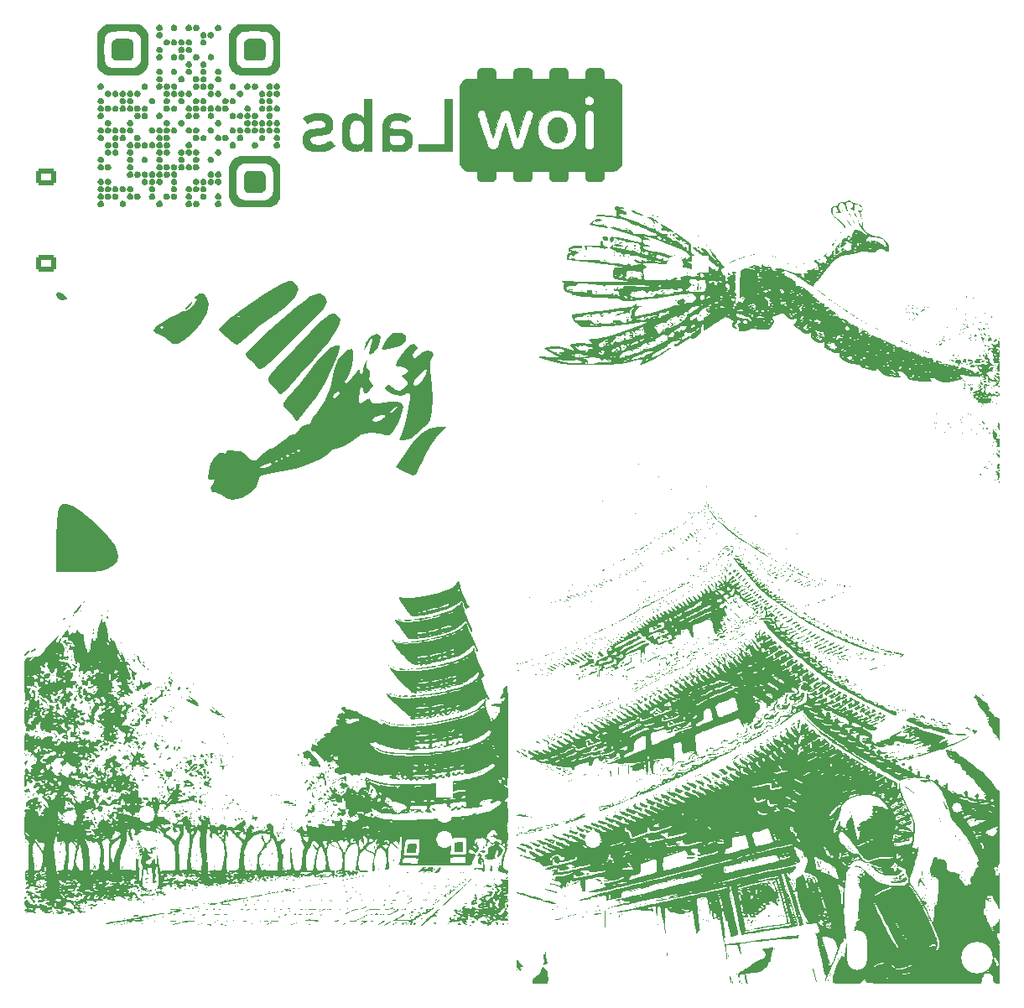
<source format=gbo>
G04 #@! TF.GenerationSoftware,KiCad,Pcbnew,7.0.10-7.0.10~ubuntu20.04.1*
G04 #@! TF.CreationDate,2024-02-22T17:13:58-03:00*
G04 #@! TF.ProjectId,FluOpti_V3.0,466c754f-7074-4695-9f56-332e302e6b69,rev?*
G04 #@! TF.SameCoordinates,Original*
G04 #@! TF.FileFunction,Legend,Bot*
G04 #@! TF.FilePolarity,Positive*
%FSLAX46Y46*%
G04 Gerber Fmt 4.6, Leading zero omitted, Abs format (unit mm)*
G04 Created by KiCad (PCBNEW 7.0.10-7.0.10~ubuntu20.04.1) date 2024-02-22 17:13:58*
%MOMM*%
%LPD*%
G01*
G04 APERTURE LIST*
G04 Aperture macros list*
%AMRoundRect*
0 Rectangle with rounded corners*
0 $1 Rounding radius*
0 $2 $3 $4 $5 $6 $7 $8 $9 X,Y pos of 4 corners*
0 Add a 4 corners polygon primitive as box body*
4,1,4,$2,$3,$4,$5,$6,$7,$8,$9,$2,$3,0*
0 Add four circle primitives for the rounded corners*
1,1,$1+$1,$2,$3*
1,1,$1+$1,$4,$5*
1,1,$1+$1,$6,$7*
1,1,$1+$1,$8,$9*
0 Add four rect primitives between the rounded corners*
20,1,$1+$1,$2,$3,$4,$5,0*
20,1,$1+$1,$4,$5,$6,$7,0*
20,1,$1+$1,$6,$7,$8,$9,0*
20,1,$1+$1,$8,$9,$2,$3,0*%
G04 Aperture macros list end*
%ADD10C,0.010000*%
%ADD11C,1.800000*%
%ADD12R,1.700000X1.700000*%
%ADD13O,1.700000X1.700000*%
%ADD14C,3.200000*%
%ADD15O,2.000000X4.000000*%
%ADD16RoundRect,0.250000X0.750000X-0.600000X0.750000X0.600000X-0.750000X0.600000X-0.750000X-0.600000X0*%
%ADD17O,2.000000X1.700000*%
%ADD18C,1.000000*%
%ADD19O,1.800000X1.000000*%
%ADD20O,2.200000X1.500000*%
%ADD21O,2.400000X1.500000*%
%ADD22O,0.890000X1.550000*%
%ADD23O,1.250000X0.950000*%
G04 APERTURE END LIST*
D10*
X141043300Y-63411156D02*
X141043300Y-66900500D01*
X140968249Y-67048754D01*
X140906132Y-67150974D01*
X140782188Y-67295189D01*
X140634584Y-67416094D01*
X140478066Y-67500112D01*
X140443255Y-67513088D01*
X140387198Y-67530111D01*
X140324480Y-67542755D01*
X140246274Y-67551945D01*
X140143753Y-67558608D01*
X140008087Y-67563669D01*
X139830450Y-67568056D01*
X139328800Y-67578900D01*
X139328800Y-67863740D01*
X139324511Y-68034139D01*
X139307021Y-68197376D01*
X139273872Y-68326898D01*
X139222747Y-68431268D01*
X139151327Y-68519050D01*
X139055377Y-68615000D01*
X138378395Y-68615000D01*
X138244211Y-68614984D01*
X138056295Y-68614285D01*
X137909286Y-68611512D01*
X137796992Y-68605242D01*
X137713216Y-68594053D01*
X137651765Y-68576523D01*
X137606443Y-68551229D01*
X137571056Y-68516750D01*
X137539410Y-68471663D01*
X137505310Y-68414546D01*
X137503550Y-68411548D01*
X137476653Y-68362362D01*
X137457742Y-68315204D01*
X137445109Y-68259508D01*
X137437043Y-68184711D01*
X137431833Y-68080246D01*
X137427769Y-67935550D01*
X137419037Y-67573600D01*
X135671200Y-67573600D01*
X135670952Y-67910150D01*
X135670757Y-67977649D01*
X135668711Y-68101510D01*
X135663200Y-68191478D01*
X135652700Y-68259321D01*
X135635687Y-68316807D01*
X135610635Y-68375703D01*
X135588088Y-68423890D01*
X135558137Y-68481618D01*
X135526021Y-68526369D01*
X135485660Y-68559794D01*
X135430976Y-68583545D01*
X135355888Y-68599273D01*
X135254319Y-68608631D01*
X135120188Y-68613270D01*
X134947416Y-68614843D01*
X134729924Y-68615000D01*
X134049498Y-68615000D01*
X133973328Y-68550907D01*
X133943965Y-68524607D01*
X133881088Y-68450647D01*
X133835238Y-68361447D01*
X133803629Y-68248203D01*
X133783478Y-68102111D01*
X133771999Y-67914365D01*
X133758996Y-67573600D01*
X132042840Y-67573600D01*
X132034570Y-67922850D01*
X132032810Y-67990906D01*
X132027811Y-68118671D01*
X132020241Y-68211722D01*
X132008458Y-68281323D01*
X131990820Y-68338738D01*
X131965683Y-68395231D01*
X131951714Y-68423332D01*
X131920836Y-68479589D01*
X131887670Y-68523586D01*
X131846154Y-68556829D01*
X131790223Y-68580827D01*
X131713813Y-68597088D01*
X131610860Y-68607118D01*
X131475299Y-68612426D01*
X131301067Y-68614519D01*
X131082099Y-68614905D01*
X130417298Y-68615000D01*
X130338036Y-68548304D01*
X130283394Y-68497666D01*
X130228240Y-68427404D01*
X130189209Y-68344218D01*
X130163296Y-68238683D01*
X130147500Y-68101369D01*
X130138816Y-67922850D01*
X130128236Y-67573600D01*
X128406800Y-67573600D01*
X128406800Y-67861089D01*
X128402201Y-68038474D01*
X128384512Y-68200176D01*
X128351345Y-68328455D01*
X128300388Y-68431888D01*
X128229327Y-68519050D01*
X128133377Y-68615000D01*
X127456395Y-68615000D01*
X127322211Y-68614984D01*
X127134295Y-68614285D01*
X126987286Y-68611512D01*
X126874992Y-68605242D01*
X126791216Y-68594053D01*
X126729765Y-68576523D01*
X126684443Y-68551229D01*
X126649056Y-68516750D01*
X126617410Y-68471663D01*
X126583310Y-68414546D01*
X126582492Y-68413155D01*
X126555240Y-68363553D01*
X126536082Y-68316294D01*
X126523289Y-68260748D01*
X126515135Y-68186289D01*
X126509889Y-68082289D01*
X126505824Y-67938119D01*
X126497147Y-67578738D01*
X125985124Y-67569625D01*
X125473100Y-67560511D01*
X125304159Y-67480664D01*
X125282807Y-67470311D01*
X125100241Y-67354469D01*
X124954846Y-67205472D01*
X124841942Y-67018641D01*
X124761900Y-66849700D01*
X124761900Y-61881783D01*
X126509222Y-61881783D01*
X126511058Y-61892813D01*
X126526789Y-61954083D01*
X126556828Y-62056423D01*
X126599477Y-62194737D01*
X126653039Y-62363926D01*
X126715819Y-62558894D01*
X126786118Y-62774543D01*
X126862241Y-63005776D01*
X126942491Y-63247494D01*
X127025171Y-63494600D01*
X127108585Y-63741997D01*
X127191035Y-63984588D01*
X127270826Y-64217273D01*
X127346260Y-64434957D01*
X127415641Y-64632541D01*
X127477272Y-64804928D01*
X127529457Y-64947021D01*
X127570389Y-65044445D01*
X127667318Y-65206278D01*
X127783656Y-65321508D01*
X127919914Y-65390570D01*
X128076600Y-65413900D01*
X128095312Y-65413794D01*
X128266095Y-65392449D01*
X128405551Y-65332369D01*
X128517928Y-65230925D01*
X128607473Y-65085492D01*
X128622455Y-65048225D01*
X128652949Y-64960998D01*
X128694347Y-64834976D01*
X128744880Y-64675813D01*
X128802781Y-64489165D01*
X128866281Y-64280685D01*
X128933611Y-64056027D01*
X129003002Y-63820847D01*
X129064170Y-63613453D01*
X129127891Y-63400872D01*
X129186393Y-63209289D01*
X129238205Y-63043341D01*
X129281858Y-62907665D01*
X129315883Y-62806900D01*
X129338809Y-62745681D01*
X129349167Y-62728647D01*
X129351605Y-62734808D01*
X129366919Y-62782595D01*
X129393880Y-62871882D01*
X129430923Y-62997315D01*
X129476483Y-63153539D01*
X129528995Y-63335200D01*
X129586896Y-63536942D01*
X129648619Y-63753411D01*
X129667124Y-63818454D01*
X129729772Y-64037750D01*
X129789345Y-64244953D01*
X129844056Y-64433931D01*
X129892117Y-64598550D01*
X129931739Y-64732679D01*
X129961134Y-64830184D01*
X129978515Y-64884932D01*
X129995785Y-64933453D01*
X130071844Y-65108865D01*
X130155464Y-65239512D01*
X130250309Y-65330202D01*
X130360041Y-65385743D01*
X130392772Y-65394840D01*
X130510861Y-65410172D01*
X130639708Y-65408221D01*
X130751602Y-65388771D01*
X130859625Y-65336348D01*
X130968771Y-65243785D01*
X131058018Y-65125467D01*
X131060314Y-65121521D01*
X131075255Y-65094189D01*
X131091471Y-65060890D01*
X131110108Y-65018378D01*
X131132310Y-64963406D01*
X131159220Y-64892729D01*
X131191982Y-64803100D01*
X131231741Y-64691273D01*
X131279639Y-64554004D01*
X131336822Y-64388045D01*
X131404433Y-64190150D01*
X131483616Y-63957074D01*
X131575515Y-63685571D01*
X131669250Y-63408000D01*
X132635900Y-63408000D01*
X132636357Y-63533279D01*
X132639027Y-63670022D01*
X132645071Y-63776321D01*
X132655597Y-63863952D01*
X132671716Y-63944686D01*
X132694537Y-64030300D01*
X132738181Y-64166318D01*
X132865103Y-64455357D01*
X133027841Y-64708814D01*
X133225558Y-64925854D01*
X133457416Y-65105642D01*
X133722576Y-65247345D01*
X134020200Y-65350128D01*
X134021321Y-65350423D01*
X134114456Y-65367950D01*
X134243343Y-65383170D01*
X134393634Y-65395322D01*
X134550983Y-65403642D01*
X134701042Y-65407371D01*
X134829464Y-65405745D01*
X134921900Y-65398003D01*
X135161366Y-65343170D01*
X135413651Y-65252263D01*
X135650553Y-65134314D01*
X135855142Y-64996604D01*
X136004141Y-64861098D01*
X136182704Y-64641608D01*
X136330068Y-64385900D01*
X136340671Y-64363638D01*
X136406453Y-64214815D01*
X136454708Y-64078671D01*
X136487916Y-63942561D01*
X136508563Y-63793842D01*
X136519130Y-63619870D01*
X136522100Y-63408000D01*
X136521806Y-63330978D01*
X136516803Y-63136287D01*
X136506283Y-63008238D01*
X137323768Y-63008238D01*
X137324251Y-63259258D01*
X137325034Y-63408000D01*
X137325593Y-63514256D01*
X137327761Y-63767752D01*
X137330717Y-64014270D01*
X137334427Y-64248332D01*
X137338854Y-64464461D01*
X137343963Y-64657179D01*
X137349718Y-64821010D01*
X137356084Y-64950475D01*
X137363024Y-65040097D01*
X137370504Y-65084400D01*
X137386228Y-65119249D01*
X137456701Y-65225086D01*
X137548663Y-65317889D01*
X137645235Y-65379528D01*
X137768454Y-65412211D01*
X137913415Y-65406993D01*
X138050274Y-65359097D01*
X138165764Y-65271283D01*
X138172970Y-65263609D01*
X138200936Y-65232849D01*
X138224901Y-65202097D01*
X138245172Y-65167447D01*
X138262059Y-65124990D01*
X138275869Y-65070816D01*
X138286911Y-65001019D01*
X138295495Y-64911689D01*
X138301929Y-64798917D01*
X138306521Y-64658797D01*
X138309579Y-64487418D01*
X138311414Y-64280873D01*
X138312333Y-64035253D01*
X138312645Y-63746650D01*
X138312659Y-63411156D01*
X138312444Y-63161020D01*
X138311340Y-62809106D01*
X138309300Y-62506875D01*
X138306328Y-62254512D01*
X138302427Y-62052202D01*
X138297599Y-61900129D01*
X138291848Y-61798478D01*
X138285177Y-61747434D01*
X138272399Y-61712764D01*
X138225389Y-61628634D01*
X138164669Y-61551155D01*
X138110375Y-61501973D01*
X137986566Y-61433380D01*
X137853858Y-61406928D01*
X137720603Y-61419933D01*
X137595155Y-61469717D01*
X137485866Y-61553596D01*
X137401088Y-61668890D01*
X137349174Y-61812919D01*
X137347484Y-61822535D01*
X137340944Y-61892353D01*
X137335513Y-62004490D01*
X137331158Y-62153468D01*
X137327841Y-62333808D01*
X137325528Y-62540035D01*
X137324182Y-62766671D01*
X137323768Y-63008238D01*
X136506283Y-63008238D01*
X136503512Y-62974514D01*
X136479230Y-62832515D01*
X136441251Y-62697144D01*
X136386870Y-62555258D01*
X136313384Y-62393714D01*
X136295354Y-62356463D01*
X136234895Y-62242454D01*
X136172529Y-62148023D01*
X136095793Y-62055909D01*
X135992229Y-61948853D01*
X135902061Y-61864998D01*
X135658678Y-61686191D01*
X135389829Y-61550416D01*
X135097859Y-61458495D01*
X134785112Y-61411249D01*
X134453934Y-61409502D01*
X134183729Y-61440571D01*
X133875229Y-61516210D01*
X133596808Y-61632148D01*
X133349573Y-61787521D01*
X133304226Y-61828437D01*
X133134630Y-61981462D01*
X132953086Y-62213106D01*
X132806048Y-62481587D01*
X132694622Y-62786038D01*
X132677098Y-62849907D01*
X132659306Y-62930521D01*
X132647401Y-63014878D01*
X132640272Y-63114737D01*
X132636808Y-63241858D01*
X132635900Y-63408000D01*
X131669250Y-63408000D01*
X131681274Y-63372395D01*
X131802036Y-63014300D01*
X131808033Y-62996506D01*
X131895371Y-62736647D01*
X131967554Y-62519958D01*
X132025921Y-62341873D01*
X132071809Y-62197828D01*
X132106556Y-62083258D01*
X132131500Y-61993599D01*
X132147979Y-61924285D01*
X132157329Y-61870753D01*
X132160889Y-61828437D01*
X132159997Y-61792772D01*
X132157450Y-61767380D01*
X132120353Y-61634637D01*
X132043202Y-61530926D01*
X131922412Y-61451092D01*
X131861576Y-61427666D01*
X131729786Y-61407221D01*
X131598476Y-61420360D01*
X131487044Y-61466401D01*
X131484941Y-61467803D01*
X131456549Y-61492120D01*
X131427761Y-61528671D01*
X131397266Y-61581128D01*
X131363754Y-61653167D01*
X131325913Y-61748460D01*
X131282431Y-61870682D01*
X131231997Y-62023506D01*
X131173300Y-62210606D01*
X131105029Y-62435656D01*
X131025872Y-62702329D01*
X130934517Y-63014300D01*
X130925813Y-63044157D01*
X130857267Y-63278933D01*
X130793174Y-63497851D01*
X130734923Y-63696207D01*
X130683903Y-63869298D01*
X130641503Y-64012421D01*
X130609112Y-64120872D01*
X130588120Y-64189948D01*
X130579915Y-64214945D01*
X130576469Y-64206806D01*
X130560564Y-64157076D01*
X130533165Y-64066465D01*
X130495724Y-63939926D01*
X130449694Y-63782412D01*
X130396526Y-63598876D01*
X130337672Y-63394269D01*
X130274585Y-63173545D01*
X130244799Y-63069022D01*
X130161625Y-62777510D01*
X130090596Y-62529702D01*
X130030396Y-62321700D01*
X129979710Y-62149607D01*
X129937222Y-62009525D01*
X129901618Y-61897557D01*
X129871581Y-61809804D01*
X129845796Y-61742369D01*
X129822948Y-61691354D01*
X129801722Y-61652863D01*
X129780802Y-61622996D01*
X129758872Y-61597856D01*
X129734618Y-61573546D01*
X129668333Y-61516746D01*
X129524802Y-61436594D01*
X129373427Y-61401423D01*
X129221938Y-61411301D01*
X129078064Y-61466299D01*
X128949534Y-61566485D01*
X128933977Y-61582971D01*
X128906350Y-61615175D01*
X128880432Y-61651584D01*
X128854822Y-61696264D01*
X128828121Y-61753280D01*
X128798929Y-61826697D01*
X128765847Y-61920580D01*
X128727475Y-62038993D01*
X128682413Y-62186003D01*
X128629261Y-62365673D01*
X128566619Y-62582069D01*
X128493089Y-62839256D01*
X128407269Y-63141300D01*
X128384849Y-63220267D01*
X128324345Y-63432710D01*
X128268158Y-63629051D01*
X128217869Y-63803825D01*
X128175059Y-63951569D01*
X128141310Y-64066818D01*
X128118203Y-64144107D01*
X128107318Y-64177972D01*
X128105124Y-64179612D01*
X128089598Y-64153710D01*
X128061228Y-64079811D01*
X128019957Y-63957739D01*
X127965727Y-63787316D01*
X127898482Y-63568365D01*
X127818166Y-63300709D01*
X127724721Y-62984172D01*
X127709918Y-62933755D01*
X127638068Y-62690562D01*
X127569319Y-62460268D01*
X127505248Y-62248000D01*
X127447431Y-62058887D01*
X127397446Y-61898055D01*
X127356869Y-61770632D01*
X127327279Y-61681747D01*
X127310251Y-61636527D01*
X127273842Y-61570315D01*
X127192108Y-61480735D01*
X127085186Y-61430439D01*
X126944964Y-61414496D01*
X126923839Y-61414779D01*
X126771992Y-61440122D01*
X126650793Y-61503583D01*
X126564055Y-61601074D01*
X126515594Y-61728504D01*
X126509222Y-61881783D01*
X124761900Y-61881783D01*
X124761900Y-60470221D01*
X137340692Y-60470221D01*
X137351496Y-60587445D01*
X137380686Y-60680824D01*
X137442587Y-60768876D01*
X137549840Y-60860701D01*
X137672239Y-60917682D01*
X137700946Y-60924935D01*
X137858651Y-60939061D01*
X138003108Y-60910823D01*
X138127507Y-60844989D01*
X138225037Y-60746329D01*
X138288886Y-60619610D01*
X138312243Y-60469603D01*
X138303282Y-60368314D01*
X138252217Y-60229022D01*
X138157454Y-60114439D01*
X138020700Y-60027154D01*
X138019882Y-60026777D01*
X137874256Y-59985711D01*
X137727143Y-59990557D01*
X137588772Y-60037827D01*
X137469376Y-60124036D01*
X137379185Y-60245700D01*
X137374555Y-60255219D01*
X137348352Y-60351898D01*
X137340692Y-60470221D01*
X124761900Y-60470221D01*
X124761900Y-58975700D01*
X124820416Y-58830878D01*
X124842248Y-58781615D01*
X124952167Y-58608795D01*
X125100056Y-58461141D01*
X125277238Y-58347826D01*
X125446364Y-58264500D01*
X125974082Y-58256310D01*
X126501800Y-58248121D01*
X126501800Y-57911615D01*
X126502228Y-57791554D01*
X126504826Y-57685949D01*
X126511336Y-57609478D01*
X126523488Y-57550377D01*
X126543016Y-57496882D01*
X126571650Y-57437231D01*
X126578814Y-57423129D01*
X126616258Y-57353314D01*
X126653318Y-57298678D01*
X126696392Y-57257360D01*
X126751877Y-57227501D01*
X126826172Y-57207241D01*
X126925674Y-57194721D01*
X127056781Y-57188080D01*
X127225891Y-57185460D01*
X127439403Y-57185000D01*
X127484400Y-57185008D01*
X127690788Y-57185725D01*
X127853926Y-57188787D01*
X127980150Y-57195861D01*
X128075797Y-57208614D01*
X128147202Y-57228712D01*
X128200700Y-57257823D01*
X128242627Y-57297613D01*
X128279319Y-57349749D01*
X128317112Y-57415898D01*
X128347261Y-57473549D01*
X128368689Y-57525977D01*
X128382935Y-57583722D01*
X128391996Y-57658153D01*
X128397867Y-57760639D01*
X128402545Y-57902549D01*
X128412565Y-58251799D01*
X130129129Y-58251799D01*
X130137915Y-57901778D01*
X130140484Y-57809939D01*
X130145721Y-57690168D01*
X130153614Y-57603307D01*
X130165876Y-57538151D01*
X130184219Y-57483500D01*
X130210358Y-57428152D01*
X130225862Y-57398122D01*
X130258866Y-57338366D01*
X130292413Y-57291829D01*
X130332786Y-57256774D01*
X130386265Y-57231461D01*
X130459131Y-57214151D01*
X130557668Y-57203107D01*
X130688155Y-57196589D01*
X130856875Y-57192859D01*
X131070108Y-57190178D01*
X131216646Y-57188532D01*
X131383356Y-57187071D01*
X131510525Y-57187017D01*
X131604726Y-57188829D01*
X131672533Y-57192968D01*
X131720516Y-57199891D01*
X131755249Y-57210058D01*
X131783305Y-57223928D01*
X131811256Y-57241961D01*
X131837471Y-57262262D01*
X131905952Y-57333413D01*
X131962800Y-57414583D01*
X131984620Y-57456134D01*
X132003774Y-57504664D01*
X132016787Y-57561736D01*
X132025264Y-57637915D01*
X132030810Y-57743765D01*
X132035032Y-57889850D01*
X132043764Y-58251800D01*
X133759574Y-58251800D01*
X133771177Y-57909660D01*
X133775319Y-57798944D01*
X133781673Y-57687683D01*
X133790923Y-57606385D01*
X133805169Y-57543166D01*
X133826508Y-57486142D01*
X133857041Y-57423428D01*
X133874873Y-57389150D01*
X133909640Y-57328229D01*
X133945991Y-57280717D01*
X133990079Y-57245032D01*
X134048054Y-57219589D01*
X134126067Y-57202806D01*
X134230270Y-57193099D01*
X134366813Y-57188885D01*
X134541849Y-57188579D01*
X134761528Y-57190600D01*
X135413955Y-57197700D01*
X135494046Y-57273900D01*
X135519038Y-57298181D01*
X135572271Y-57357141D01*
X135610444Y-57417525D01*
X135636488Y-57489208D01*
X135653330Y-57582065D01*
X135663903Y-57705970D01*
X135671134Y-57870800D01*
X135683900Y-58239100D01*
X137423800Y-58252466D01*
X137423800Y-57913788D01*
X137424253Y-57789974D01*
X137426892Y-57684929D01*
X137433437Y-57608827D01*
X137445603Y-57549972D01*
X137465103Y-57496672D01*
X137493650Y-57437231D01*
X137500814Y-57423129D01*
X137538258Y-57353314D01*
X137575318Y-57298678D01*
X137618392Y-57257360D01*
X137673877Y-57227501D01*
X137748172Y-57207241D01*
X137847674Y-57194721D01*
X137978781Y-57188080D01*
X138147891Y-57185460D01*
X138361403Y-57185000D01*
X138406400Y-57185008D01*
X138612788Y-57185725D01*
X138775926Y-57188787D01*
X138902150Y-57195861D01*
X138997797Y-57208614D01*
X139069202Y-57228712D01*
X139122700Y-57257823D01*
X139164627Y-57297613D01*
X139201319Y-57349749D01*
X139239112Y-57415898D01*
X139268659Y-57472307D01*
X139290342Y-57524933D01*
X139304751Y-57582619D01*
X139313901Y-57656797D01*
X139319808Y-57758903D01*
X139324485Y-57900368D01*
X139334446Y-58247436D01*
X139858673Y-58256334D01*
X139984756Y-58258552D01*
X140131172Y-58261837D01*
X140240806Y-58266071D01*
X140321969Y-58272245D01*
X140382971Y-58281350D01*
X140432121Y-58294377D01*
X140477729Y-58312317D01*
X140528106Y-58336160D01*
X140699537Y-58443704D01*
X140853353Y-58594198D01*
X140969005Y-58773581D01*
X141043300Y-58924900D01*
X141043300Y-60469603D01*
X141043300Y-63411156D01*
G36*
X141043300Y-63411156D02*
G01*
X141043300Y-66900500D01*
X140968249Y-67048754D01*
X140906132Y-67150974D01*
X140782188Y-67295189D01*
X140634584Y-67416094D01*
X140478066Y-67500112D01*
X140443255Y-67513088D01*
X140387198Y-67530111D01*
X140324480Y-67542755D01*
X140246274Y-67551945D01*
X140143753Y-67558608D01*
X140008087Y-67563669D01*
X139830450Y-67568056D01*
X139328800Y-67578900D01*
X139328800Y-67863740D01*
X139324511Y-68034139D01*
X139307021Y-68197376D01*
X139273872Y-68326898D01*
X139222747Y-68431268D01*
X139151327Y-68519050D01*
X139055377Y-68615000D01*
X138378395Y-68615000D01*
X138244211Y-68614984D01*
X138056295Y-68614285D01*
X137909286Y-68611512D01*
X137796992Y-68605242D01*
X137713216Y-68594053D01*
X137651765Y-68576523D01*
X137606443Y-68551229D01*
X137571056Y-68516750D01*
X137539410Y-68471663D01*
X137505310Y-68414546D01*
X137503550Y-68411548D01*
X137476653Y-68362362D01*
X137457742Y-68315204D01*
X137445109Y-68259508D01*
X137437043Y-68184711D01*
X137431833Y-68080246D01*
X137427769Y-67935550D01*
X137419037Y-67573600D01*
X135671200Y-67573600D01*
X135670952Y-67910150D01*
X135670757Y-67977649D01*
X135668711Y-68101510D01*
X135663200Y-68191478D01*
X135652700Y-68259321D01*
X135635687Y-68316807D01*
X135610635Y-68375703D01*
X135588088Y-68423890D01*
X135558137Y-68481618D01*
X135526021Y-68526369D01*
X135485660Y-68559794D01*
X135430976Y-68583545D01*
X135355888Y-68599273D01*
X135254319Y-68608631D01*
X135120188Y-68613270D01*
X134947416Y-68614843D01*
X134729924Y-68615000D01*
X134049498Y-68615000D01*
X133973328Y-68550907D01*
X133943965Y-68524607D01*
X133881088Y-68450647D01*
X133835238Y-68361447D01*
X133803629Y-68248203D01*
X133783478Y-68102111D01*
X133771999Y-67914365D01*
X133758996Y-67573600D01*
X132042840Y-67573600D01*
X132034570Y-67922850D01*
X132032810Y-67990906D01*
X132027811Y-68118671D01*
X132020241Y-68211722D01*
X132008458Y-68281323D01*
X131990820Y-68338738D01*
X131965683Y-68395231D01*
X131951714Y-68423332D01*
X131920836Y-68479589D01*
X131887670Y-68523586D01*
X131846154Y-68556829D01*
X131790223Y-68580827D01*
X131713813Y-68597088D01*
X131610860Y-68607118D01*
X131475299Y-68612426D01*
X131301067Y-68614519D01*
X131082099Y-68614905D01*
X130417298Y-68615000D01*
X130338036Y-68548304D01*
X130283394Y-68497666D01*
X130228240Y-68427404D01*
X130189209Y-68344218D01*
X130163296Y-68238683D01*
X130147500Y-68101369D01*
X130138816Y-67922850D01*
X130128236Y-67573600D01*
X128406800Y-67573600D01*
X128406800Y-67861089D01*
X128402201Y-68038474D01*
X128384512Y-68200176D01*
X128351345Y-68328455D01*
X128300388Y-68431888D01*
X128229327Y-68519050D01*
X128133377Y-68615000D01*
X127456395Y-68615000D01*
X127322211Y-68614984D01*
X127134295Y-68614285D01*
X126987286Y-68611512D01*
X126874992Y-68605242D01*
X126791216Y-68594053D01*
X126729765Y-68576523D01*
X126684443Y-68551229D01*
X126649056Y-68516750D01*
X126617410Y-68471663D01*
X126583310Y-68414546D01*
X126582492Y-68413155D01*
X126555240Y-68363553D01*
X126536082Y-68316294D01*
X126523289Y-68260748D01*
X126515135Y-68186289D01*
X126509889Y-68082289D01*
X126505824Y-67938119D01*
X126497147Y-67578738D01*
X125985124Y-67569625D01*
X125473100Y-67560511D01*
X125304159Y-67480664D01*
X125282807Y-67470311D01*
X125100241Y-67354469D01*
X124954846Y-67205472D01*
X124841942Y-67018641D01*
X124761900Y-66849700D01*
X124761900Y-61881783D01*
X126509222Y-61881783D01*
X126511058Y-61892813D01*
X126526789Y-61954083D01*
X126556828Y-62056423D01*
X126599477Y-62194737D01*
X126653039Y-62363926D01*
X126715819Y-62558894D01*
X126786118Y-62774543D01*
X126862241Y-63005776D01*
X126942491Y-63247494D01*
X127025171Y-63494600D01*
X127108585Y-63741997D01*
X127191035Y-63984588D01*
X127270826Y-64217273D01*
X127346260Y-64434957D01*
X127415641Y-64632541D01*
X127477272Y-64804928D01*
X127529457Y-64947021D01*
X127570389Y-65044445D01*
X127667318Y-65206278D01*
X127783656Y-65321508D01*
X127919914Y-65390570D01*
X128076600Y-65413900D01*
X128095312Y-65413794D01*
X128266095Y-65392449D01*
X128405551Y-65332369D01*
X128517928Y-65230925D01*
X128607473Y-65085492D01*
X128622455Y-65048225D01*
X128652949Y-64960998D01*
X128694347Y-64834976D01*
X128744880Y-64675813D01*
X128802781Y-64489165D01*
X128866281Y-64280685D01*
X128933611Y-64056027D01*
X129003002Y-63820847D01*
X129064170Y-63613453D01*
X129127891Y-63400872D01*
X129186393Y-63209289D01*
X129238205Y-63043341D01*
X129281858Y-62907665D01*
X129315883Y-62806900D01*
X129338809Y-62745681D01*
X129349167Y-62728647D01*
X129351605Y-62734808D01*
X129366919Y-62782595D01*
X129393880Y-62871882D01*
X129430923Y-62997315D01*
X129476483Y-63153539D01*
X129528995Y-63335200D01*
X129586896Y-63536942D01*
X129648619Y-63753411D01*
X129667124Y-63818454D01*
X129729772Y-64037750D01*
X129789345Y-64244953D01*
X129844056Y-64433931D01*
X129892117Y-64598550D01*
X129931739Y-64732679D01*
X129961134Y-64830184D01*
X129978515Y-64884932D01*
X129995785Y-64933453D01*
X130071844Y-65108865D01*
X130155464Y-65239512D01*
X130250309Y-65330202D01*
X130360041Y-65385743D01*
X130392772Y-65394840D01*
X130510861Y-65410172D01*
X130639708Y-65408221D01*
X130751602Y-65388771D01*
X130859625Y-65336348D01*
X130968771Y-65243785D01*
X131058018Y-65125467D01*
X131060314Y-65121521D01*
X131075255Y-65094189D01*
X131091471Y-65060890D01*
X131110108Y-65018378D01*
X131132310Y-64963406D01*
X131159220Y-64892729D01*
X131191982Y-64803100D01*
X131231741Y-64691273D01*
X131279639Y-64554004D01*
X131336822Y-64388045D01*
X131404433Y-64190150D01*
X131483616Y-63957074D01*
X131575515Y-63685571D01*
X131669250Y-63408000D01*
X132635900Y-63408000D01*
X132636357Y-63533279D01*
X132639027Y-63670022D01*
X132645071Y-63776321D01*
X132655597Y-63863952D01*
X132671716Y-63944686D01*
X132694537Y-64030300D01*
X132738181Y-64166318D01*
X132865103Y-64455357D01*
X133027841Y-64708814D01*
X133225558Y-64925854D01*
X133457416Y-65105642D01*
X133722576Y-65247345D01*
X134020200Y-65350128D01*
X134021321Y-65350423D01*
X134114456Y-65367950D01*
X134243343Y-65383170D01*
X134393634Y-65395322D01*
X134550983Y-65403642D01*
X134701042Y-65407371D01*
X134829464Y-65405745D01*
X134921900Y-65398003D01*
X135161366Y-65343170D01*
X135413651Y-65252263D01*
X135650553Y-65134314D01*
X135855142Y-64996604D01*
X136004141Y-64861098D01*
X136182704Y-64641608D01*
X136330068Y-64385900D01*
X136340671Y-64363638D01*
X136406453Y-64214815D01*
X136454708Y-64078671D01*
X136487916Y-63942561D01*
X136508563Y-63793842D01*
X136519130Y-63619870D01*
X136522100Y-63408000D01*
X136521806Y-63330978D01*
X136516803Y-63136287D01*
X136506283Y-63008238D01*
X137323768Y-63008238D01*
X137324251Y-63259258D01*
X137325034Y-63408000D01*
X137325593Y-63514256D01*
X137327761Y-63767752D01*
X137330717Y-64014270D01*
X137334427Y-64248332D01*
X137338854Y-64464461D01*
X137343963Y-64657179D01*
X137349718Y-64821010D01*
X137356084Y-64950475D01*
X137363024Y-65040097D01*
X137370504Y-65084400D01*
X137386228Y-65119249D01*
X137456701Y-65225086D01*
X137548663Y-65317889D01*
X137645235Y-65379528D01*
X137768454Y-65412211D01*
X137913415Y-65406993D01*
X138050274Y-65359097D01*
X138165764Y-65271283D01*
X138172970Y-65263609D01*
X138200936Y-65232849D01*
X138224901Y-65202097D01*
X138245172Y-65167447D01*
X138262059Y-65124990D01*
X138275869Y-65070816D01*
X138286911Y-65001019D01*
X138295495Y-64911689D01*
X138301929Y-64798917D01*
X138306521Y-64658797D01*
X138309579Y-64487418D01*
X138311414Y-64280873D01*
X138312333Y-64035253D01*
X138312645Y-63746650D01*
X138312659Y-63411156D01*
X138312444Y-63161020D01*
X138311340Y-62809106D01*
X138309300Y-62506875D01*
X138306328Y-62254512D01*
X138302427Y-62052202D01*
X138297599Y-61900129D01*
X138291848Y-61798478D01*
X138285177Y-61747434D01*
X138272399Y-61712764D01*
X138225389Y-61628634D01*
X138164669Y-61551155D01*
X138110375Y-61501973D01*
X137986566Y-61433380D01*
X137853858Y-61406928D01*
X137720603Y-61419933D01*
X137595155Y-61469717D01*
X137485866Y-61553596D01*
X137401088Y-61668890D01*
X137349174Y-61812919D01*
X137347484Y-61822535D01*
X137340944Y-61892353D01*
X137335513Y-62004490D01*
X137331158Y-62153468D01*
X137327841Y-62333808D01*
X137325528Y-62540035D01*
X137324182Y-62766671D01*
X137323768Y-63008238D01*
X136506283Y-63008238D01*
X136503512Y-62974514D01*
X136479230Y-62832515D01*
X136441251Y-62697144D01*
X136386870Y-62555258D01*
X136313384Y-62393714D01*
X136295354Y-62356463D01*
X136234895Y-62242454D01*
X136172529Y-62148023D01*
X136095793Y-62055909D01*
X135992229Y-61948853D01*
X135902061Y-61864998D01*
X135658678Y-61686191D01*
X135389829Y-61550416D01*
X135097859Y-61458495D01*
X134785112Y-61411249D01*
X134453934Y-61409502D01*
X134183729Y-61440571D01*
X133875229Y-61516210D01*
X133596808Y-61632148D01*
X133349573Y-61787521D01*
X133304226Y-61828437D01*
X133134630Y-61981462D01*
X132953086Y-62213106D01*
X132806048Y-62481587D01*
X132694622Y-62786038D01*
X132677098Y-62849907D01*
X132659306Y-62930521D01*
X132647401Y-63014878D01*
X132640272Y-63114737D01*
X132636808Y-63241858D01*
X132635900Y-63408000D01*
X131669250Y-63408000D01*
X131681274Y-63372395D01*
X131802036Y-63014300D01*
X131808033Y-62996506D01*
X131895371Y-62736647D01*
X131967554Y-62519958D01*
X132025921Y-62341873D01*
X132071809Y-62197828D01*
X132106556Y-62083258D01*
X132131500Y-61993599D01*
X132147979Y-61924285D01*
X132157329Y-61870753D01*
X132160889Y-61828437D01*
X132159997Y-61792772D01*
X132157450Y-61767380D01*
X132120353Y-61634637D01*
X132043202Y-61530926D01*
X131922412Y-61451092D01*
X131861576Y-61427666D01*
X131729786Y-61407221D01*
X131598476Y-61420360D01*
X131487044Y-61466401D01*
X131484941Y-61467803D01*
X131456549Y-61492120D01*
X131427761Y-61528671D01*
X131397266Y-61581128D01*
X131363754Y-61653167D01*
X131325913Y-61748460D01*
X131282431Y-61870682D01*
X131231997Y-62023506D01*
X131173300Y-62210606D01*
X131105029Y-62435656D01*
X131025872Y-62702329D01*
X130934517Y-63014300D01*
X130925813Y-63044157D01*
X130857267Y-63278933D01*
X130793174Y-63497851D01*
X130734923Y-63696207D01*
X130683903Y-63869298D01*
X130641503Y-64012421D01*
X130609112Y-64120872D01*
X130588120Y-64189948D01*
X130579915Y-64214945D01*
X130576469Y-64206806D01*
X130560564Y-64157076D01*
X130533165Y-64066465D01*
X130495724Y-63939926D01*
X130449694Y-63782412D01*
X130396526Y-63598876D01*
X130337672Y-63394269D01*
X130274585Y-63173545D01*
X130244799Y-63069022D01*
X130161625Y-62777510D01*
X130090596Y-62529702D01*
X130030396Y-62321700D01*
X129979710Y-62149607D01*
X129937222Y-62009525D01*
X129901618Y-61897557D01*
X129871581Y-61809804D01*
X129845796Y-61742369D01*
X129822948Y-61691354D01*
X129801722Y-61652863D01*
X129780802Y-61622996D01*
X129758872Y-61597856D01*
X129734618Y-61573546D01*
X129668333Y-61516746D01*
X129524802Y-61436594D01*
X129373427Y-61401423D01*
X129221938Y-61411301D01*
X129078064Y-61466299D01*
X128949534Y-61566485D01*
X128933977Y-61582971D01*
X128906350Y-61615175D01*
X128880432Y-61651584D01*
X128854822Y-61696264D01*
X128828121Y-61753280D01*
X128798929Y-61826697D01*
X128765847Y-61920580D01*
X128727475Y-62038993D01*
X128682413Y-62186003D01*
X128629261Y-62365673D01*
X128566619Y-62582069D01*
X128493089Y-62839256D01*
X128407269Y-63141300D01*
X128384849Y-63220267D01*
X128324345Y-63432710D01*
X128268158Y-63629051D01*
X128217869Y-63803825D01*
X128175059Y-63951569D01*
X128141310Y-64066818D01*
X128118203Y-64144107D01*
X128107318Y-64177972D01*
X128105124Y-64179612D01*
X128089598Y-64153710D01*
X128061228Y-64079811D01*
X128019957Y-63957739D01*
X127965727Y-63787316D01*
X127898482Y-63568365D01*
X127818166Y-63300709D01*
X127724721Y-62984172D01*
X127709918Y-62933755D01*
X127638068Y-62690562D01*
X127569319Y-62460268D01*
X127505248Y-62248000D01*
X127447431Y-62058887D01*
X127397446Y-61898055D01*
X127356869Y-61770632D01*
X127327279Y-61681747D01*
X127310251Y-61636527D01*
X127273842Y-61570315D01*
X127192108Y-61480735D01*
X127085186Y-61430439D01*
X126944964Y-61414496D01*
X126923839Y-61414779D01*
X126771992Y-61440122D01*
X126650793Y-61503583D01*
X126564055Y-61601074D01*
X126515594Y-61728504D01*
X126509222Y-61881783D01*
X124761900Y-61881783D01*
X124761900Y-60470221D01*
X137340692Y-60470221D01*
X137351496Y-60587445D01*
X137380686Y-60680824D01*
X137442587Y-60768876D01*
X137549840Y-60860701D01*
X137672239Y-60917682D01*
X137700946Y-60924935D01*
X137858651Y-60939061D01*
X138003108Y-60910823D01*
X138127507Y-60844989D01*
X138225037Y-60746329D01*
X138288886Y-60619610D01*
X138312243Y-60469603D01*
X138303282Y-60368314D01*
X138252217Y-60229022D01*
X138157454Y-60114439D01*
X138020700Y-60027154D01*
X138019882Y-60026777D01*
X137874256Y-59985711D01*
X137727143Y-59990557D01*
X137588772Y-60037827D01*
X137469376Y-60124036D01*
X137379185Y-60245700D01*
X137374555Y-60255219D01*
X137348352Y-60351898D01*
X137340692Y-60470221D01*
X124761900Y-60470221D01*
X124761900Y-58975700D01*
X124820416Y-58830878D01*
X124842248Y-58781615D01*
X124952167Y-58608795D01*
X125100056Y-58461141D01*
X125277238Y-58347826D01*
X125446364Y-58264500D01*
X125974082Y-58256310D01*
X126501800Y-58248121D01*
X126501800Y-57911615D01*
X126502228Y-57791554D01*
X126504826Y-57685949D01*
X126511336Y-57609478D01*
X126523488Y-57550377D01*
X126543016Y-57496882D01*
X126571650Y-57437231D01*
X126578814Y-57423129D01*
X126616258Y-57353314D01*
X126653318Y-57298678D01*
X126696392Y-57257360D01*
X126751877Y-57227501D01*
X126826172Y-57207241D01*
X126925674Y-57194721D01*
X127056781Y-57188080D01*
X127225891Y-57185460D01*
X127439403Y-57185000D01*
X127484400Y-57185008D01*
X127690788Y-57185725D01*
X127853926Y-57188787D01*
X127980150Y-57195861D01*
X128075797Y-57208614D01*
X128147202Y-57228712D01*
X128200700Y-57257823D01*
X128242627Y-57297613D01*
X128279319Y-57349749D01*
X128317112Y-57415898D01*
X128347261Y-57473549D01*
X128368689Y-57525977D01*
X128382935Y-57583722D01*
X128391996Y-57658153D01*
X128397867Y-57760639D01*
X128402545Y-57902549D01*
X128412565Y-58251799D01*
X130129129Y-58251799D01*
X130137915Y-57901778D01*
X130140484Y-57809939D01*
X130145721Y-57690168D01*
X130153614Y-57603307D01*
X130165876Y-57538151D01*
X130184219Y-57483500D01*
X130210358Y-57428152D01*
X130225862Y-57398122D01*
X130258866Y-57338366D01*
X130292413Y-57291829D01*
X130332786Y-57256774D01*
X130386265Y-57231461D01*
X130459131Y-57214151D01*
X130557668Y-57203107D01*
X130688155Y-57196589D01*
X130856875Y-57192859D01*
X131070108Y-57190178D01*
X131216646Y-57188532D01*
X131383356Y-57187071D01*
X131510525Y-57187017D01*
X131604726Y-57188829D01*
X131672533Y-57192968D01*
X131720516Y-57199891D01*
X131755249Y-57210058D01*
X131783305Y-57223928D01*
X131811256Y-57241961D01*
X131837471Y-57262262D01*
X131905952Y-57333413D01*
X131962800Y-57414583D01*
X131984620Y-57456134D01*
X132003774Y-57504664D01*
X132016787Y-57561736D01*
X132025264Y-57637915D01*
X132030810Y-57743765D01*
X132035032Y-57889850D01*
X132043764Y-58251800D01*
X133759574Y-58251800D01*
X133771177Y-57909660D01*
X133775319Y-57798944D01*
X133781673Y-57687683D01*
X133790923Y-57606385D01*
X133805169Y-57543166D01*
X133826508Y-57486142D01*
X133857041Y-57423428D01*
X133874873Y-57389150D01*
X133909640Y-57328229D01*
X133945991Y-57280717D01*
X133990079Y-57245032D01*
X134048054Y-57219589D01*
X134126067Y-57202806D01*
X134230270Y-57193099D01*
X134366813Y-57188885D01*
X134541849Y-57188579D01*
X134761528Y-57190600D01*
X135413955Y-57197700D01*
X135494046Y-57273900D01*
X135519038Y-57298181D01*
X135572271Y-57357141D01*
X135610444Y-57417525D01*
X135636488Y-57489208D01*
X135653330Y-57582065D01*
X135663903Y-57705970D01*
X135671134Y-57870800D01*
X135683900Y-58239100D01*
X137423800Y-58252466D01*
X137423800Y-57913788D01*
X137424253Y-57789974D01*
X137426892Y-57684929D01*
X137433437Y-57608827D01*
X137445603Y-57549972D01*
X137465103Y-57496672D01*
X137493650Y-57437231D01*
X137500814Y-57423129D01*
X137538258Y-57353314D01*
X137575318Y-57298678D01*
X137618392Y-57257360D01*
X137673877Y-57227501D01*
X137748172Y-57207241D01*
X137847674Y-57194721D01*
X137978781Y-57188080D01*
X138147891Y-57185460D01*
X138361403Y-57185000D01*
X138406400Y-57185008D01*
X138612788Y-57185725D01*
X138775926Y-57188787D01*
X138902150Y-57195861D01*
X138997797Y-57208614D01*
X139069202Y-57228712D01*
X139122700Y-57257823D01*
X139164627Y-57297613D01*
X139201319Y-57349749D01*
X139239112Y-57415898D01*
X139268659Y-57472307D01*
X139290342Y-57524933D01*
X139304751Y-57582619D01*
X139313901Y-57656797D01*
X139319808Y-57758903D01*
X139324485Y-57900368D01*
X139334446Y-58247436D01*
X139858673Y-58256334D01*
X139984756Y-58258552D01*
X140131172Y-58261837D01*
X140240806Y-58266071D01*
X140321969Y-58272245D01*
X140382971Y-58281350D01*
X140432121Y-58294377D01*
X140477729Y-58312317D01*
X140528106Y-58336160D01*
X140699537Y-58443704D01*
X140853353Y-58594198D01*
X140969005Y-58773581D01*
X141043300Y-58924900D01*
X141043300Y-60469603D01*
X141043300Y-63411156D01*
G37*
X119942737Y-64516309D02*
X119932673Y-64658453D01*
X119905166Y-64831035D01*
X119858501Y-64974712D01*
X119788351Y-65101614D01*
X119690390Y-65223871D01*
X119690316Y-65223952D01*
X119579512Y-65329002D01*
X119455025Y-65412742D01*
X119307628Y-65479341D01*
X119128095Y-65532967D01*
X118907200Y-65577791D01*
X118906758Y-65577865D01*
X118856603Y-65581443D01*
X118768227Y-65583246D01*
X118653977Y-65583166D01*
X118526200Y-65581096D01*
X118342199Y-65571934D01*
X118182716Y-65550365D01*
X118046674Y-65512824D01*
X117920352Y-65455458D01*
X117790033Y-65374415D01*
X117662600Y-65286757D01*
X117662600Y-65541600D01*
X116951400Y-65541600D01*
X116951400Y-64316748D01*
X117662600Y-64316748D01*
X117662601Y-64321749D01*
X117663653Y-64487926D01*
X117668421Y-64611662D01*
X117679410Y-64701092D01*
X117699129Y-64764348D01*
X117730083Y-64809564D01*
X117774781Y-64844873D01*
X117835729Y-64878410D01*
X117870433Y-64894097D01*
X117965392Y-64927964D01*
X118063901Y-64954270D01*
X118169204Y-64969698D01*
X118314810Y-64978935D01*
X118474736Y-64980117D01*
X118632815Y-64973558D01*
X118772882Y-64959573D01*
X118878772Y-64938474D01*
X118959068Y-64907958D01*
X119082997Y-64829985D01*
X119178507Y-64728781D01*
X119234449Y-64614500D01*
X119248736Y-64553560D01*
X119260933Y-64387228D01*
X119233217Y-64236781D01*
X119168488Y-64108794D01*
X119069648Y-64009842D01*
X118939601Y-63946498D01*
X118909892Y-63940004D01*
X118815082Y-63929623D01*
X118672315Y-63922108D01*
X118483414Y-63917540D01*
X118250204Y-63916000D01*
X117662600Y-63916000D01*
X117662600Y-64316748D01*
X116951400Y-64316748D01*
X116951400Y-64248434D01*
X116951499Y-64023076D01*
X116952194Y-63734925D01*
X116953912Y-63489798D01*
X116957071Y-63283085D01*
X116962085Y-63110177D01*
X116969370Y-62966467D01*
X116979342Y-62847346D01*
X116992414Y-62748204D01*
X117009005Y-62664433D01*
X117029527Y-62591425D01*
X117054398Y-62524571D01*
X117084032Y-62459261D01*
X117118846Y-62390888D01*
X117120376Y-62387986D01*
X117252779Y-62190088D01*
X117421722Y-62026738D01*
X117625924Y-61898574D01*
X117864107Y-61806237D01*
X118134992Y-61750365D01*
X118437301Y-61731599D01*
X118685147Y-61743986D01*
X118986778Y-61797546D01*
X119261224Y-61893168D01*
X119507396Y-62030550D01*
X119568251Y-62073912D01*
X119653756Y-62141475D01*
X119720927Y-62202502D01*
X119761893Y-62249619D01*
X119768784Y-62275453D01*
X119768231Y-62275950D01*
X119740918Y-62295756D01*
X119680666Y-62337668D01*
X119595883Y-62395877D01*
X119494977Y-62464578D01*
X119231853Y-62643049D01*
X119139377Y-62582486D01*
X119129990Y-62576615D01*
X119054166Y-62537640D01*
X118952406Y-62494078D01*
X118844007Y-62454304D01*
X118788985Y-62436458D01*
X118696034Y-62410978D01*
X118611026Y-62397548D01*
X118514453Y-62393725D01*
X118386807Y-62397068D01*
X118265365Y-62405077D01*
X118125516Y-62427970D01*
X118014567Y-62468872D01*
X117920139Y-62532849D01*
X117829857Y-62624964D01*
X117742758Y-62757943D01*
X117682752Y-62935809D01*
X117662600Y-63142782D01*
X117662600Y-63300144D01*
X118354750Y-63313131D01*
X118469668Y-63315474D01*
X118692278Y-63321745D01*
X118874120Y-63330340D01*
X119022115Y-63342341D01*
X119143185Y-63358825D01*
X119244251Y-63380872D01*
X119332236Y-63409563D01*
X119414060Y-63445974D01*
X119496645Y-63491188D01*
X119583150Y-63547841D01*
X119726204Y-63679540D01*
X119832444Y-63839370D01*
X119903115Y-64030199D01*
X119939463Y-64254890D01*
X119941121Y-64387228D01*
X119942737Y-64516309D01*
G36*
X119942737Y-64516309D02*
G01*
X119932673Y-64658453D01*
X119905166Y-64831035D01*
X119858501Y-64974712D01*
X119788351Y-65101614D01*
X119690390Y-65223871D01*
X119690316Y-65223952D01*
X119579512Y-65329002D01*
X119455025Y-65412742D01*
X119307628Y-65479341D01*
X119128095Y-65532967D01*
X118907200Y-65577791D01*
X118906758Y-65577865D01*
X118856603Y-65581443D01*
X118768227Y-65583246D01*
X118653977Y-65583166D01*
X118526200Y-65581096D01*
X118342199Y-65571934D01*
X118182716Y-65550365D01*
X118046674Y-65512824D01*
X117920352Y-65455458D01*
X117790033Y-65374415D01*
X117662600Y-65286757D01*
X117662600Y-65541600D01*
X116951400Y-65541600D01*
X116951400Y-64316748D01*
X117662600Y-64316748D01*
X117662601Y-64321749D01*
X117663653Y-64487926D01*
X117668421Y-64611662D01*
X117679410Y-64701092D01*
X117699129Y-64764348D01*
X117730083Y-64809564D01*
X117774781Y-64844873D01*
X117835729Y-64878410D01*
X117870433Y-64894097D01*
X117965392Y-64927964D01*
X118063901Y-64954270D01*
X118169204Y-64969698D01*
X118314810Y-64978935D01*
X118474736Y-64980117D01*
X118632815Y-64973558D01*
X118772882Y-64959573D01*
X118878772Y-64938474D01*
X118959068Y-64907958D01*
X119082997Y-64829985D01*
X119178507Y-64728781D01*
X119234449Y-64614500D01*
X119248736Y-64553560D01*
X119260933Y-64387228D01*
X119233217Y-64236781D01*
X119168488Y-64108794D01*
X119069648Y-64009842D01*
X118939601Y-63946498D01*
X118909892Y-63940004D01*
X118815082Y-63929623D01*
X118672315Y-63922108D01*
X118483414Y-63917540D01*
X118250204Y-63916000D01*
X117662600Y-63916000D01*
X117662600Y-64316748D01*
X116951400Y-64316748D01*
X116951400Y-64248434D01*
X116951499Y-64023076D01*
X116952194Y-63734925D01*
X116953912Y-63489798D01*
X116957071Y-63283085D01*
X116962085Y-63110177D01*
X116969370Y-62966467D01*
X116979342Y-62847346D01*
X116992414Y-62748204D01*
X117009005Y-62664433D01*
X117029527Y-62591425D01*
X117054398Y-62524571D01*
X117084032Y-62459261D01*
X117118846Y-62390888D01*
X117120376Y-62387986D01*
X117252779Y-62190088D01*
X117421722Y-62026738D01*
X117625924Y-61898574D01*
X117864107Y-61806237D01*
X118134992Y-61750365D01*
X118437301Y-61731599D01*
X118685147Y-61743986D01*
X118986778Y-61797546D01*
X119261224Y-61893168D01*
X119507396Y-62030550D01*
X119568251Y-62073912D01*
X119653756Y-62141475D01*
X119720927Y-62202502D01*
X119761893Y-62249619D01*
X119768784Y-62275453D01*
X119768231Y-62275950D01*
X119740918Y-62295756D01*
X119680666Y-62337668D01*
X119595883Y-62395877D01*
X119494977Y-62464578D01*
X119231853Y-62643049D01*
X119139377Y-62582486D01*
X119129990Y-62576615D01*
X119054166Y-62537640D01*
X118952406Y-62494078D01*
X118844007Y-62454304D01*
X118788985Y-62436458D01*
X118696034Y-62410978D01*
X118611026Y-62397548D01*
X118514453Y-62393725D01*
X118386807Y-62397068D01*
X118265365Y-62405077D01*
X118125516Y-62427970D01*
X118014567Y-62468872D01*
X117920139Y-62532849D01*
X117829857Y-62624964D01*
X117742758Y-62757943D01*
X117682752Y-62935809D01*
X117662600Y-63142782D01*
X117662600Y-63300144D01*
X118354750Y-63313131D01*
X118469668Y-63315474D01*
X118692278Y-63321745D01*
X118874120Y-63330340D01*
X119022115Y-63342341D01*
X119143185Y-63358825D01*
X119244251Y-63380872D01*
X119332236Y-63409563D01*
X119414060Y-63445974D01*
X119496645Y-63491188D01*
X119583150Y-63547841D01*
X119726204Y-63679540D01*
X119832444Y-63839370D01*
X119903115Y-64030199D01*
X119939463Y-64254890D01*
X119941121Y-64387228D01*
X119942737Y-64516309D01*
G37*
X115833800Y-65541600D02*
X115097200Y-65541600D01*
X115097200Y-65076778D01*
X115024781Y-65176749D01*
X114959030Y-65256536D01*
X114806143Y-65391696D01*
X114628877Y-65498022D01*
X114443254Y-65564823D01*
X114375846Y-65575842D01*
X114274483Y-65585269D01*
X114167217Y-65589848D01*
X114143462Y-65590022D01*
X113878506Y-65568055D01*
X113639553Y-65502935D01*
X113428544Y-65396206D01*
X113247421Y-65249412D01*
X113098123Y-65064098D01*
X112982594Y-64841808D01*
X112902775Y-64584085D01*
X112892303Y-64530267D01*
X112881828Y-64452713D01*
X112873912Y-64357269D01*
X112868263Y-64237354D01*
X112864589Y-64086390D01*
X112862599Y-63897797D01*
X112862122Y-63712501D01*
X113595498Y-63712501D01*
X113597551Y-63896814D01*
X113602757Y-64069254D01*
X113611121Y-64220115D01*
X113622651Y-64339688D01*
X113637352Y-64418269D01*
X113639830Y-64426438D01*
X113716852Y-64594479D01*
X113832441Y-64733745D01*
X113980692Y-64837031D01*
X114051019Y-64867790D01*
X114222674Y-64911459D01*
X114405114Y-64922443D01*
X114581939Y-64900554D01*
X114736752Y-64845607D01*
X114753047Y-64836364D01*
X114837117Y-64769843D01*
X114923642Y-64677409D01*
X114998066Y-64576135D01*
X115045833Y-64483092D01*
X115049578Y-64470057D01*
X115060960Y-64397343D01*
X115070914Y-64285213D01*
X115079293Y-64142374D01*
X115085949Y-63977530D01*
X115090735Y-63799388D01*
X115093504Y-63616654D01*
X115094110Y-63438033D01*
X115092404Y-63272231D01*
X115088239Y-63127954D01*
X115081469Y-63013907D01*
X115071945Y-62938797D01*
X115058143Y-62882397D01*
X114986699Y-62715593D01*
X114876636Y-62581360D01*
X114728900Y-62480962D01*
X114718019Y-62475558D01*
X114635210Y-62438453D01*
X114561273Y-62417024D01*
X114476355Y-62407163D01*
X114360600Y-62404762D01*
X114358742Y-62404762D01*
X114242181Y-62407327D01*
X114156221Y-62417635D01*
X114081070Y-62439630D01*
X113996931Y-62477259D01*
X113965265Y-62493847D01*
X113821563Y-62602343D01*
X113711903Y-62747581D01*
X113638276Y-62927066D01*
X113632315Y-62952586D01*
X113618694Y-63050659D01*
X113608196Y-63185394D01*
X113600827Y-63347084D01*
X113596592Y-63526022D01*
X113595498Y-63712501D01*
X112862122Y-63712501D01*
X112862000Y-63664996D01*
X112862890Y-63409896D01*
X112866160Y-63198342D01*
X112872710Y-63023795D01*
X112883440Y-62879365D01*
X112899247Y-62758162D01*
X112921031Y-62653295D01*
X112949690Y-62557875D01*
X112986124Y-62465012D01*
X113031232Y-62367815D01*
X113136369Y-62190565D01*
X113289702Y-62017484D01*
X113473079Y-61884705D01*
X113685020Y-61793035D01*
X113924045Y-61743282D01*
X114188671Y-61736256D01*
X114224435Y-61738746D01*
X114449689Y-61782242D01*
X114661534Y-61869964D01*
X114850771Y-61997166D01*
X115008202Y-62159103D01*
X115097200Y-62273336D01*
X115097200Y-60283800D01*
X115833800Y-60283800D01*
X115833800Y-63438033D01*
X115833800Y-65541600D01*
G36*
X115833800Y-65541600D02*
G01*
X115097200Y-65541600D01*
X115097200Y-65076778D01*
X115024781Y-65176749D01*
X114959030Y-65256536D01*
X114806143Y-65391696D01*
X114628877Y-65498022D01*
X114443254Y-65564823D01*
X114375846Y-65575842D01*
X114274483Y-65585269D01*
X114167217Y-65589848D01*
X114143462Y-65590022D01*
X113878506Y-65568055D01*
X113639553Y-65502935D01*
X113428544Y-65396206D01*
X113247421Y-65249412D01*
X113098123Y-65064098D01*
X112982594Y-64841808D01*
X112902775Y-64584085D01*
X112892303Y-64530267D01*
X112881828Y-64452713D01*
X112873912Y-64357269D01*
X112868263Y-64237354D01*
X112864589Y-64086390D01*
X112862599Y-63897797D01*
X112862122Y-63712501D01*
X113595498Y-63712501D01*
X113597551Y-63896814D01*
X113602757Y-64069254D01*
X113611121Y-64220115D01*
X113622651Y-64339688D01*
X113637352Y-64418269D01*
X113639830Y-64426438D01*
X113716852Y-64594479D01*
X113832441Y-64733745D01*
X113980692Y-64837031D01*
X114051019Y-64867790D01*
X114222674Y-64911459D01*
X114405114Y-64922443D01*
X114581939Y-64900554D01*
X114736752Y-64845607D01*
X114753047Y-64836364D01*
X114837117Y-64769843D01*
X114923642Y-64677409D01*
X114998066Y-64576135D01*
X115045833Y-64483092D01*
X115049578Y-64470057D01*
X115060960Y-64397343D01*
X115070914Y-64285213D01*
X115079293Y-64142374D01*
X115085949Y-63977530D01*
X115090735Y-63799388D01*
X115093504Y-63616654D01*
X115094110Y-63438033D01*
X115092404Y-63272231D01*
X115088239Y-63127954D01*
X115081469Y-63013907D01*
X115071945Y-62938797D01*
X115058143Y-62882397D01*
X114986699Y-62715593D01*
X114876636Y-62581360D01*
X114728900Y-62480962D01*
X114718019Y-62475558D01*
X114635210Y-62438453D01*
X114561273Y-62417024D01*
X114476355Y-62407163D01*
X114360600Y-62404762D01*
X114358742Y-62404762D01*
X114242181Y-62407327D01*
X114156221Y-62417635D01*
X114081070Y-62439630D01*
X113996931Y-62477259D01*
X113965265Y-62493847D01*
X113821563Y-62602343D01*
X113711903Y-62747581D01*
X113638276Y-62927066D01*
X113632315Y-62952586D01*
X113618694Y-63050659D01*
X113608196Y-63185394D01*
X113600827Y-63347084D01*
X113596592Y-63526022D01*
X113595498Y-63712501D01*
X112862122Y-63712501D01*
X112862000Y-63664996D01*
X112862890Y-63409896D01*
X112866160Y-63198342D01*
X112872710Y-63023795D01*
X112883440Y-62879365D01*
X112899247Y-62758162D01*
X112921031Y-62653295D01*
X112949690Y-62557875D01*
X112986124Y-62465012D01*
X113031232Y-62367815D01*
X113136369Y-62190565D01*
X113289702Y-62017484D01*
X113473079Y-61884705D01*
X113685020Y-61793035D01*
X113924045Y-61743282D01*
X114188671Y-61736256D01*
X114224435Y-61738746D01*
X114449689Y-61782242D01*
X114661534Y-61869964D01*
X114850771Y-61997166D01*
X115008202Y-62159103D01*
X115097200Y-62273336D01*
X115097200Y-60283800D01*
X115833800Y-60283800D01*
X115833800Y-63438033D01*
X115833800Y-65541600D01*
G37*
X110563300Y-61739770D02*
X110728596Y-61749517D01*
X110972666Y-61780335D01*
X111179345Y-61831324D01*
X111355364Y-61904916D01*
X111507454Y-62003543D01*
X111642344Y-62129636D01*
X111705661Y-62203331D01*
X111778243Y-62308881D01*
X111828813Y-62420240D01*
X111860832Y-62548491D01*
X111877765Y-62704717D01*
X111883076Y-62900000D01*
X111883080Y-62901633D01*
X111881725Y-63063897D01*
X111874744Y-63187359D01*
X111859355Y-63283837D01*
X111832780Y-63365146D01*
X111792237Y-63443103D01*
X111734945Y-63529524D01*
X111685162Y-63593589D01*
X111599365Y-63677272D01*
X111496185Y-63746452D01*
X111370071Y-63803018D01*
X111215468Y-63848858D01*
X111026825Y-63885861D01*
X110798586Y-63915914D01*
X110525200Y-63940906D01*
X110294134Y-63962277D01*
X110088388Y-63990831D01*
X109925478Y-64026923D01*
X109801326Y-64072556D01*
X109711858Y-64129734D01*
X109652998Y-64200463D01*
X109620671Y-64286745D01*
X109610800Y-64390586D01*
X109611115Y-64414504D01*
X109629241Y-64543852D01*
X109680966Y-64649642D01*
X109774245Y-64749339D01*
X109803671Y-64772989D01*
X109937816Y-64845217D01*
X110114788Y-64895331D01*
X110336289Y-64923860D01*
X110346331Y-64924563D01*
X110627951Y-64918049D01*
X110911334Y-64861485D01*
X111194432Y-64755453D01*
X111475199Y-64600533D01*
X111497086Y-64586539D01*
X111587886Y-64531089D01*
X111647536Y-64501311D01*
X111684407Y-64493751D01*
X111706872Y-64504955D01*
X111726301Y-64526531D01*
X111781744Y-64591803D01*
X111848641Y-64673862D01*
X111919708Y-64763368D01*
X111987660Y-64850981D01*
X112045216Y-64927361D01*
X112085090Y-64983169D01*
X112100000Y-65009065D01*
X112090124Y-65026287D01*
X112045597Y-65068635D01*
X111973988Y-65125227D01*
X111884969Y-65188926D01*
X111788211Y-65252596D01*
X111693386Y-65309100D01*
X111640265Y-65337863D01*
X111530304Y-65390707D01*
X111412416Y-65436748D01*
X111272561Y-65481163D01*
X111096700Y-65529129D01*
X110981412Y-65555851D01*
X110855868Y-65575620D01*
X110716962Y-65586444D01*
X110546088Y-65590394D01*
X110420386Y-65589557D01*
X110096652Y-65569490D01*
X109814560Y-65522713D01*
X109572509Y-65448483D01*
X109368895Y-65346059D01*
X109202114Y-65214699D01*
X109070564Y-65053660D01*
X108972642Y-64862202D01*
X108971123Y-64858335D01*
X108946804Y-64788915D01*
X108930574Y-64719704D01*
X108920891Y-64637961D01*
X108916212Y-64530940D01*
X108914995Y-64385900D01*
X108916554Y-64270137D01*
X108928367Y-64098302D01*
X108954686Y-63959627D01*
X108998946Y-63843370D01*
X109064582Y-63738787D01*
X109155029Y-63635133D01*
X109238939Y-63558288D01*
X109348298Y-63483260D01*
X109475749Y-63422529D01*
X109627800Y-63374085D01*
X109810954Y-63335916D01*
X110031719Y-63306013D01*
X110296600Y-63282365D01*
X110431365Y-63271840D01*
X110637004Y-63251836D01*
X110800367Y-63229005D01*
X110926932Y-63201672D01*
X111022175Y-63168161D01*
X111091573Y-63126797D01*
X111140603Y-63075906D01*
X111174740Y-63013814D01*
X111199846Y-62923378D01*
X111194435Y-62795960D01*
X111143725Y-62675405D01*
X111050839Y-62568216D01*
X110918900Y-62480900D01*
X110877085Y-62460409D01*
X110816268Y-62434497D01*
X110757541Y-62418218D01*
X110687685Y-62409388D01*
X110593479Y-62405820D01*
X110461700Y-62405330D01*
X110432144Y-62405424D01*
X110302219Y-62407554D01*
X110202871Y-62414330D01*
X110117128Y-62428351D01*
X110028017Y-62452218D01*
X109918565Y-62488530D01*
X109875413Y-62503987D01*
X109744997Y-62555443D01*
X109618668Y-62611138D01*
X109518651Y-62661460D01*
X109357072Y-62751820D01*
X109287086Y-62668949D01*
X109239102Y-62611855D01*
X109138742Y-62490537D01*
X109052383Y-62383556D01*
X108984794Y-62296966D01*
X108940744Y-62236823D01*
X108925000Y-62209181D01*
X108925351Y-62207096D01*
X108952050Y-62179818D01*
X109014482Y-62137717D01*
X109103113Y-62085920D01*
X109208408Y-62029555D01*
X109320834Y-61973750D01*
X109430856Y-61923634D01*
X109528941Y-61884335D01*
X109558855Y-61873680D01*
X109794992Y-61802902D01*
X110030588Y-61758462D01*
X110281429Y-61738153D01*
X110563300Y-61739770D01*
G36*
X110563300Y-61739770D02*
G01*
X110728596Y-61749517D01*
X110972666Y-61780335D01*
X111179345Y-61831324D01*
X111355364Y-61904916D01*
X111507454Y-62003543D01*
X111642344Y-62129636D01*
X111705661Y-62203331D01*
X111778243Y-62308881D01*
X111828813Y-62420240D01*
X111860832Y-62548491D01*
X111877765Y-62704717D01*
X111883076Y-62900000D01*
X111883080Y-62901633D01*
X111881725Y-63063897D01*
X111874744Y-63187359D01*
X111859355Y-63283837D01*
X111832780Y-63365146D01*
X111792237Y-63443103D01*
X111734945Y-63529524D01*
X111685162Y-63593589D01*
X111599365Y-63677272D01*
X111496185Y-63746452D01*
X111370071Y-63803018D01*
X111215468Y-63848858D01*
X111026825Y-63885861D01*
X110798586Y-63915914D01*
X110525200Y-63940906D01*
X110294134Y-63962277D01*
X110088388Y-63990831D01*
X109925478Y-64026923D01*
X109801326Y-64072556D01*
X109711858Y-64129734D01*
X109652998Y-64200463D01*
X109620671Y-64286745D01*
X109610800Y-64390586D01*
X109611115Y-64414504D01*
X109629241Y-64543852D01*
X109680966Y-64649642D01*
X109774245Y-64749339D01*
X109803671Y-64772989D01*
X109937816Y-64845217D01*
X110114788Y-64895331D01*
X110336289Y-64923860D01*
X110346331Y-64924563D01*
X110627951Y-64918049D01*
X110911334Y-64861485D01*
X111194432Y-64755453D01*
X111475199Y-64600533D01*
X111497086Y-64586539D01*
X111587886Y-64531089D01*
X111647536Y-64501311D01*
X111684407Y-64493751D01*
X111706872Y-64504955D01*
X111726301Y-64526531D01*
X111781744Y-64591803D01*
X111848641Y-64673862D01*
X111919708Y-64763368D01*
X111987660Y-64850981D01*
X112045216Y-64927361D01*
X112085090Y-64983169D01*
X112100000Y-65009065D01*
X112090124Y-65026287D01*
X112045597Y-65068635D01*
X111973988Y-65125227D01*
X111884969Y-65188926D01*
X111788211Y-65252596D01*
X111693386Y-65309100D01*
X111640265Y-65337863D01*
X111530304Y-65390707D01*
X111412416Y-65436748D01*
X111272561Y-65481163D01*
X111096700Y-65529129D01*
X110981412Y-65555851D01*
X110855868Y-65575620D01*
X110716962Y-65586444D01*
X110546088Y-65590394D01*
X110420386Y-65589557D01*
X110096652Y-65569490D01*
X109814560Y-65522713D01*
X109572509Y-65448483D01*
X109368895Y-65346059D01*
X109202114Y-65214699D01*
X109070564Y-65053660D01*
X108972642Y-64862202D01*
X108971123Y-64858335D01*
X108946804Y-64788915D01*
X108930574Y-64719704D01*
X108920891Y-64637961D01*
X108916212Y-64530940D01*
X108914995Y-64385900D01*
X108916554Y-64270137D01*
X108928367Y-64098302D01*
X108954686Y-63959627D01*
X108998946Y-63843370D01*
X109064582Y-63738787D01*
X109155029Y-63635133D01*
X109238939Y-63558288D01*
X109348298Y-63483260D01*
X109475749Y-63422529D01*
X109627800Y-63374085D01*
X109810954Y-63335916D01*
X110031719Y-63306013D01*
X110296600Y-63282365D01*
X110431365Y-63271840D01*
X110637004Y-63251836D01*
X110800367Y-63229005D01*
X110926932Y-63201672D01*
X111022175Y-63168161D01*
X111091573Y-63126797D01*
X111140603Y-63075906D01*
X111174740Y-63013814D01*
X111199846Y-62923378D01*
X111194435Y-62795960D01*
X111143725Y-62675405D01*
X111050839Y-62568216D01*
X110918900Y-62480900D01*
X110877085Y-62460409D01*
X110816268Y-62434497D01*
X110757541Y-62418218D01*
X110687685Y-62409388D01*
X110593479Y-62405820D01*
X110461700Y-62405330D01*
X110432144Y-62405424D01*
X110302219Y-62407554D01*
X110202871Y-62414330D01*
X110117128Y-62428351D01*
X110028017Y-62452218D01*
X109918565Y-62488530D01*
X109875413Y-62503987D01*
X109744997Y-62555443D01*
X109618668Y-62611138D01*
X109518651Y-62661460D01*
X109357072Y-62751820D01*
X109287086Y-62668949D01*
X109239102Y-62611855D01*
X109138742Y-62490537D01*
X109052383Y-62383556D01*
X108984794Y-62296966D01*
X108940744Y-62236823D01*
X108925000Y-62209181D01*
X108925351Y-62207096D01*
X108952050Y-62179818D01*
X109014482Y-62137717D01*
X109103113Y-62085920D01*
X109208408Y-62029555D01*
X109320834Y-61973750D01*
X109430856Y-61923634D01*
X109528941Y-61884335D01*
X109558855Y-61873680D01*
X109794992Y-61802902D01*
X110030588Y-61758462D01*
X110281429Y-61738153D01*
X110563300Y-61739770D01*
G37*
X123961800Y-65541600D02*
X120558200Y-65541600D01*
X120558200Y-64830400D01*
X123199800Y-64830400D01*
X123199800Y-60283800D01*
X123961800Y-60283800D01*
X123961800Y-65541600D01*
G36*
X123961800Y-65541600D02*
G01*
X120558200Y-65541600D01*
X120558200Y-64830400D01*
X123199800Y-64830400D01*
X123199800Y-60283800D01*
X123961800Y-60283800D01*
X123961800Y-65541600D01*
G37*
X134707936Y-62150538D02*
X134850652Y-62170181D01*
X134963110Y-62204988D01*
X135099723Y-62283593D01*
X135249552Y-62418649D01*
X135372653Y-62594369D01*
X135471012Y-62813129D01*
X135495987Y-62904593D01*
X135519869Y-63051522D01*
X135535670Y-63222825D01*
X135542886Y-63404198D01*
X135541016Y-63581333D01*
X135529555Y-63739924D01*
X135508002Y-63865665D01*
X135446070Y-64061780D01*
X135344937Y-64268842D01*
X135216762Y-64433948D01*
X135060615Y-64558242D01*
X134875566Y-64642867D01*
X134856021Y-64648637D01*
X134734795Y-64668251D01*
X134589666Y-64672643D01*
X134439002Y-64662841D01*
X134301172Y-64639871D01*
X134194543Y-64604761D01*
X134031849Y-64505950D01*
X133880692Y-64360493D01*
X133763556Y-64178479D01*
X133680194Y-63959398D01*
X133630358Y-63702741D01*
X133613800Y-63408000D01*
X133626905Y-63143641D01*
X133672948Y-62883477D01*
X133752503Y-62660620D01*
X133865954Y-62474278D01*
X134013685Y-62323658D01*
X134196081Y-62207971D01*
X134266509Y-62181928D01*
X134399038Y-62156477D01*
X134551789Y-62145992D01*
X134707936Y-62150538D01*
G36*
X134707936Y-62150538D02*
G01*
X134850652Y-62170181D01*
X134963110Y-62204988D01*
X135099723Y-62283593D01*
X135249552Y-62418649D01*
X135372653Y-62594369D01*
X135471012Y-62813129D01*
X135495987Y-62904593D01*
X135519869Y-63051522D01*
X135535670Y-63222825D01*
X135542886Y-63404198D01*
X135541016Y-63581333D01*
X135529555Y-63739924D01*
X135508002Y-63865665D01*
X135446070Y-64061780D01*
X135344937Y-64268842D01*
X135216762Y-64433948D01*
X135060615Y-64558242D01*
X134875566Y-64642867D01*
X134856021Y-64648637D01*
X134734795Y-64668251D01*
X134589666Y-64672643D01*
X134439002Y-64662841D01*
X134301172Y-64639871D01*
X134194543Y-64604761D01*
X134031849Y-64505950D01*
X133880692Y-64360493D01*
X133763556Y-64178479D01*
X133680194Y-63959398D01*
X133630358Y-63702741D01*
X133613800Y-63408000D01*
X133626905Y-63143641D01*
X133672948Y-62883477D01*
X133752503Y-62660620D01*
X133865954Y-62474278D01*
X134013685Y-62323658D01*
X134196081Y-62207971D01*
X134266509Y-62181928D01*
X134399038Y-62156477D01*
X134551789Y-62145992D01*
X134707936Y-62150538D01*
G37*
G36*
X106649655Y-68666769D02*
G01*
X106649655Y-70177513D01*
X106604364Y-70323714D01*
X106583395Y-70386155D01*
X106489210Y-70591183D01*
X106364594Y-70773813D01*
X106212280Y-70931535D01*
X106035004Y-71061843D01*
X105835500Y-71162225D01*
X105616500Y-71230174D01*
X105585378Y-71234153D01*
X105515040Y-71238648D01*
X105412799Y-71242734D01*
X105282548Y-71246402D01*
X105128180Y-71249638D01*
X104953588Y-71252433D01*
X104762664Y-71254775D01*
X104559301Y-71256653D01*
X104347393Y-71258056D01*
X104130833Y-71258972D01*
X103913513Y-71259390D01*
X103699325Y-71259300D01*
X103492164Y-71258690D01*
X103295922Y-71257549D01*
X103114492Y-71255865D01*
X102951766Y-71253628D01*
X102811639Y-71250827D01*
X102698002Y-71247450D01*
X102614748Y-71243485D01*
X102565771Y-71238923D01*
X102446632Y-71213951D01*
X102242987Y-71141618D01*
X102055722Y-71036585D01*
X101888337Y-70901886D01*
X101744331Y-70740553D01*
X101627205Y-70555622D01*
X101540458Y-70350125D01*
X101483883Y-70177513D01*
X101483883Y-68682050D01*
X102213029Y-68682050D01*
X102213519Y-68873860D01*
X102214936Y-69060431D01*
X102217281Y-69236944D01*
X102220554Y-69398578D01*
X102224758Y-69540515D01*
X102229893Y-69657935D01*
X102235962Y-69746019D01*
X102242964Y-69799946D01*
X102255012Y-69851119D01*
X102304453Y-69990924D01*
X102378160Y-70115176D01*
X102482943Y-70236254D01*
X102514953Y-70267516D01*
X102644103Y-70371767D01*
X102779519Y-70444126D01*
X102930681Y-70489965D01*
X102944565Y-70492374D01*
X103009264Y-70498791D01*
X103106437Y-70504327D01*
X103231319Y-70508983D01*
X103379148Y-70512760D01*
X103545159Y-70515658D01*
X103724591Y-70517677D01*
X103912679Y-70518818D01*
X104104660Y-70519082D01*
X104295770Y-70518470D01*
X104481247Y-70516982D01*
X104656327Y-70514618D01*
X104816246Y-70511379D01*
X104956241Y-70507266D01*
X105071550Y-70502279D01*
X105157408Y-70496420D01*
X105209052Y-70489687D01*
X105250881Y-70479684D01*
X105392427Y-70428742D01*
X105520238Y-70351523D01*
X105644876Y-70242026D01*
X105700593Y-70182595D01*
X105788704Y-70065410D01*
X105849778Y-69941913D01*
X105890574Y-69799946D01*
X105891841Y-69793333D01*
X105898683Y-69733205D01*
X105904592Y-69639749D01*
X105909567Y-69517782D01*
X105913611Y-69372124D01*
X105916725Y-69207596D01*
X105918911Y-69029016D01*
X105920168Y-68841204D01*
X105920500Y-68648979D01*
X105919907Y-68457162D01*
X105918390Y-68270571D01*
X105915951Y-68094027D01*
X105912590Y-67932348D01*
X105908310Y-67790355D01*
X105903112Y-67672866D01*
X105896996Y-67584702D01*
X105889965Y-67530681D01*
X105847503Y-67391725D01*
X105766367Y-67236283D01*
X105657207Y-67098944D01*
X105524982Y-66984712D01*
X105374648Y-66898589D01*
X105211163Y-66845579D01*
X105210615Y-66845467D01*
X105152253Y-66837859D01*
X105060006Y-66831229D01*
X104938732Y-66825582D01*
X104793288Y-66820923D01*
X104628530Y-66817255D01*
X104449317Y-66814583D01*
X104260504Y-66812911D01*
X104066950Y-66812244D01*
X103873512Y-66812585D01*
X103685046Y-66813939D01*
X103506410Y-66816310D01*
X103342462Y-66819703D01*
X103198057Y-66824121D01*
X103078054Y-66829569D01*
X102987310Y-66836052D01*
X102930681Y-66843573D01*
X102927119Y-66844335D01*
X102767402Y-66894587D01*
X102624201Y-66974755D01*
X102489373Y-67089373D01*
X102486602Y-67092153D01*
X102372748Y-67227072D01*
X102293250Y-67370534D01*
X102243573Y-67530681D01*
X102242302Y-67537311D01*
X102235428Y-67597530D01*
X102229469Y-67691065D01*
X102224428Y-67813099D01*
X102220306Y-67958811D01*
X102217104Y-68123381D01*
X102214823Y-68301991D01*
X102213464Y-68489820D01*
X102213029Y-68682050D01*
X101483883Y-68682050D01*
X101483883Y-68657022D01*
X101483883Y-67136531D01*
X101537282Y-66979055D01*
X101590743Y-66845492D01*
X101698923Y-66654811D01*
X101834818Y-66485973D01*
X101994624Y-66342212D01*
X102174535Y-66226760D01*
X102370747Y-66142848D01*
X102579453Y-66093710D01*
X102610476Y-66090435D01*
X102683751Y-66086174D01*
X102789811Y-66082700D01*
X102929543Y-66080004D01*
X103103830Y-66078078D01*
X103313558Y-66076911D01*
X103559612Y-66076497D01*
X103842877Y-66076825D01*
X104164236Y-66077887D01*
X105597007Y-66083883D01*
X105755499Y-66137603D01*
X105891972Y-66192436D01*
X106085437Y-66303492D01*
X106256691Y-66444148D01*
X106402435Y-66611015D01*
X106519373Y-66800703D01*
X106604204Y-67009823D01*
X106649655Y-67156025D01*
X106649655Y-68648979D01*
X106649655Y-68666769D01*
G37*
G36*
X100482705Y-70585135D02*
G01*
X100577512Y-70647744D01*
X100578447Y-70648590D01*
X100650590Y-70734868D01*
X100685677Y-70830877D01*
X100685223Y-70940739D01*
X100660549Y-71017290D01*
X100609971Y-71096692D01*
X100544102Y-71161324D01*
X100472792Y-71199203D01*
X100420673Y-71211595D01*
X100318724Y-71214711D01*
X100227092Y-71183202D01*
X100137870Y-71115081D01*
X100072095Y-71031354D01*
X100036959Y-70933825D01*
X100038067Y-70833589D01*
X100075292Y-70736333D01*
X100148504Y-70647744D01*
X100181894Y-70620688D01*
X100279592Y-70571607D01*
X100381630Y-70559756D01*
X100482705Y-70585135D01*
G37*
G36*
X98278832Y-70593653D02*
G01*
X98367492Y-70662285D01*
X98431022Y-70746747D01*
X98465085Y-70844934D01*
X98465093Y-70944685D01*
X98432221Y-71039486D01*
X98367644Y-71122827D01*
X98272539Y-71188196D01*
X98206628Y-71211443D01*
X98110496Y-71215996D01*
X98019140Y-71190318D01*
X97938100Y-71139440D01*
X97872920Y-71068394D01*
X97829140Y-70982211D01*
X97812302Y-70885922D01*
X97827950Y-70784559D01*
X97865553Y-70715845D01*
X97927222Y-70648649D01*
X98000053Y-70595015D01*
X98071362Y-70566315D01*
X98077453Y-70565213D01*
X98184243Y-70561973D01*
X98278832Y-70593653D01*
G37*
G36*
X97519697Y-70585135D02*
G01*
X97614504Y-70647744D01*
X97615438Y-70648590D01*
X97687582Y-70734868D01*
X97722669Y-70830877D01*
X97722214Y-70940739D01*
X97697540Y-71017290D01*
X97646963Y-71096692D01*
X97581094Y-71161324D01*
X97509783Y-71199203D01*
X97457664Y-71211595D01*
X97355715Y-71214711D01*
X97264083Y-71183202D01*
X97174862Y-71115081D01*
X97109087Y-71031354D01*
X97073950Y-70933825D01*
X97075059Y-70833589D01*
X97112284Y-70736333D01*
X97185496Y-70647744D01*
X97218886Y-70620688D01*
X97316584Y-70571607D01*
X97418622Y-70559756D01*
X97519697Y-70585135D01*
G37*
G36*
X94556688Y-70585135D02*
G01*
X94651496Y-70647744D01*
X94652430Y-70648590D01*
X94724573Y-70734868D01*
X94759660Y-70830877D01*
X94759206Y-70940739D01*
X94734532Y-71017290D01*
X94683954Y-71096692D01*
X94618086Y-71161324D01*
X94546775Y-71199203D01*
X94494656Y-71211595D01*
X94392707Y-71214711D01*
X94301075Y-71183202D01*
X94211853Y-71115081D01*
X94146078Y-71031354D01*
X94110942Y-70933825D01*
X94112050Y-70833589D01*
X94149276Y-70736333D01*
X94222488Y-70647744D01*
X94255877Y-70620688D01*
X94353575Y-70571607D01*
X94455613Y-70559756D01*
X94556688Y-70585135D01*
G37*
G36*
X90867203Y-70592679D02*
G01*
X90959971Y-70662285D01*
X90964548Y-70666916D01*
X91031180Y-70755732D01*
X91060967Y-70850808D01*
X91055941Y-70958416D01*
X91053630Y-70968612D01*
X91022082Y-71037888D01*
X90969043Y-71107805D01*
X90905643Y-71165772D01*
X90843014Y-71199203D01*
X90792207Y-71210971D01*
X90680570Y-71212598D01*
X90580950Y-71177176D01*
X90492904Y-71104585D01*
X90443887Y-71036366D01*
X90408632Y-70936482D01*
X90409585Y-70834339D01*
X90446398Y-70736054D01*
X90518727Y-70647744D01*
X90569354Y-70608684D01*
X90667556Y-70565735D01*
X90768285Y-70560448D01*
X90867203Y-70592679D01*
G37*
G36*
X88630671Y-70585135D02*
G01*
X88725479Y-70647744D01*
X88726413Y-70648590D01*
X88798556Y-70734868D01*
X88833643Y-70830877D01*
X88833189Y-70940739D01*
X88808515Y-71017290D01*
X88757937Y-71096692D01*
X88692069Y-71161324D01*
X88620758Y-71199203D01*
X88568639Y-71211595D01*
X88466690Y-71214711D01*
X88375058Y-71183202D01*
X88285836Y-71115081D01*
X88220062Y-71031354D01*
X88184925Y-70933825D01*
X88186034Y-70833589D01*
X88223259Y-70736333D01*
X88296471Y-70647744D01*
X88329860Y-70620688D01*
X88427558Y-70571607D01*
X88529597Y-70559756D01*
X88630671Y-70585135D01*
G37*
G36*
X100417867Y-69824724D02*
G01*
X100516100Y-69861565D01*
X100604289Y-69933769D01*
X100627967Y-69962623D01*
X100678480Y-70059664D01*
X100692545Y-70161601D01*
X100670067Y-70262445D01*
X100610951Y-70356209D01*
X100593512Y-70374746D01*
X100539556Y-70421625D01*
X100490078Y-70452497D01*
X100436800Y-70470634D01*
X100333741Y-70476786D01*
X100233501Y-70444552D01*
X100137870Y-70374329D01*
X100072260Y-70290856D01*
X100037027Y-70193311D01*
X100038015Y-70093050D01*
X100075098Y-69995806D01*
X100148150Y-69907313D01*
X100216109Y-69858569D01*
X100315800Y-69823605D01*
X100417867Y-69824724D01*
G37*
G36*
X98935833Y-69826086D02*
G01*
X99034336Y-69861893D01*
X99121650Y-69932513D01*
X99133795Y-69946695D01*
X99188680Y-70042353D01*
X99209408Y-70147642D01*
X99193986Y-70253712D01*
X99183952Y-70276801D01*
X99142762Y-70336338D01*
X99085956Y-70395135D01*
X99025117Y-70442116D01*
X98971825Y-70466203D01*
X98920549Y-70473658D01*
X98809366Y-70467282D01*
X98713139Y-70425583D01*
X98628624Y-70347441D01*
X98592804Y-70294468D01*
X98558881Y-70195268D01*
X98560018Y-70092953D01*
X98595596Y-69994978D01*
X98664998Y-69908801D01*
X98732879Y-69860343D01*
X98833045Y-69825450D01*
X98935833Y-69826086D01*
G37*
G36*
X97454859Y-69824724D02*
G01*
X97553092Y-69861565D01*
X97641281Y-69933769D01*
X97664958Y-69962623D01*
X97715471Y-70059664D01*
X97729536Y-70161601D01*
X97707058Y-70262445D01*
X97647943Y-70356209D01*
X97630503Y-70374746D01*
X97576548Y-70421625D01*
X97527070Y-70452497D01*
X97473791Y-70470634D01*
X97370732Y-70476786D01*
X97270493Y-70444552D01*
X97174862Y-70374329D01*
X97109251Y-70290856D01*
X97074018Y-70193311D01*
X97075006Y-70093050D01*
X97112089Y-69995806D01*
X97185141Y-69907313D01*
X97253101Y-69858569D01*
X97352792Y-69823605D01*
X97454859Y-69824724D01*
G37*
G36*
X95972824Y-69826086D02*
G01*
X96071328Y-69861893D01*
X96158642Y-69932513D01*
X96170786Y-69946695D01*
X96225672Y-70042353D01*
X96246400Y-70147642D01*
X96230977Y-70253712D01*
X96220944Y-70276801D01*
X96179753Y-70336338D01*
X96122948Y-70395135D01*
X96062108Y-70442116D01*
X96008817Y-70466203D01*
X95957541Y-70473658D01*
X95846358Y-70467282D01*
X95750131Y-70425583D01*
X95665616Y-70347441D01*
X95629795Y-70294468D01*
X95595872Y-70195268D01*
X95597009Y-70092953D01*
X95632588Y-69994978D01*
X95701990Y-69908801D01*
X95769871Y-69860343D01*
X95870037Y-69825450D01*
X95972824Y-69826086D01*
G37*
G36*
X95232348Y-69826218D02*
G01*
X95330755Y-69862067D01*
X95417890Y-69932513D01*
X95474906Y-70016095D01*
X95504446Y-70114965D01*
X95499711Y-70213990D01*
X95462185Y-70306935D01*
X95393355Y-70387562D01*
X95294705Y-70449638D01*
X95210981Y-70472111D01*
X95113241Y-70466134D01*
X95020889Y-70430513D01*
X94941517Y-70369697D01*
X94882718Y-70288135D01*
X94852084Y-70190276D01*
X94853094Y-70096540D01*
X94889159Y-69996605D01*
X94962139Y-69907987D01*
X95029787Y-69859825D01*
X95129685Y-69825345D01*
X95232348Y-69826218D01*
G37*
G36*
X93817122Y-69845753D02*
G01*
X93911098Y-69907313D01*
X93914987Y-69910863D01*
X93985454Y-69996630D01*
X94019177Y-70092368D01*
X94018058Y-70203342D01*
X94003241Y-70264975D01*
X93973424Y-70317853D01*
X93919839Y-70375803D01*
X93880131Y-70410726D01*
X93828324Y-70447884D01*
X93790076Y-70465742D01*
X93730779Y-70474125D01*
X93623379Y-70468580D01*
X93531737Y-70430369D01*
X93449373Y-70357435D01*
X93425750Y-70327516D01*
X93378889Y-70230588D01*
X93368356Y-70128269D01*
X93394054Y-70026879D01*
X93455887Y-69932741D01*
X93518399Y-69877185D01*
X93614410Y-69831044D01*
X93716105Y-69820448D01*
X93817122Y-69845753D01*
G37*
G36*
X92269339Y-69826218D02*
G01*
X92367747Y-69862067D01*
X92454881Y-69932513D01*
X92511897Y-70016095D01*
X92541438Y-70114965D01*
X92536702Y-70213990D01*
X92499177Y-70306935D01*
X92430346Y-70387562D01*
X92331696Y-70449638D01*
X92247973Y-70472111D01*
X92150233Y-70466134D01*
X92057880Y-70430513D01*
X91978508Y-70369697D01*
X91919709Y-70288135D01*
X91889076Y-70190276D01*
X91890085Y-70096540D01*
X91926151Y-69996605D01*
X91999131Y-69907987D01*
X92066778Y-69859825D01*
X92166677Y-69825345D01*
X92269339Y-69826218D01*
G37*
G36*
X91528842Y-69824724D02*
G01*
X91627075Y-69861565D01*
X91715264Y-69933769D01*
X91738941Y-69962623D01*
X91789455Y-70059664D01*
X91803519Y-70161601D01*
X91781041Y-70262445D01*
X91721926Y-70356209D01*
X91704486Y-70374746D01*
X91650531Y-70421625D01*
X91601053Y-70452497D01*
X91547774Y-70470634D01*
X91444715Y-70476786D01*
X91344476Y-70444552D01*
X91248845Y-70374329D01*
X91183234Y-70290856D01*
X91148001Y-70193311D01*
X91148989Y-70093050D01*
X91186072Y-69995806D01*
X91259124Y-69907313D01*
X91327084Y-69858569D01*
X91426775Y-69823605D01*
X91528842Y-69824724D01*
G37*
G36*
X90046807Y-69826086D02*
G01*
X90145311Y-69861893D01*
X90232625Y-69932513D01*
X90244769Y-69946695D01*
X90299655Y-70042353D01*
X90320383Y-70147642D01*
X90304960Y-70253712D01*
X90294927Y-70276801D01*
X90253736Y-70336338D01*
X90196931Y-70395135D01*
X90136091Y-70442116D01*
X90082800Y-70466203D01*
X90031524Y-70473658D01*
X89920341Y-70467282D01*
X89824114Y-70425583D01*
X89739599Y-70347441D01*
X89703778Y-70294468D01*
X89669855Y-70195268D01*
X89670992Y-70092953D01*
X89706571Y-69994978D01*
X89775973Y-69908801D01*
X89843854Y-69860343D01*
X89944020Y-69825450D01*
X90046807Y-69826086D01*
G37*
G36*
X89306331Y-69826218D02*
G01*
X89404738Y-69862067D01*
X89491873Y-69932513D01*
X89548889Y-70016095D01*
X89578429Y-70114965D01*
X89573694Y-70213990D01*
X89536168Y-70306935D01*
X89467338Y-70387562D01*
X89368688Y-70449638D01*
X89284965Y-70472111D01*
X89187224Y-70466134D01*
X89094872Y-70430513D01*
X89015500Y-70369697D01*
X88956701Y-70288135D01*
X88926067Y-70190276D01*
X88927077Y-70096540D01*
X88963143Y-69996605D01*
X89036122Y-69907987D01*
X89103770Y-69859825D01*
X89203668Y-69825345D01*
X89306331Y-69826218D01*
G37*
G36*
X88565833Y-69824724D02*
G01*
X88664066Y-69861565D01*
X88752256Y-69933769D01*
X88775933Y-69962623D01*
X88826446Y-70059664D01*
X88840511Y-70161601D01*
X88818033Y-70262445D01*
X88758917Y-70356209D01*
X88741478Y-70374746D01*
X88687522Y-70421625D01*
X88638045Y-70452497D01*
X88584766Y-70470634D01*
X88481707Y-70476786D01*
X88381467Y-70444552D01*
X88285836Y-70374329D01*
X88220226Y-70290856D01*
X88184993Y-70193311D01*
X88185981Y-70093050D01*
X88223064Y-69995806D01*
X88296116Y-69907313D01*
X88364075Y-69858569D01*
X88463766Y-69823605D01*
X88565833Y-69824724D01*
G37*
G36*
X98994257Y-69102942D02*
G01*
X99092238Y-69165213D01*
X99100392Y-69172350D01*
X99170708Y-69256283D01*
X99204435Y-69351470D01*
X99203323Y-69462590D01*
X99188506Y-69524223D01*
X99158688Y-69577101D01*
X99105104Y-69635051D01*
X99065395Y-69669974D01*
X99013589Y-69707132D01*
X98975341Y-69724990D01*
X98925247Y-69732631D01*
X98825844Y-69730658D01*
X98739960Y-69698712D01*
X98656366Y-69633576D01*
X98591102Y-69550637D01*
X98555667Y-69453059D01*
X98556401Y-69352746D01*
X98593185Y-69255528D01*
X98665900Y-69167234D01*
X98694518Y-69143587D01*
X98791513Y-69092147D01*
X98892721Y-69078593D01*
X98994257Y-69102942D01*
G37*
G36*
X98201920Y-69086333D02*
G01*
X98262333Y-69105831D01*
X98343105Y-69156965D01*
X98411161Y-69226422D01*
X98453555Y-69303055D01*
X98466069Y-69356210D01*
X98463349Y-69460637D01*
X98427150Y-69558135D01*
X98360959Y-69641185D01*
X98268266Y-69702269D01*
X98187053Y-69730221D01*
X98092193Y-69734080D01*
X98002947Y-69701183D01*
X97914386Y-69630531D01*
X97848941Y-69544562D01*
X97814529Y-69446276D01*
X97816691Y-69346692D01*
X97855248Y-69251205D01*
X97930018Y-69165213D01*
X97938059Y-69158434D01*
X98020981Y-69103534D01*
X98104483Y-69080792D01*
X98201920Y-69086333D01*
G37*
G36*
X97454556Y-69082624D02*
G01*
X97552341Y-69119634D01*
X97641281Y-69193017D01*
X97664958Y-69221871D01*
X97715471Y-69318912D01*
X97729536Y-69420849D01*
X97707058Y-69521693D01*
X97647943Y-69615457D01*
X97630503Y-69633994D01*
X97576548Y-69680873D01*
X97527070Y-69711745D01*
X97473831Y-69729871D01*
X97370763Y-69736033D01*
X97270486Y-69703803D01*
X97174775Y-69633576D01*
X97117950Y-69566245D01*
X97075259Y-69470601D01*
X97070208Y-69371801D01*
X97102810Y-69273902D01*
X97173082Y-69180959D01*
X97254447Y-69118292D01*
X97353425Y-69082130D01*
X97454556Y-69082624D01*
G37*
G36*
X96031249Y-69102942D02*
G01*
X96129230Y-69165213D01*
X96137384Y-69172350D01*
X96207700Y-69256283D01*
X96241427Y-69351470D01*
X96240314Y-69462590D01*
X96225498Y-69524223D01*
X96195680Y-69577101D01*
X96142095Y-69635051D01*
X96102387Y-69669974D01*
X96050581Y-69707132D01*
X96012332Y-69724990D01*
X95962238Y-69732631D01*
X95862835Y-69730658D01*
X95776951Y-69698712D01*
X95693357Y-69633576D01*
X95628093Y-69550637D01*
X95592658Y-69453059D01*
X95593393Y-69352746D01*
X95630177Y-69255528D01*
X95702891Y-69167234D01*
X95731509Y-69143587D01*
X95828504Y-69092147D01*
X95929712Y-69078593D01*
X96031249Y-69102942D01*
G37*
G36*
X93830667Y-69112249D02*
G01*
X93923157Y-69180959D01*
X93930770Y-69188722D01*
X93995653Y-69276916D01*
X94024070Y-69371803D01*
X94018320Y-69480622D01*
X94002616Y-69523856D01*
X93960789Y-69588481D01*
X93904550Y-69650903D01*
X93844210Y-69700086D01*
X93790076Y-69724990D01*
X93746915Y-69730995D01*
X93637288Y-69725091D01*
X93541778Y-69690899D01*
X93463773Y-69633800D01*
X93406662Y-69559174D01*
X93373836Y-69472402D01*
X93368683Y-69378865D01*
X93394594Y-69283943D01*
X93454958Y-69193017D01*
X93533089Y-69126242D01*
X93630135Y-69085032D01*
X93731160Y-69080320D01*
X93830667Y-69112249D01*
G37*
G36*
X91528539Y-69082624D02*
G01*
X91626324Y-69119634D01*
X91715264Y-69193017D01*
X91738941Y-69221871D01*
X91789455Y-69318912D01*
X91803519Y-69420849D01*
X91781041Y-69521693D01*
X91721926Y-69615457D01*
X91704486Y-69633994D01*
X91650531Y-69680873D01*
X91601053Y-69711745D01*
X91547814Y-69729871D01*
X91444746Y-69736033D01*
X91344469Y-69703803D01*
X91248759Y-69633576D01*
X91191934Y-69566245D01*
X91149243Y-69470601D01*
X91144191Y-69371801D01*
X91176793Y-69273902D01*
X91247065Y-69180959D01*
X91328430Y-69118292D01*
X91427408Y-69082130D01*
X91528539Y-69082624D01*
G37*
G36*
X90867659Y-69112249D02*
G01*
X90960149Y-69180959D01*
X90967762Y-69188722D01*
X91032644Y-69276916D01*
X91061061Y-69371803D01*
X91055311Y-69480622D01*
X91039608Y-69523856D01*
X90997781Y-69588481D01*
X90941542Y-69650903D01*
X90881201Y-69700086D01*
X90827068Y-69724990D01*
X90783906Y-69730995D01*
X90674280Y-69725091D01*
X90578769Y-69690899D01*
X90500764Y-69633800D01*
X90443654Y-69559174D01*
X90410827Y-69472402D01*
X90405675Y-69378865D01*
X90431586Y-69283943D01*
X90491950Y-69193017D01*
X90570081Y-69126242D01*
X90667127Y-69085032D01*
X90768152Y-69080320D01*
X90867659Y-69112249D01*
G37*
G36*
X90105232Y-69102942D02*
G01*
X90203213Y-69165213D01*
X90211367Y-69172350D01*
X90281683Y-69256283D01*
X90315410Y-69351470D01*
X90314297Y-69462590D01*
X90299481Y-69524223D01*
X90269663Y-69577101D01*
X90216079Y-69635051D01*
X90176370Y-69669974D01*
X90124564Y-69707132D01*
X90086316Y-69724990D01*
X90036221Y-69732631D01*
X89936819Y-69730658D01*
X89850934Y-69698712D01*
X89767341Y-69633576D01*
X89702076Y-69550637D01*
X89666642Y-69453059D01*
X89667376Y-69352746D01*
X89704160Y-69255528D01*
X89776874Y-69167234D01*
X89805492Y-69143587D01*
X89902487Y-69092147D01*
X90003695Y-69078593D01*
X90105232Y-69102942D01*
G37*
G36*
X89312894Y-69086333D02*
G01*
X89373308Y-69105831D01*
X89454080Y-69156965D01*
X89522135Y-69226422D01*
X89564529Y-69303055D01*
X89577043Y-69356210D01*
X89574324Y-69460637D01*
X89538124Y-69558135D01*
X89471933Y-69641185D01*
X89379241Y-69702269D01*
X89298028Y-69730221D01*
X89203167Y-69734080D01*
X89113922Y-69701183D01*
X89025360Y-69630531D01*
X88959916Y-69544562D01*
X88925503Y-69446276D01*
X88927666Y-69346692D01*
X88966223Y-69251205D01*
X89040993Y-69165213D01*
X89049034Y-69158434D01*
X89131955Y-69103534D01*
X89215457Y-69080792D01*
X89312894Y-69086333D01*
G37*
G36*
X88565531Y-69082624D02*
G01*
X88663315Y-69119634D01*
X88752256Y-69193017D01*
X88775933Y-69221871D01*
X88826446Y-69318912D01*
X88840511Y-69420849D01*
X88818033Y-69521693D01*
X88758917Y-69615457D01*
X88741478Y-69633994D01*
X88687522Y-69680873D01*
X88638045Y-69711745D01*
X88584806Y-69729871D01*
X88481738Y-69736033D01*
X88381460Y-69703803D01*
X88285750Y-69633576D01*
X88228925Y-69566245D01*
X88186234Y-69470601D01*
X88181182Y-69371801D01*
X88213785Y-69273902D01*
X88284057Y-69180959D01*
X88365421Y-69118292D01*
X88464400Y-69082130D01*
X88565531Y-69082624D01*
G37*
G36*
X100497551Y-68371620D02*
G01*
X100589926Y-68440207D01*
X100593390Y-68443702D01*
X100660524Y-68532663D01*
X100690698Y-68627901D01*
X100685859Y-68735413D01*
X100667991Y-68786828D01*
X100620828Y-68860799D01*
X100557729Y-68926753D01*
X100490078Y-68970993D01*
X100436609Y-68989182D01*
X100333594Y-68995290D01*
X100233534Y-68963034D01*
X100138279Y-68892824D01*
X100093568Y-68842021D01*
X100044613Y-68746499D01*
X100033034Y-68646460D01*
X100058994Y-68546506D01*
X100122656Y-68451237D01*
X100200205Y-68385083D01*
X100297072Y-68344191D01*
X100398061Y-68339659D01*
X100497551Y-68371620D01*
G37*
G36*
X99676508Y-68343085D02*
G01*
X99774710Y-68379518D01*
X99862609Y-68451237D01*
X99919930Y-68531261D01*
X99947945Y-68622219D01*
X99943445Y-68727937D01*
X99916236Y-68803383D01*
X99864828Y-68878813D01*
X99799919Y-68940801D01*
X99732040Y-68976946D01*
X99666239Y-68991315D01*
X99557966Y-68989499D01*
X99461714Y-68951048D01*
X99374728Y-68875177D01*
X99330601Y-68811837D01*
X99297420Y-68712950D01*
X99299493Y-68611051D01*
X99336319Y-68513037D01*
X99407398Y-68425809D01*
X99474646Y-68377500D01*
X99574366Y-68342294D01*
X99676508Y-68343085D01*
G37*
G36*
X99016121Y-68371930D02*
G01*
X99108422Y-68440207D01*
X99171885Y-68524623D01*
X99205869Y-68622762D01*
X99205822Y-68722485D01*
X99172923Y-68817270D01*
X99108353Y-68900595D01*
X99013291Y-68965939D01*
X98980924Y-68979606D01*
X98883767Y-68996080D01*
X98789355Y-68980333D01*
X98703454Y-68937185D01*
X98631827Y-68871459D01*
X98580241Y-68787976D01*
X98554460Y-68691559D01*
X98560250Y-68587028D01*
X98560470Y-68586046D01*
X98590414Y-68519019D01*
X98644317Y-68449583D01*
X98710439Y-68390358D01*
X98777038Y-68353967D01*
X98807453Y-68345478D01*
X98914300Y-68339963D01*
X99016121Y-68371930D01*
G37*
G36*
X98245219Y-68353967D02*
G01*
X98246225Y-68354303D01*
X98312908Y-68391158D01*
X98378927Y-68450645D01*
X98432540Y-68520142D01*
X98462006Y-68587028D01*
X98465595Y-68606268D01*
X98463789Y-68713341D01*
X98428197Y-68814603D01*
X98363040Y-68901616D01*
X98272539Y-68965939D01*
X98210454Y-68988766D01*
X98115912Y-68993073D01*
X98013238Y-68961517D01*
X97993168Y-68951716D01*
X97903788Y-68886028D01*
X97844182Y-68802399D01*
X97815470Y-68707695D01*
X97818772Y-68608784D01*
X97855206Y-68512533D01*
X97925893Y-68425809D01*
X97940309Y-68413496D01*
X98035301Y-68359436D01*
X98140151Y-68338870D01*
X98245219Y-68353967D01*
G37*
G36*
X96053113Y-68371930D02*
G01*
X96145414Y-68440207D01*
X96208876Y-68524623D01*
X96242861Y-68622762D01*
X96242813Y-68722485D01*
X96209915Y-68817270D01*
X96145345Y-68900595D01*
X96050283Y-68965939D01*
X96017916Y-68979606D01*
X95920759Y-68996080D01*
X95826347Y-68980333D01*
X95740445Y-68937185D01*
X95668819Y-68871459D01*
X95617232Y-68787976D01*
X95591452Y-68691559D01*
X95597242Y-68587028D01*
X95597461Y-68586046D01*
X95627406Y-68519019D01*
X95681309Y-68449583D01*
X95747430Y-68390358D01*
X95814029Y-68353967D01*
X95844444Y-68345478D01*
X95951291Y-68339963D01*
X96053113Y-68371930D01*
G37*
G36*
X94571535Y-68371620D02*
G01*
X94663910Y-68440207D01*
X94667373Y-68443702D01*
X94734508Y-68532663D01*
X94764681Y-68627901D01*
X94759842Y-68735413D01*
X94741975Y-68786828D01*
X94694811Y-68860799D01*
X94631712Y-68926753D01*
X94564062Y-68970993D01*
X94510592Y-68989182D01*
X94407578Y-68995290D01*
X94307518Y-68963034D01*
X94212263Y-68892824D01*
X94167551Y-68842021D01*
X94118596Y-68746499D01*
X94107017Y-68646460D01*
X94132977Y-68546506D01*
X94196639Y-68451237D01*
X94274189Y-68385083D01*
X94371055Y-68344191D01*
X94472044Y-68339659D01*
X94571535Y-68371620D01*
G37*
G36*
X93750491Y-68343085D02*
G01*
X93848693Y-68379518D01*
X93936592Y-68451237D01*
X93993914Y-68531261D01*
X94021928Y-68622219D01*
X94017428Y-68727937D01*
X93990219Y-68803383D01*
X93938811Y-68878813D01*
X93873902Y-68940801D01*
X93806023Y-68976946D01*
X93740222Y-68991315D01*
X93631949Y-68989499D01*
X93535697Y-68951048D01*
X93448711Y-68875177D01*
X93404585Y-68811837D01*
X93371403Y-68712950D01*
X93373476Y-68611051D01*
X93410303Y-68513037D01*
X93481381Y-68425809D01*
X93548629Y-68377500D01*
X93648349Y-68342294D01*
X93750491Y-68343085D01*
G37*
G36*
X93090104Y-68371930D02*
G01*
X93182405Y-68440207D01*
X93245868Y-68524623D01*
X93279852Y-68622762D01*
X93279805Y-68722485D01*
X93246906Y-68817270D01*
X93182336Y-68900595D01*
X93087274Y-68965939D01*
X93054907Y-68979606D01*
X92957750Y-68996080D01*
X92863338Y-68980333D01*
X92777437Y-68937185D01*
X92705810Y-68871459D01*
X92654224Y-68787976D01*
X92628443Y-68691559D01*
X92634233Y-68587028D01*
X92634453Y-68586046D01*
X92664397Y-68519019D01*
X92718301Y-68449583D01*
X92784422Y-68390358D01*
X92851021Y-68353967D01*
X92881436Y-68345478D01*
X92988283Y-68339963D01*
X93090104Y-68371930D01*
G37*
G36*
X89356193Y-68353967D02*
G01*
X89357199Y-68354303D01*
X89423883Y-68391158D01*
X89489902Y-68450645D01*
X89543515Y-68520142D01*
X89572981Y-68587028D01*
X89576570Y-68606268D01*
X89574764Y-68713341D01*
X89539172Y-68814603D01*
X89474015Y-68901616D01*
X89383514Y-68965939D01*
X89321428Y-68988766D01*
X89226887Y-68993073D01*
X89124213Y-68961517D01*
X89104143Y-68951716D01*
X89014763Y-68886028D01*
X88955157Y-68802399D01*
X88926445Y-68707695D01*
X88929746Y-68608784D01*
X88966181Y-68512533D01*
X89036868Y-68425809D01*
X89051284Y-68413496D01*
X89146276Y-68359436D01*
X89251125Y-68338870D01*
X89356193Y-68353967D01*
G37*
G36*
X88565833Y-68343219D02*
G01*
X88664066Y-68380061D01*
X88752256Y-68452265D01*
X88775933Y-68481119D01*
X88826446Y-68578160D01*
X88840511Y-68680097D01*
X88818033Y-68780941D01*
X88758917Y-68874705D01*
X88741478Y-68893242D01*
X88687522Y-68940121D01*
X88638045Y-68970993D01*
X88584766Y-68989130D01*
X88481707Y-68995282D01*
X88381467Y-68963048D01*
X88285836Y-68892824D01*
X88220226Y-68809352D01*
X88184993Y-68711806D01*
X88185981Y-68611546D01*
X88223064Y-68514302D01*
X88296116Y-68425809D01*
X88364075Y-68377064D01*
X88463766Y-68342101D01*
X88565833Y-68343219D01*
G37*
G36*
X100482705Y-67622126D02*
G01*
X100577512Y-67684736D01*
X100578447Y-67685582D01*
X100650590Y-67771860D01*
X100685677Y-67867868D01*
X100685223Y-67977730D01*
X100660549Y-68054282D01*
X100609971Y-68133684D01*
X100544102Y-68198316D01*
X100472792Y-68236194D01*
X100407684Y-68250184D01*
X100298399Y-68247302D01*
X100200111Y-68207202D01*
X100111030Y-68129356D01*
X100068068Y-68066528D01*
X100037499Y-67969268D01*
X100041136Y-67868230D01*
X100078348Y-67770893D01*
X100148504Y-67684736D01*
X100181894Y-67657680D01*
X100279592Y-67608599D01*
X100381630Y-67596747D01*
X100482705Y-67622126D01*
G37*
G36*
X99741953Y-67622126D02*
G01*
X99836760Y-67684736D01*
X99836891Y-67684854D01*
X99909433Y-67771231D01*
X99944856Y-67867344D01*
X99944575Y-67977035D01*
X99937213Y-68009912D01*
X99895091Y-68099178D01*
X99828972Y-68177147D01*
X99749326Y-68230240D01*
X99698117Y-68247423D01*
X99598926Y-68254096D01*
X99505061Y-68229690D01*
X99422061Y-68179349D01*
X99355462Y-68108220D01*
X99310803Y-68021447D01*
X99293621Y-67924175D01*
X99309454Y-67821550D01*
X99319888Y-67797557D01*
X99358283Y-67738896D01*
X99407752Y-67684736D01*
X99441142Y-67657680D01*
X99538840Y-67608599D01*
X99640878Y-67596747D01*
X99741953Y-67622126D01*
G37*
G36*
X96038192Y-67622126D02*
G01*
X96133000Y-67684736D01*
X96203654Y-67768143D01*
X96240735Y-67864788D01*
X96241322Y-67973650D01*
X96239889Y-67981963D01*
X96210758Y-68061073D01*
X96159482Y-68137762D01*
X96095748Y-68200046D01*
X96029244Y-68235944D01*
X95956293Y-68250966D01*
X95847646Y-68245943D01*
X95750979Y-68203914D01*
X95665050Y-68124499D01*
X95628720Y-68071044D01*
X95594437Y-67971883D01*
X95595945Y-67870037D01*
X95632658Y-67772117D01*
X95703992Y-67684736D01*
X95737381Y-67657680D01*
X95835079Y-67608599D01*
X95937118Y-67596747D01*
X96038192Y-67622126D01*
G37*
G36*
X95315823Y-67630644D02*
G01*
X95404484Y-67699277D01*
X95468014Y-67783738D01*
X95502077Y-67881926D01*
X95502085Y-67981676D01*
X95469212Y-68076478D01*
X95404636Y-68159819D01*
X95309531Y-68225187D01*
X95243620Y-68248434D01*
X95147488Y-68252987D01*
X95056131Y-68227309D01*
X94975092Y-68176432D01*
X94909911Y-68105386D01*
X94866131Y-68019202D01*
X94849294Y-67922914D01*
X94864941Y-67821550D01*
X94902545Y-67752836D01*
X94964214Y-67685640D01*
X95037045Y-67632006D01*
X95108353Y-67603307D01*
X95114445Y-67602205D01*
X95221234Y-67598964D01*
X95315823Y-67630644D01*
G37*
G36*
X94556688Y-67622126D02*
G01*
X94651496Y-67684736D01*
X94652430Y-67685582D01*
X94724573Y-67771860D01*
X94759660Y-67867868D01*
X94759206Y-67977730D01*
X94734532Y-68054282D01*
X94683954Y-68133684D01*
X94618086Y-68198316D01*
X94546775Y-68236194D01*
X94481667Y-68250184D01*
X94372382Y-68247302D01*
X94274094Y-68207202D01*
X94185013Y-68129356D01*
X94142051Y-68066528D01*
X94111482Y-67969268D01*
X94115119Y-67868230D01*
X94152331Y-67770893D01*
X94222488Y-67684736D01*
X94255877Y-67657680D01*
X94353575Y-67608599D01*
X94455613Y-67596747D01*
X94556688Y-67622126D01*
G37*
G36*
X93815936Y-67622126D02*
G01*
X93910743Y-67684736D01*
X93910874Y-67684854D01*
X93983416Y-67771231D01*
X94018839Y-67867344D01*
X94018558Y-67977035D01*
X94011196Y-68009912D01*
X93969074Y-68099178D01*
X93902955Y-68177147D01*
X93823309Y-68230240D01*
X93772100Y-68247423D01*
X93672909Y-68254096D01*
X93579045Y-68229690D01*
X93496044Y-68179349D01*
X93429445Y-68108220D01*
X93384786Y-68021447D01*
X93367604Y-67924175D01*
X93383437Y-67821550D01*
X93393871Y-67797557D01*
X93432266Y-67738896D01*
X93481735Y-67684736D01*
X93515125Y-67657680D01*
X93612823Y-67608599D01*
X93714861Y-67596747D01*
X93815936Y-67622126D01*
G37*
G36*
X93089459Y-67629670D02*
G01*
X93182227Y-67699277D01*
X93182469Y-67699519D01*
X93251414Y-67789093D01*
X93283042Y-67884613D01*
X93279011Y-67991072D01*
X93273886Y-68010651D01*
X93239747Y-68078991D01*
X93186632Y-68147523D01*
X93125231Y-68203942D01*
X93066236Y-68235944D01*
X92993284Y-68250966D01*
X92884638Y-68245943D01*
X92787971Y-68203914D01*
X92702042Y-68124499D01*
X92665711Y-68071044D01*
X92631428Y-67971883D01*
X92632936Y-67870037D01*
X92669650Y-67772117D01*
X92740983Y-67684736D01*
X92791610Y-67645675D01*
X92889812Y-67602726D01*
X92990542Y-67597439D01*
X93089459Y-67629670D01*
G37*
G36*
X92352815Y-67630644D02*
G01*
X92441475Y-67699277D01*
X92505005Y-67783738D01*
X92539068Y-67881926D01*
X92539076Y-67981676D01*
X92506204Y-68076478D01*
X92441627Y-68159819D01*
X92346522Y-68225187D01*
X92280611Y-68248434D01*
X92184479Y-68252987D01*
X92093123Y-68227309D01*
X92012083Y-68176432D01*
X91946903Y-68105386D01*
X91903123Y-68019202D01*
X91886286Y-67922914D01*
X91901933Y-67821550D01*
X91939536Y-67752836D01*
X92001206Y-67685640D01*
X92074036Y-67632006D01*
X92145345Y-67603307D01*
X92151436Y-67602205D01*
X92258226Y-67598964D01*
X92352815Y-67630644D01*
G37*
G36*
X91593680Y-67622126D02*
G01*
X91688487Y-67684736D01*
X91689421Y-67685582D01*
X91761565Y-67771860D01*
X91796652Y-67867868D01*
X91796198Y-67977730D01*
X91771523Y-68054282D01*
X91720946Y-68133684D01*
X91655077Y-68198316D01*
X91583766Y-68236194D01*
X91531648Y-68248587D01*
X91429699Y-68251703D01*
X91338066Y-68220193D01*
X91248845Y-68152072D01*
X91183070Y-68068346D01*
X91147933Y-67970816D01*
X91149042Y-67870580D01*
X91186267Y-67773325D01*
X91259479Y-67684736D01*
X91292869Y-67657680D01*
X91390567Y-67608599D01*
X91492605Y-67596747D01*
X91593680Y-67622126D01*
G37*
G36*
X98195356Y-66863210D02*
G01*
X98293764Y-66899058D01*
X98380898Y-66969504D01*
X98437914Y-67053087D01*
X98467455Y-67151957D01*
X98462719Y-67250982D01*
X98425194Y-67343926D01*
X98356363Y-67424554D01*
X98257713Y-67486630D01*
X98173990Y-67509103D01*
X98076250Y-67503126D01*
X97983897Y-67467505D01*
X97904525Y-67406689D01*
X97845726Y-67325126D01*
X97815093Y-67227267D01*
X97816102Y-67133532D01*
X97852168Y-67033596D01*
X97925147Y-66944978D01*
X97992795Y-66896817D01*
X98092694Y-66862337D01*
X98195356Y-66863210D01*
G37*
G36*
X97454859Y-66861715D02*
G01*
X97553092Y-66898557D01*
X97641281Y-66970761D01*
X97664958Y-66999615D01*
X97715471Y-67096656D01*
X97729536Y-67198592D01*
X97707058Y-67299437D01*
X97647943Y-67393201D01*
X97630503Y-67411738D01*
X97576548Y-67458617D01*
X97527070Y-67489488D01*
X97473791Y-67507626D01*
X97370732Y-67513778D01*
X97270493Y-67481544D01*
X97174862Y-67411320D01*
X97109251Y-67327847D01*
X97074018Y-67230302D01*
X97075006Y-67130041D01*
X97112089Y-67032798D01*
X97185141Y-66944304D01*
X97253101Y-66895560D01*
X97352792Y-66860596D01*
X97454859Y-66861715D01*
G37*
G36*
X96780130Y-66882744D02*
G01*
X96874107Y-66944304D01*
X96877996Y-66947855D01*
X96948463Y-67033621D01*
X96982185Y-67129359D01*
X96981066Y-67240334D01*
X96966250Y-67301967D01*
X96936432Y-67354845D01*
X96882848Y-67412794D01*
X96843139Y-67447717D01*
X96791333Y-67484876D01*
X96753085Y-67502734D01*
X96693787Y-67511117D01*
X96586387Y-67505571D01*
X96494745Y-67467361D01*
X96412381Y-67394426D01*
X96388759Y-67364508D01*
X96341898Y-67267580D01*
X96331364Y-67165260D01*
X96357063Y-67063870D01*
X96418895Y-66969733D01*
X96481408Y-66914176D01*
X96577418Y-66868036D01*
X96679113Y-66857440D01*
X96780130Y-66882744D01*
G37*
G36*
X95972824Y-66863078D02*
G01*
X96071328Y-66898885D01*
X96158642Y-66969504D01*
X96170786Y-66983686D01*
X96225672Y-67079345D01*
X96246400Y-67184634D01*
X96230977Y-67290704D01*
X96220944Y-67313792D01*
X96179753Y-67373329D01*
X96122948Y-67432127D01*
X96062108Y-67479108D01*
X96008817Y-67503195D01*
X95957541Y-67510649D01*
X95846358Y-67504273D01*
X95750131Y-67462575D01*
X95665616Y-67384432D01*
X95629795Y-67331460D01*
X95595872Y-67232260D01*
X95597009Y-67129944D01*
X95632588Y-67031970D01*
X95701990Y-66945793D01*
X95769871Y-66897335D01*
X95870037Y-66862442D01*
X95972824Y-66863078D01*
G37*
G36*
X95232348Y-66863210D02*
G01*
X95330755Y-66899058D01*
X95417890Y-66969504D01*
X95474906Y-67053087D01*
X95504446Y-67151957D01*
X95499711Y-67250982D01*
X95462185Y-67343926D01*
X95393355Y-67424554D01*
X95294705Y-67486630D01*
X95210981Y-67509103D01*
X95113241Y-67503126D01*
X95020889Y-67467505D01*
X94941517Y-67406689D01*
X94882718Y-67325126D01*
X94852084Y-67227267D01*
X94853094Y-67133532D01*
X94889159Y-67033596D01*
X94962139Y-66944978D01*
X95029787Y-66896817D01*
X95129685Y-66862337D01*
X95232348Y-66863210D01*
G37*
G36*
X94491850Y-66861715D02*
G01*
X94590083Y-66898557D01*
X94678273Y-66970761D01*
X94701950Y-66999615D01*
X94752463Y-67096656D01*
X94766528Y-67198592D01*
X94744050Y-67299437D01*
X94684934Y-67393201D01*
X94667495Y-67411738D01*
X94613539Y-67458617D01*
X94564062Y-67489488D01*
X94510783Y-67507626D01*
X94407724Y-67513778D01*
X94307484Y-67481544D01*
X94211853Y-67411320D01*
X94146243Y-67327847D01*
X94111010Y-67230302D01*
X94111998Y-67130041D01*
X94149081Y-67032798D01*
X94222133Y-66944304D01*
X94290092Y-66895560D01*
X94389783Y-66860596D01*
X94491850Y-66861715D01*
G37*
G36*
X91528842Y-66861715D02*
G01*
X91627075Y-66898557D01*
X91715264Y-66970761D01*
X91738941Y-66999615D01*
X91789455Y-67096656D01*
X91803519Y-67198592D01*
X91781041Y-67299437D01*
X91721926Y-67393201D01*
X91704486Y-67411738D01*
X91650531Y-67458617D01*
X91601053Y-67489488D01*
X91547774Y-67507626D01*
X91444715Y-67513778D01*
X91344476Y-67481544D01*
X91248845Y-67411320D01*
X91183234Y-67327847D01*
X91148001Y-67230302D01*
X91148989Y-67130041D01*
X91186072Y-67032798D01*
X91259124Y-66944304D01*
X91327084Y-66895560D01*
X91426775Y-66860596D01*
X91528842Y-66861715D01*
G37*
G36*
X89306331Y-66863210D02*
G01*
X89404738Y-66899058D01*
X89491873Y-66969504D01*
X89548889Y-67053087D01*
X89578429Y-67151957D01*
X89573694Y-67250982D01*
X89536168Y-67343926D01*
X89467338Y-67424554D01*
X89368688Y-67486630D01*
X89284965Y-67509103D01*
X89187224Y-67503126D01*
X89094872Y-67467505D01*
X89015500Y-67406689D01*
X88956701Y-67325126D01*
X88926067Y-67227267D01*
X88927077Y-67133532D01*
X88963143Y-67033596D01*
X89036122Y-66944978D01*
X89103770Y-66896817D01*
X89203668Y-66862337D01*
X89306331Y-66863210D01*
G37*
G36*
X88565833Y-66861715D02*
G01*
X88664066Y-66898557D01*
X88752256Y-66970761D01*
X88775933Y-66999615D01*
X88826446Y-67096656D01*
X88840511Y-67198592D01*
X88818033Y-67299437D01*
X88758917Y-67393201D01*
X88741478Y-67411738D01*
X88687522Y-67458617D01*
X88638045Y-67489488D01*
X88584766Y-67507626D01*
X88481707Y-67513778D01*
X88381467Y-67481544D01*
X88285836Y-67411320D01*
X88220226Y-67327847D01*
X88184993Y-67230302D01*
X88185981Y-67130041D01*
X88223064Y-67032798D01*
X88296116Y-66944304D01*
X88364075Y-66895560D01*
X88463766Y-66860596D01*
X88565833Y-66861715D01*
G37*
G36*
X99756684Y-66149240D02*
G01*
X99849174Y-66217951D01*
X99856787Y-66225713D01*
X99921670Y-66313908D01*
X99950087Y-66408795D01*
X99944336Y-66517613D01*
X99928633Y-66560847D01*
X99886806Y-66625472D01*
X99830567Y-66687895D01*
X99770227Y-66737077D01*
X99716093Y-66761982D01*
X99672932Y-66767987D01*
X99563305Y-66762083D01*
X99467795Y-66727890D01*
X99389789Y-66670791D01*
X99332679Y-66596165D01*
X99299853Y-66509393D01*
X99294700Y-66415856D01*
X99320611Y-66320934D01*
X99380975Y-66230009D01*
X99459106Y-66163234D01*
X99556152Y-66122023D01*
X99657177Y-66117311D01*
X99756684Y-66149240D01*
G37*
G36*
X98201920Y-66123324D02*
G01*
X98262333Y-66142823D01*
X98343105Y-66193956D01*
X98411161Y-66263414D01*
X98453555Y-66340046D01*
X98466069Y-66393202D01*
X98463349Y-66497629D01*
X98427150Y-66595127D01*
X98360959Y-66678176D01*
X98268266Y-66739261D01*
X98187053Y-66767212D01*
X98092193Y-66771071D01*
X98002947Y-66738174D01*
X97914386Y-66667522D01*
X97848941Y-66581553D01*
X97814529Y-66483267D01*
X97816691Y-66383683D01*
X97855248Y-66288197D01*
X97930018Y-66202205D01*
X97938059Y-66195425D01*
X98020981Y-66140526D01*
X98104483Y-66117783D01*
X98201920Y-66123324D01*
G37*
G36*
X96793676Y-66149240D02*
G01*
X96886166Y-66217951D01*
X96893778Y-66225713D01*
X96958661Y-66313908D01*
X96987078Y-66408795D01*
X96981328Y-66517613D01*
X96965624Y-66560847D01*
X96923797Y-66625472D01*
X96867559Y-66687895D01*
X96807218Y-66737077D01*
X96753085Y-66761982D01*
X96709923Y-66767987D01*
X96600297Y-66762083D01*
X96504786Y-66727890D01*
X96426781Y-66670791D01*
X96369670Y-66596165D01*
X96336844Y-66509393D01*
X96331692Y-66415856D01*
X96357603Y-66320934D01*
X96417967Y-66230009D01*
X96496098Y-66163234D01*
X96593143Y-66122023D01*
X96694169Y-66117311D01*
X96793676Y-66149240D01*
G37*
G36*
X94491548Y-66119616D02*
G01*
X94589332Y-66156626D01*
X94678273Y-66230009D01*
X94701950Y-66258862D01*
X94752463Y-66355904D01*
X94766528Y-66457840D01*
X94744050Y-66558684D01*
X94684934Y-66652449D01*
X94667495Y-66670985D01*
X94613539Y-66717865D01*
X94564062Y-66748736D01*
X94510823Y-66766863D01*
X94407755Y-66773024D01*
X94307477Y-66740795D01*
X94211767Y-66670568D01*
X94154942Y-66603236D01*
X94112251Y-66507593D01*
X94107199Y-66408793D01*
X94139802Y-66310893D01*
X94210074Y-66217951D01*
X94291438Y-66155283D01*
X94390417Y-66119121D01*
X94491548Y-66119616D01*
G37*
G36*
X93068240Y-66139933D02*
G01*
X93166221Y-66202205D01*
X93174376Y-66209342D01*
X93244691Y-66293274D01*
X93278419Y-66388461D01*
X93277306Y-66499581D01*
X93262489Y-66561215D01*
X93232672Y-66614092D01*
X93179087Y-66672042D01*
X93139379Y-66706965D01*
X93087572Y-66744124D01*
X93049324Y-66761982D01*
X92999230Y-66769623D01*
X92899827Y-66767650D01*
X92813943Y-66735704D01*
X92730349Y-66670568D01*
X92665085Y-66587628D01*
X92629650Y-66490050D01*
X92630384Y-66389737D01*
X92667168Y-66292519D01*
X92739883Y-66204226D01*
X92768501Y-66180579D01*
X92865496Y-66129139D01*
X92966704Y-66115584D01*
X93068240Y-66139933D01*
G37*
G36*
X91528539Y-66119616D02*
G01*
X91626324Y-66156626D01*
X91715264Y-66230009D01*
X91738941Y-66258862D01*
X91789455Y-66355904D01*
X91803519Y-66457840D01*
X91781041Y-66558684D01*
X91721926Y-66652449D01*
X91704486Y-66670985D01*
X91650531Y-66717865D01*
X91601053Y-66748736D01*
X91547814Y-66766863D01*
X91444746Y-66773024D01*
X91344469Y-66740795D01*
X91248759Y-66670568D01*
X91191934Y-66603236D01*
X91149243Y-66507593D01*
X91144191Y-66408793D01*
X91176793Y-66310893D01*
X91247065Y-66217951D01*
X91328430Y-66155283D01*
X91427408Y-66119121D01*
X91528539Y-66119616D01*
G37*
G36*
X88565531Y-66119616D02*
G01*
X88663315Y-66156626D01*
X88752256Y-66230009D01*
X88775933Y-66258862D01*
X88826446Y-66355904D01*
X88840511Y-66457840D01*
X88818033Y-66558684D01*
X88758917Y-66652449D01*
X88741478Y-66670985D01*
X88687522Y-66717865D01*
X88638045Y-66748736D01*
X88584806Y-66766863D01*
X88481738Y-66773024D01*
X88381460Y-66740795D01*
X88285750Y-66670568D01*
X88228925Y-66603236D01*
X88186234Y-66507593D01*
X88181182Y-66408793D01*
X88213785Y-66310893D01*
X88284057Y-66217951D01*
X88365421Y-66155283D01*
X88464400Y-66119121D01*
X88565531Y-66119616D01*
G37*
G36*
X100417867Y-65380211D02*
G01*
X100516100Y-65417053D01*
X100604289Y-65489257D01*
X100627967Y-65518110D01*
X100678480Y-65615152D01*
X100692545Y-65717088D01*
X100670067Y-65817932D01*
X100610951Y-65911697D01*
X100593512Y-65930233D01*
X100539556Y-65977113D01*
X100490078Y-66007984D01*
X100436800Y-66026122D01*
X100333741Y-66032274D01*
X100233501Y-66000039D01*
X100137870Y-65929816D01*
X100072260Y-65846343D01*
X100037027Y-65748798D01*
X100038015Y-65648537D01*
X100075098Y-65551294D01*
X100148150Y-65462800D01*
X100216109Y-65414056D01*
X100315800Y-65379092D01*
X100417867Y-65380211D01*
G37*
G36*
X98245219Y-65390958D02*
G01*
X98246225Y-65391294D01*
X98312908Y-65428149D01*
X98378927Y-65487636D01*
X98432540Y-65557134D01*
X98462006Y-65624019D01*
X98465595Y-65643260D01*
X98463789Y-65750332D01*
X98428197Y-65851595D01*
X98363040Y-65938608D01*
X98272539Y-66002931D01*
X98210454Y-66025757D01*
X98115912Y-66030065D01*
X98013238Y-65998508D01*
X97993168Y-65988707D01*
X97903788Y-65923020D01*
X97844182Y-65839390D01*
X97815470Y-65744687D01*
X97818772Y-65645775D01*
X97855206Y-65549524D01*
X97925893Y-65462800D01*
X97940309Y-65450488D01*
X98035301Y-65396427D01*
X98140151Y-65375861D01*
X98245219Y-65390958D01*
G37*
G36*
X97534543Y-65408612D02*
G01*
X97626918Y-65477199D01*
X97630382Y-65480693D01*
X97697516Y-65569654D01*
X97727689Y-65664892D01*
X97722850Y-65772404D01*
X97704983Y-65823820D01*
X97657820Y-65897790D01*
X97594720Y-65963745D01*
X97527070Y-66007984D01*
X97473601Y-66026174D01*
X97370586Y-66032282D01*
X97270526Y-66000025D01*
X97175271Y-65929816D01*
X97130560Y-65879013D01*
X97081604Y-65783491D01*
X97070025Y-65683452D01*
X97095985Y-65583498D01*
X97159648Y-65488229D01*
X97237197Y-65422075D01*
X97334064Y-65381182D01*
X97435052Y-65376651D01*
X97534543Y-65408612D01*
G37*
G36*
X96780130Y-65401240D02*
G01*
X96874107Y-65462800D01*
X96874478Y-65463136D01*
X96946718Y-65549361D01*
X96981890Y-65645472D01*
X96981462Y-65755474D01*
X96956788Y-65832026D01*
X96906211Y-65911428D01*
X96840342Y-65976060D01*
X96769031Y-66013938D01*
X96704246Y-66028150D01*
X96595678Y-66026617D01*
X96499242Y-65988449D01*
X96412381Y-65912922D01*
X96388759Y-65883004D01*
X96341898Y-65786076D01*
X96331364Y-65683756D01*
X96357063Y-65582366D01*
X96418895Y-65488229D01*
X96481408Y-65432672D01*
X96577418Y-65386532D01*
X96679113Y-65375936D01*
X96780130Y-65401240D01*
G37*
G36*
X95282210Y-65390958D02*
G01*
X95283216Y-65391294D01*
X95349900Y-65428149D01*
X95415918Y-65487636D01*
X95469531Y-65557134D01*
X95498998Y-65624019D01*
X95502587Y-65643260D01*
X95500780Y-65750332D01*
X95465189Y-65851595D01*
X95400032Y-65938608D01*
X95309531Y-66002931D01*
X95247445Y-66025757D01*
X95152904Y-66030065D01*
X95050230Y-65998508D01*
X95030160Y-65988707D01*
X94940780Y-65923020D01*
X94881174Y-65839390D01*
X94852462Y-65744687D01*
X94855763Y-65645775D01*
X94892198Y-65549524D01*
X94962885Y-65462800D01*
X94977301Y-65450488D01*
X95072293Y-65396427D01*
X95177142Y-65375861D01*
X95282210Y-65390958D01*
G37*
G36*
X94571535Y-65408612D02*
G01*
X94663910Y-65477199D01*
X94667373Y-65480693D01*
X94734508Y-65569654D01*
X94764681Y-65664892D01*
X94759842Y-65772404D01*
X94741975Y-65823820D01*
X94694811Y-65897790D01*
X94631712Y-65963745D01*
X94564062Y-66007984D01*
X94510592Y-66026174D01*
X94407578Y-66032282D01*
X94307518Y-66000025D01*
X94212263Y-65929816D01*
X94167551Y-65879013D01*
X94118596Y-65783491D01*
X94107017Y-65683452D01*
X94132977Y-65583498D01*
X94196639Y-65488229D01*
X94274189Y-65422075D01*
X94371055Y-65381182D01*
X94472044Y-65376651D01*
X94571535Y-65408612D01*
G37*
G36*
X91608526Y-65408612D02*
G01*
X91700901Y-65477199D01*
X91704365Y-65480693D01*
X91771499Y-65569654D01*
X91801672Y-65664892D01*
X91796833Y-65772404D01*
X91778966Y-65823820D01*
X91731803Y-65897790D01*
X91668703Y-65963745D01*
X91601053Y-66007984D01*
X91547584Y-66026174D01*
X91444569Y-66032282D01*
X91344509Y-66000025D01*
X91249254Y-65929816D01*
X91204543Y-65879013D01*
X91155587Y-65783491D01*
X91144008Y-65683452D01*
X91169969Y-65583498D01*
X91233631Y-65488229D01*
X91311180Y-65422075D01*
X91408047Y-65381182D01*
X91509035Y-65376651D01*
X91608526Y-65408612D01*
G37*
G36*
X90127096Y-65408921D02*
G01*
X90219397Y-65477199D01*
X90282859Y-65561614D01*
X90316844Y-65659754D01*
X90316797Y-65759477D01*
X90283898Y-65854261D01*
X90219328Y-65937586D01*
X90124266Y-66002931D01*
X90091899Y-66016597D01*
X89994742Y-66033072D01*
X89900330Y-66017324D01*
X89814428Y-65974177D01*
X89742802Y-65908451D01*
X89691216Y-65824968D01*
X89665435Y-65728550D01*
X89671225Y-65624019D01*
X89671445Y-65623037D01*
X89701389Y-65556011D01*
X89755292Y-65486574D01*
X89821414Y-65427349D01*
X89888012Y-65390958D01*
X89918428Y-65382469D01*
X90025275Y-65376955D01*
X90127096Y-65408921D01*
G37*
G36*
X89356193Y-65390958D02*
G01*
X89357199Y-65391294D01*
X89423883Y-65428149D01*
X89489902Y-65487636D01*
X89543515Y-65557134D01*
X89572981Y-65624019D01*
X89576570Y-65643260D01*
X89574764Y-65750332D01*
X89539172Y-65851595D01*
X89474015Y-65938608D01*
X89383514Y-66002931D01*
X89321428Y-66025757D01*
X89226887Y-66030065D01*
X89124213Y-65998508D01*
X89104143Y-65988707D01*
X89014763Y-65923020D01*
X88955157Y-65839390D01*
X88926445Y-65744687D01*
X88929746Y-65645775D01*
X88966181Y-65549524D01*
X89036868Y-65462800D01*
X89051284Y-65450488D01*
X89146276Y-65396427D01*
X89251125Y-65375861D01*
X89356193Y-65390958D01*
G37*
G36*
X106408722Y-64659118D02*
G01*
X106503529Y-64721727D01*
X106504463Y-64722573D01*
X106576607Y-64808851D01*
X106611694Y-64904860D01*
X106611240Y-65014722D01*
X106586565Y-65091274D01*
X106535988Y-65170676D01*
X106470119Y-65235307D01*
X106398809Y-65273186D01*
X106346690Y-65285578D01*
X106244741Y-65288694D01*
X106153109Y-65257185D01*
X106063887Y-65189064D01*
X105998112Y-65105337D01*
X105962975Y-65007808D01*
X105964084Y-64907572D01*
X106001309Y-64810316D01*
X106074521Y-64721727D01*
X106107911Y-64694672D01*
X106205609Y-64645590D01*
X106307647Y-64633739D01*
X106408722Y-64659118D01*
G37*
G36*
X104204849Y-64667636D02*
G01*
X104293509Y-64736269D01*
X104357039Y-64820730D01*
X104391102Y-64918917D01*
X104391110Y-65018668D01*
X104358238Y-65113469D01*
X104293661Y-65196810D01*
X104198556Y-65262179D01*
X104132645Y-65285426D01*
X104036513Y-65289979D01*
X103945157Y-65264301D01*
X103864117Y-65213423D01*
X103798936Y-65142377D01*
X103755157Y-65056194D01*
X103738319Y-64959905D01*
X103753967Y-64858542D01*
X103791570Y-64789828D01*
X103853239Y-64722632D01*
X103926070Y-64668998D01*
X103997379Y-64640298D01*
X104003470Y-64639196D01*
X104110260Y-64635956D01*
X104204849Y-64667636D01*
G37*
G36*
X101964209Y-64659118D02*
G01*
X102059017Y-64721727D01*
X102129671Y-64805135D01*
X102166752Y-64901780D01*
X102167339Y-65010642D01*
X102165906Y-65018955D01*
X102136775Y-65098065D01*
X102085499Y-65174753D01*
X102021765Y-65237038D01*
X101955261Y-65272936D01*
X101896059Y-65286657D01*
X101795215Y-65288285D01*
X101705263Y-65255431D01*
X101618146Y-65186018D01*
X101556339Y-65106577D01*
X101519388Y-65008213D01*
X101519437Y-64907869D01*
X101556354Y-64810666D01*
X101630009Y-64721727D01*
X101663398Y-64694672D01*
X101761096Y-64645590D01*
X101863135Y-64633739D01*
X101964209Y-64659118D01*
G37*
G36*
X97519697Y-64659118D02*
G01*
X97614504Y-64721727D01*
X97615438Y-64722573D01*
X97687582Y-64808851D01*
X97722669Y-64904860D01*
X97722214Y-65014722D01*
X97697540Y-65091274D01*
X97646963Y-65170676D01*
X97581094Y-65235307D01*
X97509783Y-65273186D01*
X97444675Y-65287176D01*
X97335391Y-65284294D01*
X97237103Y-65244194D01*
X97148021Y-65166348D01*
X97105059Y-65103519D01*
X97074491Y-65006259D01*
X97078128Y-64905222D01*
X97115339Y-64807885D01*
X97185496Y-64721727D01*
X97218886Y-64694672D01*
X97316584Y-64645590D01*
X97418622Y-64633739D01*
X97519697Y-64659118D01*
G37*
G36*
X95315823Y-64667636D02*
G01*
X95404484Y-64736269D01*
X95468014Y-64820730D01*
X95502077Y-64918917D01*
X95502085Y-65018668D01*
X95469212Y-65113469D01*
X95404636Y-65196810D01*
X95309531Y-65262179D01*
X95243620Y-65285426D01*
X95147488Y-65289979D01*
X95056131Y-65264301D01*
X94975092Y-65213423D01*
X94909911Y-65142377D01*
X94866131Y-65056194D01*
X94849294Y-64959905D01*
X94864941Y-64858542D01*
X94902545Y-64789828D01*
X94964214Y-64722632D01*
X95037045Y-64668998D01*
X95108353Y-64640298D01*
X95114445Y-64639196D01*
X95221234Y-64635956D01*
X95315823Y-64667636D01*
G37*
G36*
X94556688Y-64659118D02*
G01*
X94651496Y-64721727D01*
X94652430Y-64722573D01*
X94724573Y-64808851D01*
X94759660Y-64904860D01*
X94759206Y-65014722D01*
X94734532Y-65091274D01*
X94683954Y-65170676D01*
X94618086Y-65235307D01*
X94546775Y-65273186D01*
X94481667Y-65287176D01*
X94372382Y-65284294D01*
X94274094Y-65244194D01*
X94185013Y-65166348D01*
X94142051Y-65103519D01*
X94111482Y-65006259D01*
X94115119Y-64905222D01*
X94152331Y-64807885D01*
X94222488Y-64721727D01*
X94255877Y-64694672D01*
X94353575Y-64645590D01*
X94455613Y-64633739D01*
X94556688Y-64659118D01*
G37*
G36*
X93815936Y-64659118D02*
G01*
X93910743Y-64721727D01*
X93911678Y-64722573D01*
X93983821Y-64808851D01*
X94018908Y-64904860D01*
X94018454Y-65014722D01*
X93993780Y-65091274D01*
X93943202Y-65170676D01*
X93877333Y-65235307D01*
X93806023Y-65273186D01*
X93755216Y-65284954D01*
X93643578Y-65286581D01*
X93543958Y-65251159D01*
X93455912Y-65178568D01*
X93406895Y-65110349D01*
X93371641Y-65010465D01*
X93372593Y-64908322D01*
X93409407Y-64810037D01*
X93481735Y-64721727D01*
X93515125Y-64694672D01*
X93612823Y-64645590D01*
X93714861Y-64633739D01*
X93815936Y-64659118D01*
G37*
G36*
X93089459Y-64666662D02*
G01*
X93182227Y-64736269D01*
X93182469Y-64736511D01*
X93251414Y-64826084D01*
X93283042Y-64921605D01*
X93279011Y-65028064D01*
X93273886Y-65047643D01*
X93239747Y-65115983D01*
X93186632Y-65184514D01*
X93125231Y-65240933D01*
X93066236Y-65272936D01*
X93007033Y-65286657D01*
X92906190Y-65288285D01*
X92816238Y-65255431D01*
X92729121Y-65186018D01*
X92667314Y-65106577D01*
X92630363Y-65008213D01*
X92630411Y-64907869D01*
X92667329Y-64810666D01*
X92740983Y-64721727D01*
X92791610Y-64682667D01*
X92889812Y-64639718D01*
X92990542Y-64634431D01*
X93089459Y-64666662D01*
G37*
G36*
X92352815Y-64667636D02*
G01*
X92441475Y-64736269D01*
X92505005Y-64820730D01*
X92539068Y-64918917D01*
X92539076Y-65018668D01*
X92506204Y-65113469D01*
X92441627Y-65196810D01*
X92346522Y-65262179D01*
X92280611Y-65285426D01*
X92184479Y-65289979D01*
X92093123Y-65264301D01*
X92012083Y-65213423D01*
X91946903Y-65142377D01*
X91903123Y-65056194D01*
X91886286Y-64959905D01*
X91901933Y-64858542D01*
X91939536Y-64789828D01*
X92001206Y-64722632D01*
X92074036Y-64668998D01*
X92145345Y-64640298D01*
X92151436Y-64639196D01*
X92258226Y-64635956D01*
X92352815Y-64667636D01*
G37*
G36*
X91593680Y-64659118D02*
G01*
X91688487Y-64721727D01*
X91689421Y-64722573D01*
X91761565Y-64808851D01*
X91796652Y-64904860D01*
X91796198Y-65014722D01*
X91771523Y-65091274D01*
X91720946Y-65170676D01*
X91655077Y-65235307D01*
X91583766Y-65273186D01*
X91518658Y-65287176D01*
X91409374Y-65284294D01*
X91311086Y-65244194D01*
X91222004Y-65166348D01*
X91179043Y-65103519D01*
X91148474Y-65006259D01*
X91152111Y-64905222D01*
X91189323Y-64807885D01*
X91259479Y-64721727D01*
X91292869Y-64694672D01*
X91390567Y-64645590D01*
X91492605Y-64633739D01*
X91593680Y-64659118D01*
G37*
G36*
X90112175Y-64659118D02*
G01*
X90206983Y-64721727D01*
X90277637Y-64805135D01*
X90314718Y-64901780D01*
X90315305Y-65010642D01*
X90313872Y-65018955D01*
X90284742Y-65098065D01*
X90233465Y-65174753D01*
X90169731Y-65237038D01*
X90103228Y-65272936D01*
X90030276Y-65287957D01*
X89921629Y-65282934D01*
X89824962Y-65240905D01*
X89739034Y-65161490D01*
X89702703Y-65108035D01*
X89668420Y-65008874D01*
X89669928Y-64907028D01*
X89706641Y-64809109D01*
X89777975Y-64721727D01*
X89811364Y-64694672D01*
X89909063Y-64645590D01*
X90011101Y-64633739D01*
X90112175Y-64659118D01*
G37*
G36*
X89389806Y-64667636D02*
G01*
X89478467Y-64736269D01*
X89541997Y-64820730D01*
X89576060Y-64918917D01*
X89576068Y-65018668D01*
X89543195Y-65113469D01*
X89478619Y-65196810D01*
X89383514Y-65262179D01*
X89317603Y-65285426D01*
X89221471Y-65289979D01*
X89130114Y-65264301D01*
X89049075Y-65213423D01*
X88983894Y-65142377D01*
X88940114Y-65056194D01*
X88923277Y-64959905D01*
X88938924Y-64858542D01*
X88976528Y-64789828D01*
X89038197Y-64722632D01*
X89111028Y-64668998D01*
X89182337Y-64640298D01*
X89188428Y-64639196D01*
X89295217Y-64635956D01*
X89389806Y-64667636D01*
G37*
G36*
X106343884Y-63898707D02*
G01*
X106442117Y-63935548D01*
X106530306Y-64007752D01*
X106553983Y-64036606D01*
X106604497Y-64133647D01*
X106618562Y-64235584D01*
X106596084Y-64336428D01*
X106536968Y-64430192D01*
X106519529Y-64448729D01*
X106465573Y-64495609D01*
X106416095Y-64526480D01*
X106362816Y-64544617D01*
X106259758Y-64550770D01*
X106159518Y-64518535D01*
X106063887Y-64448312D01*
X105998277Y-64364839D01*
X105963044Y-64267294D01*
X105964032Y-64167033D01*
X106001115Y-64069789D01*
X106074167Y-63981296D01*
X106142126Y-63932552D01*
X106241817Y-63897588D01*
X106343884Y-63898707D01*
G37*
G36*
X104861850Y-63900069D02*
G01*
X104960353Y-63935877D01*
X105047667Y-64006496D01*
X105059811Y-64020678D01*
X105114697Y-64116336D01*
X105135425Y-64221625D01*
X105120003Y-64327695D01*
X105109969Y-64350784D01*
X105068779Y-64410321D01*
X105011973Y-64469118D01*
X104951134Y-64516099D01*
X104897842Y-64540186D01*
X104846566Y-64547641D01*
X104735383Y-64541265D01*
X104639156Y-64499567D01*
X104554641Y-64421424D01*
X104518821Y-64368451D01*
X104484898Y-64269252D01*
X104486035Y-64166936D01*
X104521613Y-64068961D01*
X104591015Y-63982784D01*
X104658896Y-63934326D01*
X104759062Y-63899433D01*
X104861850Y-63900069D01*
G37*
G36*
X102706147Y-63919736D02*
G01*
X102800124Y-63981296D01*
X102804013Y-63984846D01*
X102874480Y-64070613D01*
X102908202Y-64166351D01*
X102907083Y-64277325D01*
X102892267Y-64338958D01*
X102862449Y-64391836D01*
X102808864Y-64449786D01*
X102769156Y-64484709D01*
X102717350Y-64521867D01*
X102679101Y-64539725D01*
X102619804Y-64548108D01*
X102512404Y-64542563D01*
X102420762Y-64504353D01*
X102338398Y-64431418D01*
X102314776Y-64401500D01*
X102267914Y-64304572D01*
X102257381Y-64202252D01*
X102283080Y-64100862D01*
X102344912Y-64006725D01*
X102407425Y-63951168D01*
X102503435Y-63905027D01*
X102605130Y-63894432D01*
X102706147Y-63919736D01*
G37*
G36*
X101158365Y-63900202D02*
G01*
X101256772Y-63936050D01*
X101343906Y-64006496D01*
X101400923Y-64090078D01*
X101430463Y-64188948D01*
X101425728Y-64287973D01*
X101388202Y-64380918D01*
X101319371Y-64461546D01*
X101220721Y-64523621D01*
X101136998Y-64546094D01*
X101039258Y-64540117D01*
X100946906Y-64504496D01*
X100867534Y-64443680D01*
X100808734Y-64362118D01*
X100778101Y-64264259D01*
X100779111Y-64170523D01*
X100815176Y-64070588D01*
X100888156Y-63981970D01*
X100955803Y-63933808D01*
X101055702Y-63899328D01*
X101158365Y-63900202D01*
G37*
G36*
X100417867Y-63898707D02*
G01*
X100516100Y-63935548D01*
X100604289Y-64007752D01*
X100627967Y-64036606D01*
X100678480Y-64133647D01*
X100692545Y-64235584D01*
X100670067Y-64336428D01*
X100610951Y-64430192D01*
X100593512Y-64448729D01*
X100539556Y-64495609D01*
X100490078Y-64526480D01*
X100436800Y-64544617D01*
X100333741Y-64550770D01*
X100233501Y-64518535D01*
X100137870Y-64448312D01*
X100072260Y-64364839D01*
X100037027Y-64267294D01*
X100038015Y-64167033D01*
X100075098Y-64069789D01*
X100148150Y-63981296D01*
X100216109Y-63932552D01*
X100315800Y-63897588D01*
X100417867Y-63898707D01*
G37*
G36*
X98935833Y-63900069D02*
G01*
X99034336Y-63935877D01*
X99121650Y-64006496D01*
X99133795Y-64020678D01*
X99188680Y-64116336D01*
X99209408Y-64221625D01*
X99193986Y-64327695D01*
X99183952Y-64350784D01*
X99142762Y-64410321D01*
X99085956Y-64469118D01*
X99025117Y-64516099D01*
X98971825Y-64540186D01*
X98920549Y-64547641D01*
X98809366Y-64541265D01*
X98713139Y-64499567D01*
X98628624Y-64421424D01*
X98592804Y-64368451D01*
X98558881Y-64269252D01*
X98560018Y-64166936D01*
X98595596Y-64068961D01*
X98664998Y-63982784D01*
X98732879Y-63934326D01*
X98833045Y-63899433D01*
X98935833Y-63900069D01*
G37*
G36*
X98195356Y-63900202D02*
G01*
X98293764Y-63936050D01*
X98380898Y-64006496D01*
X98437914Y-64090078D01*
X98467455Y-64188948D01*
X98462719Y-64287973D01*
X98425194Y-64380918D01*
X98356363Y-64461546D01*
X98257713Y-64523621D01*
X98173990Y-64546094D01*
X98076250Y-64540117D01*
X97983897Y-64504496D01*
X97904525Y-64443680D01*
X97845726Y-64362118D01*
X97815093Y-64264259D01*
X97816102Y-64170523D01*
X97852168Y-64070588D01*
X97925147Y-63981970D01*
X97992795Y-63933808D01*
X98092694Y-63899328D01*
X98195356Y-63900202D01*
G37*
G36*
X95232348Y-63900202D02*
G01*
X95330755Y-63936050D01*
X95417890Y-64006496D01*
X95474906Y-64090078D01*
X95504446Y-64188948D01*
X95499711Y-64287973D01*
X95462185Y-64380918D01*
X95393355Y-64461546D01*
X95294705Y-64523621D01*
X95210981Y-64546094D01*
X95113241Y-64540117D01*
X95020889Y-64504496D01*
X94941517Y-64443680D01*
X94882718Y-64362118D01*
X94852084Y-64264259D01*
X94853094Y-64170523D01*
X94889159Y-64070588D01*
X94962139Y-63981970D01*
X95029787Y-63933808D01*
X95129685Y-63899328D01*
X95232348Y-63900202D01*
G37*
G36*
X94491850Y-63898707D02*
G01*
X94590083Y-63935548D01*
X94678273Y-64007752D01*
X94701950Y-64036606D01*
X94752463Y-64133647D01*
X94766528Y-64235584D01*
X94744050Y-64336428D01*
X94684934Y-64430192D01*
X94667495Y-64448729D01*
X94613539Y-64495609D01*
X94564062Y-64526480D01*
X94510783Y-64544617D01*
X94407724Y-64550770D01*
X94307484Y-64518535D01*
X94211853Y-64448312D01*
X94146243Y-64364839D01*
X94111010Y-64267294D01*
X94111998Y-64167033D01*
X94149081Y-64069789D01*
X94222133Y-63981296D01*
X94290092Y-63932552D01*
X94389783Y-63897588D01*
X94491850Y-63898707D01*
G37*
G36*
X92269339Y-63900202D02*
G01*
X92367747Y-63936050D01*
X92454881Y-64006496D01*
X92511897Y-64090078D01*
X92541438Y-64188948D01*
X92536702Y-64287973D01*
X92499177Y-64380918D01*
X92430346Y-64461546D01*
X92331696Y-64523621D01*
X92247973Y-64546094D01*
X92150233Y-64540117D01*
X92057880Y-64504496D01*
X91978508Y-64443680D01*
X91919709Y-64362118D01*
X91889076Y-64264259D01*
X91890085Y-64170523D01*
X91926151Y-64070588D01*
X91999131Y-63981970D01*
X92066778Y-63933808D01*
X92166677Y-63899328D01*
X92269339Y-63900202D01*
G37*
G36*
X90854113Y-63919736D02*
G01*
X90948090Y-63981296D01*
X90951979Y-63984846D01*
X91022446Y-64070613D01*
X91056169Y-64166351D01*
X91055050Y-64277325D01*
X91040233Y-64338958D01*
X91010415Y-64391836D01*
X90956831Y-64449786D01*
X90917122Y-64484709D01*
X90865316Y-64521867D01*
X90827068Y-64539725D01*
X90767770Y-64548108D01*
X90660370Y-64542563D01*
X90568728Y-64504353D01*
X90486364Y-64431418D01*
X90462742Y-64401500D01*
X90415881Y-64304572D01*
X90405348Y-64202252D01*
X90431046Y-64100862D01*
X90492879Y-64006725D01*
X90555391Y-63951168D01*
X90651401Y-63905027D01*
X90753096Y-63894432D01*
X90854113Y-63919736D01*
G37*
G36*
X90046807Y-63900069D02*
G01*
X90145311Y-63935877D01*
X90232625Y-64006496D01*
X90244769Y-64020678D01*
X90299655Y-64116336D01*
X90320383Y-64221625D01*
X90304960Y-64327695D01*
X90294927Y-64350784D01*
X90253736Y-64410321D01*
X90196931Y-64469118D01*
X90136091Y-64516099D01*
X90082800Y-64540186D01*
X90031524Y-64547641D01*
X89920341Y-64541265D01*
X89824114Y-64499567D01*
X89739599Y-64421424D01*
X89703778Y-64368451D01*
X89669855Y-64269252D01*
X89670992Y-64166936D01*
X89706571Y-64068961D01*
X89775973Y-63982784D01*
X89843854Y-63934326D01*
X89944020Y-63899433D01*
X90046807Y-63900069D01*
G37*
G36*
X88565833Y-63898707D02*
G01*
X88664066Y-63935548D01*
X88752256Y-64007752D01*
X88775933Y-64036606D01*
X88826446Y-64133647D01*
X88840511Y-64235584D01*
X88818033Y-64336428D01*
X88758917Y-64430192D01*
X88741478Y-64448729D01*
X88687522Y-64495609D01*
X88638045Y-64526480D01*
X88584766Y-64544617D01*
X88481707Y-64550770D01*
X88381467Y-64518535D01*
X88285836Y-64448312D01*
X88220226Y-64364839D01*
X88184993Y-64267294D01*
X88185981Y-64167033D01*
X88223064Y-64069789D01*
X88296116Y-63981296D01*
X88364075Y-63932552D01*
X88463766Y-63897588D01*
X88565833Y-63898707D01*
G37*
G36*
X106343581Y-63156607D02*
G01*
X106441366Y-63193617D01*
X106530306Y-63267000D01*
X106553983Y-63295854D01*
X106604497Y-63392895D01*
X106618562Y-63494832D01*
X106596084Y-63595676D01*
X106536968Y-63689440D01*
X106519529Y-63707977D01*
X106465573Y-63754856D01*
X106416095Y-63785728D01*
X106362856Y-63803854D01*
X106259789Y-63810016D01*
X106159511Y-63777786D01*
X106063801Y-63707560D01*
X106006976Y-63640228D01*
X105964285Y-63544584D01*
X105959233Y-63445784D01*
X105991835Y-63347885D01*
X106062107Y-63254942D01*
X106143472Y-63192275D01*
X106242451Y-63156113D01*
X106343581Y-63156607D01*
G37*
G36*
X105682701Y-63186232D02*
G01*
X105775191Y-63254942D01*
X105782804Y-63262705D01*
X105847686Y-63350899D01*
X105876103Y-63445786D01*
X105870353Y-63554605D01*
X105854650Y-63597839D01*
X105812823Y-63662464D01*
X105756584Y-63724887D01*
X105696243Y-63774069D01*
X105642110Y-63798973D01*
X105598948Y-63804978D01*
X105489322Y-63799074D01*
X105393812Y-63764882D01*
X105315806Y-63707783D01*
X105258696Y-63633157D01*
X105225869Y-63546385D01*
X105220717Y-63452848D01*
X105246628Y-63357926D01*
X105306992Y-63267000D01*
X105385123Y-63200225D01*
X105482169Y-63159015D01*
X105583194Y-63154303D01*
X105682701Y-63186232D01*
G37*
G36*
X104920274Y-63176925D02*
G01*
X105018255Y-63239196D01*
X105026409Y-63246333D01*
X105096725Y-63330266D01*
X105130452Y-63425453D01*
X105129340Y-63536573D01*
X105114523Y-63598206D01*
X105084705Y-63651084D01*
X105031121Y-63709034D01*
X104991412Y-63743957D01*
X104939606Y-63781115D01*
X104901358Y-63798973D01*
X104851264Y-63806614D01*
X104751861Y-63804641D01*
X104665977Y-63772695D01*
X104582383Y-63707560D01*
X104517119Y-63624620D01*
X104481684Y-63527042D01*
X104482418Y-63426729D01*
X104519202Y-63329511D01*
X104591916Y-63241218D01*
X104620534Y-63217571D01*
X104717530Y-63166131D01*
X104818738Y-63152576D01*
X104920274Y-63176925D01*
G37*
G36*
X104127937Y-63160316D02*
G01*
X104188350Y-63179814D01*
X104269122Y-63230948D01*
X104337177Y-63300405D01*
X104379571Y-63377038D01*
X104392085Y-63430194D01*
X104389366Y-63534620D01*
X104353167Y-63632118D01*
X104286976Y-63715168D01*
X104194283Y-63776252D01*
X104113070Y-63804204D01*
X104018210Y-63808063D01*
X103928964Y-63775166D01*
X103840403Y-63704514D01*
X103774958Y-63618545D01*
X103740545Y-63520259D01*
X103742708Y-63420675D01*
X103781265Y-63325189D01*
X103856035Y-63239196D01*
X103864076Y-63232417D01*
X103946997Y-63177517D01*
X104030499Y-63154775D01*
X104127937Y-63160316D01*
G37*
G36*
X103380573Y-63156607D02*
G01*
X103478358Y-63193617D01*
X103567298Y-63267000D01*
X103590975Y-63295854D01*
X103641488Y-63392895D01*
X103655553Y-63494832D01*
X103633075Y-63595676D01*
X103573960Y-63689440D01*
X103556520Y-63707977D01*
X103502565Y-63754856D01*
X103453087Y-63785728D01*
X103399848Y-63803854D01*
X103296780Y-63810016D01*
X103196503Y-63777786D01*
X103100792Y-63707560D01*
X103043967Y-63640228D01*
X103001276Y-63544584D01*
X102996224Y-63445784D01*
X103028827Y-63347885D01*
X103099099Y-63254942D01*
X103180464Y-63192275D01*
X103279442Y-63156113D01*
X103380573Y-63156607D01*
G37*
G36*
X102719693Y-63186232D02*
G01*
X102812183Y-63254942D01*
X102819795Y-63262705D01*
X102884678Y-63350899D01*
X102913095Y-63445786D01*
X102907345Y-63554605D01*
X102891641Y-63597839D01*
X102849814Y-63662464D01*
X102793576Y-63724887D01*
X102733235Y-63774069D01*
X102679101Y-63798973D01*
X102635940Y-63804978D01*
X102526314Y-63799074D01*
X102430803Y-63764882D01*
X102352798Y-63707783D01*
X102295687Y-63633157D01*
X102262861Y-63546385D01*
X102257709Y-63452848D01*
X102283620Y-63357926D01*
X102343984Y-63267000D01*
X102422115Y-63200225D01*
X102519160Y-63159015D01*
X102620186Y-63154303D01*
X102719693Y-63186232D01*
G37*
G36*
X101957266Y-63176925D02*
G01*
X102055247Y-63239196D01*
X102063401Y-63246333D01*
X102133716Y-63330266D01*
X102167444Y-63425453D01*
X102166331Y-63536573D01*
X102151515Y-63598206D01*
X102121697Y-63651084D01*
X102068112Y-63709034D01*
X102028404Y-63743957D01*
X101976598Y-63781115D01*
X101938349Y-63798973D01*
X101888255Y-63806614D01*
X101788852Y-63804641D01*
X101702968Y-63772695D01*
X101619374Y-63707560D01*
X101554110Y-63624620D01*
X101518675Y-63527042D01*
X101519409Y-63426729D01*
X101556193Y-63329511D01*
X101628908Y-63241218D01*
X101657526Y-63217571D01*
X101754521Y-63166131D01*
X101855729Y-63152576D01*
X101957266Y-63176925D01*
G37*
G36*
X99756684Y-63186232D02*
G01*
X99849174Y-63254942D01*
X99856787Y-63262705D01*
X99921670Y-63350899D01*
X99950087Y-63445786D01*
X99944336Y-63554605D01*
X99928633Y-63597839D01*
X99886806Y-63662464D01*
X99830567Y-63724887D01*
X99770227Y-63774069D01*
X99716093Y-63798973D01*
X99672932Y-63804978D01*
X99563305Y-63799074D01*
X99467795Y-63764882D01*
X99389789Y-63707783D01*
X99332679Y-63633157D01*
X99299853Y-63546385D01*
X99294700Y-63452848D01*
X99320611Y-63357926D01*
X99380975Y-63267000D01*
X99459106Y-63200225D01*
X99556152Y-63159015D01*
X99657177Y-63154303D01*
X99756684Y-63186232D01*
G37*
G36*
X98201920Y-63160316D02*
G01*
X98262333Y-63179814D01*
X98343105Y-63230948D01*
X98411161Y-63300405D01*
X98453555Y-63377038D01*
X98466069Y-63430194D01*
X98463349Y-63534620D01*
X98427150Y-63632118D01*
X98360959Y-63715168D01*
X98268266Y-63776252D01*
X98187053Y-63804204D01*
X98092193Y-63808063D01*
X98002947Y-63775166D01*
X97914386Y-63704514D01*
X97848941Y-63618545D01*
X97814529Y-63520259D01*
X97816691Y-63420675D01*
X97855248Y-63325189D01*
X97930018Y-63239196D01*
X97938059Y-63232417D01*
X98020981Y-63177517D01*
X98104483Y-63154775D01*
X98201920Y-63160316D01*
G37*
G36*
X97454556Y-63156607D02*
G01*
X97552341Y-63193617D01*
X97641281Y-63267000D01*
X97664958Y-63295854D01*
X97715471Y-63392895D01*
X97729536Y-63494832D01*
X97707058Y-63595676D01*
X97647943Y-63689440D01*
X97630503Y-63707977D01*
X97576548Y-63754856D01*
X97527070Y-63785728D01*
X97473831Y-63803854D01*
X97370763Y-63810016D01*
X97270486Y-63777786D01*
X97174775Y-63707560D01*
X97117950Y-63640228D01*
X97075259Y-63544584D01*
X97070208Y-63445784D01*
X97102810Y-63347885D01*
X97173082Y-63254942D01*
X97254447Y-63192275D01*
X97353425Y-63156113D01*
X97454556Y-63156607D01*
G37*
G36*
X96031249Y-63176925D02*
G01*
X96129230Y-63239196D01*
X96137384Y-63246333D01*
X96207700Y-63330266D01*
X96241427Y-63425453D01*
X96240314Y-63536573D01*
X96225498Y-63598206D01*
X96195680Y-63651084D01*
X96142095Y-63709034D01*
X96102387Y-63743957D01*
X96050581Y-63781115D01*
X96012332Y-63798973D01*
X95962238Y-63806614D01*
X95862835Y-63804641D01*
X95776951Y-63772695D01*
X95693357Y-63707560D01*
X95628093Y-63624620D01*
X95592658Y-63527042D01*
X95593393Y-63426729D01*
X95630177Y-63329511D01*
X95702891Y-63241218D01*
X95731509Y-63217571D01*
X95828504Y-63166131D01*
X95929712Y-63152576D01*
X96031249Y-63176925D01*
G37*
G36*
X95238911Y-63160316D02*
G01*
X95299325Y-63179814D01*
X95380097Y-63230948D01*
X95448152Y-63300405D01*
X95490546Y-63377038D01*
X95503060Y-63430194D01*
X95500341Y-63534620D01*
X95464141Y-63632118D01*
X95397950Y-63715168D01*
X95305258Y-63776252D01*
X95224045Y-63804204D01*
X95129184Y-63808063D01*
X95039939Y-63775166D01*
X94951377Y-63704514D01*
X94885933Y-63618545D01*
X94851520Y-63520259D01*
X94853683Y-63420675D01*
X94892240Y-63325189D01*
X94967010Y-63239196D01*
X94975051Y-63232417D01*
X95057972Y-63177517D01*
X95141474Y-63154775D01*
X95238911Y-63160316D01*
G37*
G36*
X94491548Y-63156607D02*
G01*
X94589332Y-63193617D01*
X94678273Y-63267000D01*
X94701950Y-63295854D01*
X94752463Y-63392895D01*
X94766528Y-63494832D01*
X94744050Y-63595676D01*
X94684934Y-63689440D01*
X94667495Y-63707977D01*
X94613539Y-63754856D01*
X94564062Y-63785728D01*
X94510823Y-63803854D01*
X94407755Y-63810016D01*
X94307477Y-63777786D01*
X94211767Y-63707560D01*
X94154942Y-63640228D01*
X94112251Y-63544584D01*
X94107199Y-63445784D01*
X94139802Y-63347885D01*
X94210074Y-63254942D01*
X94291438Y-63192275D01*
X94390417Y-63156113D01*
X94491548Y-63156607D01*
G37*
G36*
X93830667Y-63186232D02*
G01*
X93923157Y-63254942D01*
X93930770Y-63262705D01*
X93995653Y-63350899D01*
X94024070Y-63445786D01*
X94018320Y-63554605D01*
X94002616Y-63597839D01*
X93960789Y-63662464D01*
X93904550Y-63724887D01*
X93844210Y-63774069D01*
X93790076Y-63798973D01*
X93746915Y-63804978D01*
X93637288Y-63799074D01*
X93541778Y-63764882D01*
X93463773Y-63707783D01*
X93406662Y-63633157D01*
X93373836Y-63546385D01*
X93368683Y-63452848D01*
X93394594Y-63357926D01*
X93454958Y-63267000D01*
X93533089Y-63200225D01*
X93630135Y-63159015D01*
X93731160Y-63154303D01*
X93830667Y-63186232D01*
G37*
G36*
X91528539Y-63156607D02*
G01*
X91626324Y-63193617D01*
X91715264Y-63267000D01*
X91738941Y-63295854D01*
X91789455Y-63392895D01*
X91803519Y-63494832D01*
X91781041Y-63595676D01*
X91721926Y-63689440D01*
X91704486Y-63707977D01*
X91650531Y-63754856D01*
X91601053Y-63785728D01*
X91547814Y-63803854D01*
X91444746Y-63810016D01*
X91344469Y-63777786D01*
X91248759Y-63707560D01*
X91191934Y-63640228D01*
X91149243Y-63544584D01*
X91144191Y-63445784D01*
X91176793Y-63347885D01*
X91247065Y-63254942D01*
X91328430Y-63192275D01*
X91427408Y-63156113D01*
X91528539Y-63156607D01*
G37*
G36*
X90867659Y-63186232D02*
G01*
X90960149Y-63254942D01*
X90967762Y-63262705D01*
X91032644Y-63350899D01*
X91061061Y-63445786D01*
X91055311Y-63554605D01*
X91039608Y-63597839D01*
X90997781Y-63662464D01*
X90941542Y-63724887D01*
X90881201Y-63774069D01*
X90827068Y-63798973D01*
X90783906Y-63804978D01*
X90674280Y-63799074D01*
X90578769Y-63764882D01*
X90500764Y-63707783D01*
X90443654Y-63633157D01*
X90410827Y-63546385D01*
X90405675Y-63452848D01*
X90431586Y-63357926D01*
X90491950Y-63267000D01*
X90570081Y-63200225D01*
X90667127Y-63159015D01*
X90768152Y-63154303D01*
X90867659Y-63186232D01*
G37*
G36*
X90105232Y-63176925D02*
G01*
X90203213Y-63239196D01*
X90211367Y-63246333D01*
X90281683Y-63330266D01*
X90315410Y-63425453D01*
X90314297Y-63536573D01*
X90299481Y-63598206D01*
X90269663Y-63651084D01*
X90216079Y-63709034D01*
X90176370Y-63743957D01*
X90124564Y-63781115D01*
X90086316Y-63798973D01*
X90036221Y-63806614D01*
X89936819Y-63804641D01*
X89850934Y-63772695D01*
X89767341Y-63707560D01*
X89702076Y-63624620D01*
X89666642Y-63527042D01*
X89667376Y-63426729D01*
X89704160Y-63329511D01*
X89776874Y-63241218D01*
X89805492Y-63217571D01*
X89902487Y-63166131D01*
X90003695Y-63152576D01*
X90105232Y-63176925D01*
G37*
G36*
X89312894Y-63160316D02*
G01*
X89373308Y-63179814D01*
X89454080Y-63230948D01*
X89522135Y-63300405D01*
X89564529Y-63377038D01*
X89577043Y-63430194D01*
X89574324Y-63534620D01*
X89538124Y-63632118D01*
X89471933Y-63715168D01*
X89379241Y-63776252D01*
X89298028Y-63804204D01*
X89203167Y-63808063D01*
X89113922Y-63775166D01*
X89025360Y-63704514D01*
X88959916Y-63618545D01*
X88925503Y-63520259D01*
X88927666Y-63420675D01*
X88966223Y-63325189D01*
X89040993Y-63239196D01*
X89049034Y-63232417D01*
X89131955Y-63177517D01*
X89215457Y-63154775D01*
X89312894Y-63160316D01*
G37*
G36*
X88565531Y-63156607D02*
G01*
X88663315Y-63193617D01*
X88752256Y-63267000D01*
X88775933Y-63295854D01*
X88826446Y-63392895D01*
X88840511Y-63494832D01*
X88818033Y-63595676D01*
X88758917Y-63689440D01*
X88741478Y-63707977D01*
X88687522Y-63754856D01*
X88638045Y-63785728D01*
X88584806Y-63803854D01*
X88481738Y-63810016D01*
X88381460Y-63777786D01*
X88285750Y-63707560D01*
X88228925Y-63640228D01*
X88186234Y-63544584D01*
X88181182Y-63445784D01*
X88213785Y-63347885D01*
X88284057Y-63254942D01*
X88365421Y-63192275D01*
X88464400Y-63156113D01*
X88565531Y-63156607D01*
G37*
G36*
X106343884Y-62417203D02*
G01*
X106442117Y-62454044D01*
X106530306Y-62526248D01*
X106553983Y-62555102D01*
X106604497Y-62652143D01*
X106618562Y-62754080D01*
X106596084Y-62854924D01*
X106536968Y-62948688D01*
X106519529Y-62967225D01*
X106465573Y-63014104D01*
X106416095Y-63044976D01*
X106362816Y-63063113D01*
X106259758Y-63069265D01*
X106159518Y-63037031D01*
X106063887Y-62966808D01*
X105998277Y-62883335D01*
X105963044Y-62785789D01*
X105964032Y-62685529D01*
X106001115Y-62588285D01*
X106074167Y-62499792D01*
X106142126Y-62451048D01*
X106241817Y-62416084D01*
X106343884Y-62417203D01*
G37*
G36*
X105602525Y-62417068D02*
G01*
X105700727Y-62453501D01*
X105788626Y-62525220D01*
X105845947Y-62605244D01*
X105873962Y-62696202D01*
X105869462Y-62801920D01*
X105842253Y-62877366D01*
X105790845Y-62952796D01*
X105725936Y-63014785D01*
X105658057Y-63050929D01*
X105592256Y-63065298D01*
X105483983Y-63063482D01*
X105387731Y-63025031D01*
X105300745Y-62949160D01*
X105256618Y-62885820D01*
X105223437Y-62786933D01*
X105225510Y-62685034D01*
X105262336Y-62587020D01*
X105333414Y-62499792D01*
X105400663Y-62451483D01*
X105500383Y-62416277D01*
X105602525Y-62417068D01*
G37*
G36*
X104942138Y-62445913D02*
G01*
X105034439Y-62514190D01*
X105097902Y-62598606D01*
X105131886Y-62696746D01*
X105131839Y-62796468D01*
X105098940Y-62891253D01*
X105034370Y-62974578D01*
X104939308Y-63039923D01*
X104906941Y-63053589D01*
X104809784Y-63070063D01*
X104715372Y-63054316D01*
X104629470Y-63011168D01*
X104557844Y-62945442D01*
X104506258Y-62861959D01*
X104480477Y-62765542D01*
X104486267Y-62661011D01*
X104486487Y-62660029D01*
X104516431Y-62593003D01*
X104570334Y-62523566D01*
X104636456Y-62464341D01*
X104703055Y-62427950D01*
X104733470Y-62419461D01*
X104840317Y-62413947D01*
X104942138Y-62445913D01*
G37*
G36*
X104171235Y-62427950D02*
G01*
X104172242Y-62428286D01*
X104238925Y-62465141D01*
X104304944Y-62524628D01*
X104358557Y-62594125D01*
X104388023Y-62661011D01*
X104391612Y-62680251D01*
X104389806Y-62787324D01*
X104354214Y-62888587D01*
X104289057Y-62975600D01*
X104198556Y-63039923D01*
X104136470Y-63062749D01*
X104041929Y-63067056D01*
X103939255Y-63035500D01*
X103919185Y-63025699D01*
X103829805Y-62960011D01*
X103770199Y-62876382D01*
X103741487Y-62781678D01*
X103744789Y-62682767D01*
X103781223Y-62586516D01*
X103851910Y-62499792D01*
X103866326Y-62487479D01*
X103961318Y-62433419D01*
X104066168Y-62412853D01*
X104171235Y-62427950D01*
G37*
G36*
X103460560Y-62445603D02*
G01*
X103552935Y-62514190D01*
X103556399Y-62517685D01*
X103623533Y-62606646D01*
X103653706Y-62701884D01*
X103648867Y-62809396D01*
X103631000Y-62860812D01*
X103583836Y-62934782D01*
X103520737Y-63000737D01*
X103453087Y-63044976D01*
X103399618Y-63063165D01*
X103296603Y-63069273D01*
X103196543Y-63037017D01*
X103101288Y-62966808D01*
X103056576Y-62916004D01*
X103007621Y-62820482D01*
X102996042Y-62720443D01*
X103022002Y-62620489D01*
X103085664Y-62525220D01*
X103163214Y-62459067D01*
X103260081Y-62418174D01*
X103361069Y-62413642D01*
X103460560Y-62445603D01*
G37*
G36*
X100417867Y-62417203D02*
G01*
X100516100Y-62454044D01*
X100604289Y-62526248D01*
X100627967Y-62555102D01*
X100678480Y-62652143D01*
X100692545Y-62754080D01*
X100670067Y-62854924D01*
X100610951Y-62948688D01*
X100593512Y-62967225D01*
X100539556Y-63014104D01*
X100490078Y-63044976D01*
X100436800Y-63063113D01*
X100333741Y-63069265D01*
X100233501Y-63037031D01*
X100137870Y-62966808D01*
X100072260Y-62883335D01*
X100037027Y-62785789D01*
X100038015Y-62685529D01*
X100075098Y-62588285D01*
X100148150Y-62499792D01*
X100216109Y-62451048D01*
X100315800Y-62416084D01*
X100417867Y-62417203D01*
G37*
G36*
X96780130Y-62438232D02*
G01*
X96874107Y-62499792D01*
X96874478Y-62500127D01*
X96946718Y-62586352D01*
X96981890Y-62682463D01*
X96981462Y-62792465D01*
X96956788Y-62869017D01*
X96906211Y-62948419D01*
X96840342Y-63013051D01*
X96769031Y-63050929D01*
X96704246Y-63065141D01*
X96595678Y-63063609D01*
X96499242Y-63025441D01*
X96412381Y-62949914D01*
X96388759Y-62919995D01*
X96341898Y-62823067D01*
X96331364Y-62720747D01*
X96357063Y-62619358D01*
X96418895Y-62525220D01*
X96481408Y-62469664D01*
X96577418Y-62423523D01*
X96679113Y-62412927D01*
X96780130Y-62438232D01*
G37*
G36*
X95282210Y-62427950D02*
G01*
X95283216Y-62428286D01*
X95349900Y-62465141D01*
X95415918Y-62524628D01*
X95469531Y-62594125D01*
X95498998Y-62661011D01*
X95502587Y-62680251D01*
X95500780Y-62787324D01*
X95465189Y-62888587D01*
X95400032Y-62975600D01*
X95309531Y-63039923D01*
X95247445Y-63062749D01*
X95152904Y-63067056D01*
X95050230Y-63035500D01*
X95030160Y-63025699D01*
X94940780Y-62960011D01*
X94881174Y-62876382D01*
X94852462Y-62781678D01*
X94855763Y-62682767D01*
X94892198Y-62586516D01*
X94962885Y-62499792D01*
X94977301Y-62487479D01*
X95072293Y-62433419D01*
X95177142Y-62412853D01*
X95282210Y-62427950D01*
G37*
G36*
X91528842Y-62417203D02*
G01*
X91627075Y-62454044D01*
X91715264Y-62526248D01*
X91738941Y-62555102D01*
X91789455Y-62652143D01*
X91803519Y-62754080D01*
X91781041Y-62854924D01*
X91721926Y-62948688D01*
X91704486Y-62967225D01*
X91650531Y-63014104D01*
X91601053Y-63044976D01*
X91547774Y-63063113D01*
X91444715Y-63069265D01*
X91344476Y-63037031D01*
X91248845Y-62966808D01*
X91183234Y-62883335D01*
X91148001Y-62785789D01*
X91148989Y-62685529D01*
X91186072Y-62588285D01*
X91259124Y-62499792D01*
X91327084Y-62451048D01*
X91426775Y-62416084D01*
X91528842Y-62417203D01*
G37*
G36*
X89356193Y-62427950D02*
G01*
X89357199Y-62428286D01*
X89423883Y-62465141D01*
X89489902Y-62524628D01*
X89543515Y-62594125D01*
X89572981Y-62661011D01*
X89576570Y-62680251D01*
X89574764Y-62787324D01*
X89539172Y-62888587D01*
X89474015Y-62975600D01*
X89383514Y-63039923D01*
X89321428Y-63062749D01*
X89226887Y-63067056D01*
X89124213Y-63035500D01*
X89104143Y-63025699D01*
X89014763Y-62960011D01*
X88955157Y-62876382D01*
X88926445Y-62781678D01*
X88929746Y-62682767D01*
X88966181Y-62586516D01*
X89036868Y-62499792D01*
X89051284Y-62487479D01*
X89146276Y-62433419D01*
X89251125Y-62412853D01*
X89356193Y-62427950D01*
G37*
G36*
X105686353Y-61704627D02*
G01*
X105775013Y-61773260D01*
X105778863Y-61777149D01*
X105845886Y-61866094D01*
X105875982Y-61961239D01*
X105871124Y-62068644D01*
X105853256Y-62120059D01*
X105806093Y-62194030D01*
X105742993Y-62259984D01*
X105675343Y-62304224D01*
X105624134Y-62321406D01*
X105524943Y-62328079D01*
X105431078Y-62303673D01*
X105348078Y-62253332D01*
X105281479Y-62182203D01*
X105236820Y-62095430D01*
X105219638Y-61998158D01*
X105235471Y-61895534D01*
X105273074Y-61826819D01*
X105334744Y-61759623D01*
X105407574Y-61705989D01*
X105478883Y-61677290D01*
X105484974Y-61676188D01*
X105591764Y-61672947D01*
X105686353Y-61704627D01*
G37*
G36*
X104204849Y-61704627D02*
G01*
X104293509Y-61773260D01*
X104357039Y-61857722D01*
X104391102Y-61955909D01*
X104391110Y-62055659D01*
X104358238Y-62150461D01*
X104293661Y-62233802D01*
X104198556Y-62299170D01*
X104132645Y-62322417D01*
X104036513Y-62326971D01*
X103945157Y-62301293D01*
X103864117Y-62250415D01*
X103798936Y-62179369D01*
X103755157Y-62093186D01*
X103738319Y-61996897D01*
X103753967Y-61895534D01*
X103791570Y-61826819D01*
X103853239Y-61759623D01*
X103926070Y-61705989D01*
X103997379Y-61677290D01*
X104003470Y-61676188D01*
X104110260Y-61672947D01*
X104204849Y-61704627D01*
G37*
G36*
X103395407Y-61677290D02*
G01*
X103465969Y-61705557D01*
X103538848Y-61758997D01*
X103600693Y-61826113D01*
X103638819Y-61895534D01*
X103644235Y-61914375D01*
X103651123Y-62011111D01*
X103629014Y-62108677D01*
X103582618Y-62197454D01*
X103516644Y-62267827D01*
X103435800Y-62310177D01*
X103370692Y-62324167D01*
X103261408Y-62321285D01*
X103163120Y-62281185D01*
X103074038Y-62203339D01*
X103031076Y-62140511D01*
X103000508Y-62043251D01*
X103004145Y-61942213D01*
X103041356Y-61844876D01*
X103111513Y-61758719D01*
X103181707Y-61708216D01*
X103283462Y-61673969D01*
X103395407Y-61677290D01*
G37*
G36*
X102654655Y-61677290D02*
G01*
X102725217Y-61705557D01*
X102798096Y-61758997D01*
X102859940Y-61826113D01*
X102898067Y-61895534D01*
X102903483Y-61914375D01*
X102910371Y-62011111D01*
X102888262Y-62108677D01*
X102841866Y-62197454D01*
X102775892Y-62267827D01*
X102695048Y-62310177D01*
X102644241Y-62321946D01*
X102532603Y-62323572D01*
X102432984Y-62288150D01*
X102344938Y-62215560D01*
X102295920Y-62147341D01*
X102260666Y-62047457D01*
X102261619Y-61945314D01*
X102298432Y-61847029D01*
X102370761Y-61758719D01*
X102440955Y-61708216D01*
X102542710Y-61673969D01*
X102654655Y-61677290D01*
G37*
G36*
X101978485Y-61703653D02*
G01*
X102071253Y-61773260D01*
X102071495Y-61773502D01*
X102140439Y-61863076D01*
X102172068Y-61958596D01*
X102168036Y-62065055D01*
X102162911Y-62084634D01*
X102128773Y-62152974D01*
X102075657Y-62221506D01*
X102014256Y-62277925D01*
X101955261Y-62309927D01*
X101896059Y-62323649D01*
X101795215Y-62325276D01*
X101705263Y-62292422D01*
X101618146Y-62223009D01*
X101556339Y-62143569D01*
X101519388Y-62045205D01*
X101519437Y-61944860D01*
X101556354Y-61847657D01*
X101630009Y-61758719D01*
X101680635Y-61719658D01*
X101778838Y-61676710D01*
X101879567Y-61671422D01*
X101978485Y-61703653D01*
G37*
G36*
X99756228Y-61703653D02*
G01*
X99848996Y-61773260D01*
X99853573Y-61777891D01*
X99920206Y-61866707D01*
X99949993Y-61961783D01*
X99944967Y-62069390D01*
X99942655Y-62079587D01*
X99911108Y-62148863D01*
X99858068Y-62218779D01*
X99794668Y-62276747D01*
X99732040Y-62310177D01*
X99681233Y-62321946D01*
X99569595Y-62323572D01*
X99469975Y-62288150D01*
X99381929Y-62215560D01*
X99332912Y-62147341D01*
X99297658Y-62047457D01*
X99298610Y-61945314D01*
X99335424Y-61847029D01*
X99407752Y-61758719D01*
X99458379Y-61719658D01*
X99556581Y-61676710D01*
X99657311Y-61671422D01*
X99756228Y-61703653D01*
G37*
G36*
X98278832Y-61704627D02*
G01*
X98367492Y-61773260D01*
X98431022Y-61857722D01*
X98465085Y-61955909D01*
X98465093Y-62055659D01*
X98432221Y-62150461D01*
X98367644Y-62233802D01*
X98272539Y-62299170D01*
X98206628Y-62322417D01*
X98110496Y-62326971D01*
X98019140Y-62301293D01*
X97938100Y-62250415D01*
X97872920Y-62179369D01*
X97829140Y-62093186D01*
X97812302Y-61996897D01*
X97827950Y-61895534D01*
X97865553Y-61826819D01*
X97927222Y-61759623D01*
X98000053Y-61705989D01*
X98071362Y-61677290D01*
X98077453Y-61676188D01*
X98184243Y-61672947D01*
X98278832Y-61704627D01*
G37*
G36*
X97469390Y-61677290D02*
G01*
X97539952Y-61705557D01*
X97612831Y-61758997D01*
X97674676Y-61826113D01*
X97712802Y-61895534D01*
X97718219Y-61914375D01*
X97725106Y-62011111D01*
X97702997Y-62108677D01*
X97656601Y-62197454D01*
X97590627Y-62267827D01*
X97509783Y-62310177D01*
X97457664Y-62322570D01*
X97355715Y-62325686D01*
X97264083Y-62294177D01*
X97174862Y-62226055D01*
X97109087Y-62142329D01*
X97073950Y-62044799D01*
X97075059Y-61944564D01*
X97112284Y-61847308D01*
X97185496Y-61758719D01*
X97255691Y-61708216D01*
X97357445Y-61673969D01*
X97469390Y-61677290D01*
G37*
G36*
X94506382Y-61677290D02*
G01*
X94576944Y-61705557D01*
X94649823Y-61758997D01*
X94711667Y-61826113D01*
X94749794Y-61895534D01*
X94755210Y-61914375D01*
X94762098Y-62011111D01*
X94739989Y-62108677D01*
X94693593Y-62197454D01*
X94627619Y-62267827D01*
X94546775Y-62310177D01*
X94494656Y-62322570D01*
X94392707Y-62325686D01*
X94301075Y-62294177D01*
X94211853Y-62226055D01*
X94146078Y-62142329D01*
X94110942Y-62044799D01*
X94112050Y-61944564D01*
X94149276Y-61847308D01*
X94222488Y-61758719D01*
X94292682Y-61708216D01*
X94394437Y-61673969D01*
X94506382Y-61677290D01*
G37*
G36*
X93024878Y-61677290D02*
G01*
X93095440Y-61705557D01*
X93168318Y-61758997D01*
X93230163Y-61826113D01*
X93268290Y-61895534D01*
X93274755Y-61919094D01*
X93279379Y-62014195D01*
X93256042Y-62110669D01*
X93209540Y-62198676D01*
X93144672Y-62268375D01*
X93066236Y-62309927D01*
X93007033Y-62323649D01*
X92906190Y-62325276D01*
X92816238Y-62292422D01*
X92729121Y-62223009D01*
X92667314Y-62143569D01*
X92630363Y-62045205D01*
X92630411Y-61944860D01*
X92667329Y-61847657D01*
X92740983Y-61758719D01*
X92811178Y-61708216D01*
X92912933Y-61673969D01*
X93024878Y-61677290D01*
G37*
G36*
X92352815Y-61704627D02*
G01*
X92441475Y-61773260D01*
X92505005Y-61857722D01*
X92539068Y-61955909D01*
X92539076Y-62055659D01*
X92506204Y-62150461D01*
X92441627Y-62233802D01*
X92346522Y-62299170D01*
X92280611Y-62322417D01*
X92184479Y-62326971D01*
X92093123Y-62301293D01*
X92012083Y-62250415D01*
X91946903Y-62179369D01*
X91903123Y-62093186D01*
X91886286Y-61996897D01*
X91901933Y-61895534D01*
X91939536Y-61826819D01*
X92001206Y-61759623D01*
X92074036Y-61705989D01*
X92145345Y-61677290D01*
X92151436Y-61676188D01*
X92258226Y-61672947D01*
X92352815Y-61704627D01*
G37*
G36*
X88580365Y-61677290D02*
G01*
X88650927Y-61705557D01*
X88723806Y-61758997D01*
X88785650Y-61826113D01*
X88823777Y-61895534D01*
X88829193Y-61914375D01*
X88836081Y-62011111D01*
X88813972Y-62108677D01*
X88767576Y-62197454D01*
X88701602Y-62267827D01*
X88620758Y-62310177D01*
X88568639Y-62322570D01*
X88466690Y-62325686D01*
X88375058Y-62294177D01*
X88285836Y-62226055D01*
X88220062Y-62142329D01*
X88184925Y-62044799D01*
X88186034Y-61944564D01*
X88223259Y-61847308D01*
X88296471Y-61758719D01*
X88366665Y-61708216D01*
X88468420Y-61673969D01*
X88580365Y-61677290D01*
G37*
G36*
X106343884Y-60935698D02*
G01*
X106442117Y-60972540D01*
X106530306Y-61044744D01*
X106553983Y-61073598D01*
X106604497Y-61170639D01*
X106618562Y-61272575D01*
X106596084Y-61373420D01*
X106536968Y-61467184D01*
X106519529Y-61485721D01*
X106465573Y-61532600D01*
X106416095Y-61563471D01*
X106362816Y-61581609D01*
X106259758Y-61587761D01*
X106159518Y-61555527D01*
X106063887Y-61485303D01*
X105998277Y-61401830D01*
X105963044Y-61304285D01*
X105964032Y-61204025D01*
X106001115Y-61106781D01*
X106074167Y-61018287D01*
X106142126Y-60969543D01*
X106241817Y-60934579D01*
X106343884Y-60935698D01*
G37*
G36*
X105669155Y-60956728D02*
G01*
X105763132Y-61018287D01*
X105767021Y-61021838D01*
X105837488Y-61107605D01*
X105871211Y-61203342D01*
X105870092Y-61314317D01*
X105855275Y-61375950D01*
X105825457Y-61428828D01*
X105771873Y-61486778D01*
X105732164Y-61521700D01*
X105680358Y-61558859D01*
X105642110Y-61576717D01*
X105582813Y-61585100D01*
X105475413Y-61579554D01*
X105383770Y-61541344D01*
X105301407Y-61468410D01*
X105277784Y-61438491D01*
X105230923Y-61341563D01*
X105220390Y-61239243D01*
X105246088Y-61137853D01*
X105307921Y-61043716D01*
X105370433Y-60988159D01*
X105466444Y-60942019D01*
X105568139Y-60931423D01*
X105669155Y-60956728D01*
G37*
G36*
X104861850Y-60937061D02*
G01*
X104960353Y-60972868D01*
X105047667Y-61043488D01*
X105059811Y-61057669D01*
X105114697Y-61153328D01*
X105135425Y-61258617D01*
X105120003Y-61364687D01*
X105109969Y-61387775D01*
X105068779Y-61447312D01*
X105011973Y-61506110D01*
X104951134Y-61553091D01*
X104897842Y-61577178D01*
X104846566Y-61584633D01*
X104735383Y-61578256D01*
X104639156Y-61536558D01*
X104554641Y-61458416D01*
X104518821Y-61405443D01*
X104484898Y-61306243D01*
X104486035Y-61203928D01*
X104521613Y-61105953D01*
X104591015Y-61019776D01*
X104658896Y-60971318D01*
X104759062Y-60936425D01*
X104861850Y-60937061D01*
G37*
G36*
X103380875Y-60935698D02*
G01*
X103479109Y-60972540D01*
X103567298Y-61044744D01*
X103590975Y-61073598D01*
X103641488Y-61170639D01*
X103655553Y-61272575D01*
X103633075Y-61373420D01*
X103573960Y-61467184D01*
X103556520Y-61485721D01*
X103502565Y-61532600D01*
X103453087Y-61563471D01*
X103399808Y-61581609D01*
X103296749Y-61587761D01*
X103196510Y-61555527D01*
X103100879Y-61485303D01*
X103035268Y-61401830D01*
X103000035Y-61304285D01*
X103001023Y-61204025D01*
X103038106Y-61106781D01*
X103111158Y-61018287D01*
X103179118Y-60969543D01*
X103278808Y-60934579D01*
X103380875Y-60935698D01*
G37*
G36*
X101158365Y-60937193D02*
G01*
X101256772Y-60973041D01*
X101343906Y-61043488D01*
X101400923Y-61127070D01*
X101430463Y-61225940D01*
X101425728Y-61324965D01*
X101388202Y-61417909D01*
X101319371Y-61498537D01*
X101220721Y-61560613D01*
X101136998Y-61583086D01*
X101039258Y-61577109D01*
X100946906Y-61541488D01*
X100867534Y-61480672D01*
X100808734Y-61399109D01*
X100778101Y-61301250D01*
X100779111Y-61207515D01*
X100815176Y-61107579D01*
X100888156Y-61018961D01*
X100955803Y-60970800D01*
X101055702Y-60936320D01*
X101158365Y-60937193D01*
G37*
G36*
X100417867Y-60935698D02*
G01*
X100516100Y-60972540D01*
X100604289Y-61044744D01*
X100627967Y-61073598D01*
X100678480Y-61170639D01*
X100692545Y-61272575D01*
X100670067Y-61373420D01*
X100610951Y-61467184D01*
X100593512Y-61485721D01*
X100539556Y-61532600D01*
X100490078Y-61563471D01*
X100436800Y-61581609D01*
X100333741Y-61587761D01*
X100233501Y-61555527D01*
X100137870Y-61485303D01*
X100072260Y-61401830D01*
X100037027Y-61304285D01*
X100038015Y-61204025D01*
X100075098Y-61106781D01*
X100148150Y-61018287D01*
X100216109Y-60969543D01*
X100315800Y-60934579D01*
X100417867Y-60935698D01*
G37*
G36*
X99743138Y-60956728D02*
G01*
X99837115Y-61018287D01*
X99841004Y-61021838D01*
X99911471Y-61107605D01*
X99945194Y-61203342D01*
X99944075Y-61314317D01*
X99929258Y-61375950D01*
X99899441Y-61428828D01*
X99845856Y-61486778D01*
X99806148Y-61521700D01*
X99754341Y-61558859D01*
X99716093Y-61576717D01*
X99656796Y-61585100D01*
X99549396Y-61579554D01*
X99457754Y-61541344D01*
X99375390Y-61468410D01*
X99351767Y-61438491D01*
X99304906Y-61341563D01*
X99294373Y-61239243D01*
X99320071Y-61137853D01*
X99381904Y-61043716D01*
X99444416Y-60988159D01*
X99540427Y-60942019D01*
X99642122Y-60931423D01*
X99743138Y-60956728D01*
G37*
G36*
X98935833Y-60937061D02*
G01*
X99034336Y-60972868D01*
X99121650Y-61043488D01*
X99133795Y-61057669D01*
X99188680Y-61153328D01*
X99209408Y-61258617D01*
X99193986Y-61364687D01*
X99183952Y-61387775D01*
X99142762Y-61447312D01*
X99085956Y-61506110D01*
X99025117Y-61553091D01*
X98971825Y-61577178D01*
X98920549Y-61584633D01*
X98809366Y-61578256D01*
X98713139Y-61536558D01*
X98628624Y-61458416D01*
X98592804Y-61405443D01*
X98558881Y-61306243D01*
X98560018Y-61203928D01*
X98595596Y-61105953D01*
X98664998Y-61019776D01*
X98732879Y-60971318D01*
X98833045Y-60936425D01*
X98935833Y-60937061D01*
G37*
G36*
X98195356Y-60937193D02*
G01*
X98293764Y-60973041D01*
X98380898Y-61043488D01*
X98437914Y-61127070D01*
X98467455Y-61225940D01*
X98462719Y-61324965D01*
X98425194Y-61417909D01*
X98356363Y-61498537D01*
X98257713Y-61560613D01*
X98173990Y-61583086D01*
X98076250Y-61577109D01*
X97983897Y-61541488D01*
X97904525Y-61480672D01*
X97845726Y-61399109D01*
X97815093Y-61301250D01*
X97816102Y-61207515D01*
X97852168Y-61107579D01*
X97925147Y-61018961D01*
X97992795Y-60970800D01*
X98092694Y-60936320D01*
X98195356Y-60937193D01*
G37*
G36*
X97454859Y-60935698D02*
G01*
X97553092Y-60972540D01*
X97641281Y-61044744D01*
X97664958Y-61073598D01*
X97715471Y-61170639D01*
X97729536Y-61272575D01*
X97707058Y-61373420D01*
X97647943Y-61467184D01*
X97630503Y-61485721D01*
X97576548Y-61532600D01*
X97527070Y-61563471D01*
X97473791Y-61581609D01*
X97370732Y-61587761D01*
X97270493Y-61555527D01*
X97174862Y-61485303D01*
X97109251Y-61401830D01*
X97074018Y-61304285D01*
X97075006Y-61204025D01*
X97112089Y-61106781D01*
X97185141Y-61018287D01*
X97253101Y-60969543D01*
X97352792Y-60934579D01*
X97454859Y-60935698D01*
G37*
G36*
X95972824Y-60937061D02*
G01*
X96071328Y-60972868D01*
X96158642Y-61043488D01*
X96170786Y-61057669D01*
X96225672Y-61153328D01*
X96246400Y-61258617D01*
X96230977Y-61364687D01*
X96220944Y-61387775D01*
X96179753Y-61447312D01*
X96122948Y-61506110D01*
X96062108Y-61553091D01*
X96008817Y-61577178D01*
X95957541Y-61584633D01*
X95846358Y-61578256D01*
X95750131Y-61536558D01*
X95665616Y-61458416D01*
X95629795Y-61405443D01*
X95595872Y-61306243D01*
X95597009Y-61203928D01*
X95632588Y-61105953D01*
X95701990Y-61019776D01*
X95769871Y-60971318D01*
X95870037Y-60936425D01*
X95972824Y-60937061D01*
G37*
G36*
X95232348Y-60937193D02*
G01*
X95330755Y-60973041D01*
X95417890Y-61043488D01*
X95474906Y-61127070D01*
X95504446Y-61225940D01*
X95499711Y-61324965D01*
X95462185Y-61417909D01*
X95393355Y-61498537D01*
X95294705Y-61560613D01*
X95210981Y-61583086D01*
X95113241Y-61577109D01*
X95020889Y-61541488D01*
X94941517Y-61480672D01*
X94882718Y-61399109D01*
X94852084Y-61301250D01*
X94853094Y-61207515D01*
X94889159Y-61107579D01*
X94962139Y-61018961D01*
X95029787Y-60970800D01*
X95129685Y-60936320D01*
X95232348Y-60937193D01*
G37*
G36*
X93009816Y-60937061D02*
G01*
X93108319Y-60972868D01*
X93195633Y-61043488D01*
X93207778Y-61057669D01*
X93262663Y-61153328D01*
X93283391Y-61258617D01*
X93267969Y-61364687D01*
X93257936Y-61387775D01*
X93216745Y-61447312D01*
X93159939Y-61506110D01*
X93099100Y-61553091D01*
X93045809Y-61577178D01*
X92994533Y-61584633D01*
X92883350Y-61578256D01*
X92787122Y-61536558D01*
X92702607Y-61458416D01*
X92666787Y-61405443D01*
X92632864Y-61306243D01*
X92634001Y-61203928D01*
X92669579Y-61105953D01*
X92738981Y-61019776D01*
X92806862Y-60971318D01*
X92907029Y-60936425D01*
X93009816Y-60937061D01*
G37*
G36*
X92269339Y-60937193D02*
G01*
X92367747Y-60973041D01*
X92454881Y-61043488D01*
X92511897Y-61127070D01*
X92541438Y-61225940D01*
X92536702Y-61324965D01*
X92499177Y-61417909D01*
X92430346Y-61498537D01*
X92331696Y-61560613D01*
X92247973Y-61583086D01*
X92150233Y-61577109D01*
X92057880Y-61541488D01*
X91978508Y-61480672D01*
X91919709Y-61399109D01*
X91889076Y-61301250D01*
X91890085Y-61207515D01*
X91926151Y-61107579D01*
X91999131Y-61018961D01*
X92066778Y-60970800D01*
X92166677Y-60936320D01*
X92269339Y-60937193D01*
G37*
G36*
X91528842Y-60935698D02*
G01*
X91627075Y-60972540D01*
X91715264Y-61044744D01*
X91738941Y-61073598D01*
X91789455Y-61170639D01*
X91803519Y-61272575D01*
X91781041Y-61373420D01*
X91721926Y-61467184D01*
X91704486Y-61485721D01*
X91650531Y-61532600D01*
X91601053Y-61563471D01*
X91547774Y-61581609D01*
X91444715Y-61587761D01*
X91344476Y-61555527D01*
X91248845Y-61485303D01*
X91183234Y-61401830D01*
X91148001Y-61304285D01*
X91148989Y-61204025D01*
X91186072Y-61106781D01*
X91259124Y-61018287D01*
X91327084Y-60969543D01*
X91426775Y-60934579D01*
X91528842Y-60935698D01*
G37*
G36*
X90854113Y-60956728D02*
G01*
X90948090Y-61018287D01*
X90951979Y-61021838D01*
X91022446Y-61107605D01*
X91056169Y-61203342D01*
X91055050Y-61314317D01*
X91040233Y-61375950D01*
X91010415Y-61428828D01*
X90956831Y-61486778D01*
X90917122Y-61521700D01*
X90865316Y-61558859D01*
X90827068Y-61576717D01*
X90767770Y-61585100D01*
X90660370Y-61579554D01*
X90568728Y-61541344D01*
X90486364Y-61468410D01*
X90462742Y-61438491D01*
X90415881Y-61341563D01*
X90405348Y-61239243D01*
X90431046Y-61137853D01*
X90492879Y-61043716D01*
X90555391Y-60988159D01*
X90651401Y-60942019D01*
X90753096Y-60931423D01*
X90854113Y-60956728D01*
G37*
G36*
X90046807Y-60937061D02*
G01*
X90145311Y-60972868D01*
X90232625Y-61043488D01*
X90244769Y-61057669D01*
X90299655Y-61153328D01*
X90320383Y-61258617D01*
X90304960Y-61364687D01*
X90294927Y-61387775D01*
X90253736Y-61447312D01*
X90196931Y-61506110D01*
X90136091Y-61553091D01*
X90082800Y-61577178D01*
X90031524Y-61584633D01*
X89920341Y-61578256D01*
X89824114Y-61536558D01*
X89739599Y-61458416D01*
X89703778Y-61405443D01*
X89669855Y-61306243D01*
X89670992Y-61203928D01*
X89706571Y-61105953D01*
X89775973Y-61019776D01*
X89843854Y-60971318D01*
X89944020Y-60936425D01*
X90046807Y-60937061D01*
G37*
G36*
X89306331Y-60937193D02*
G01*
X89404738Y-60973041D01*
X89491873Y-61043488D01*
X89548889Y-61127070D01*
X89578429Y-61225940D01*
X89573694Y-61324965D01*
X89536168Y-61417909D01*
X89467338Y-61498537D01*
X89368688Y-61560613D01*
X89284965Y-61583086D01*
X89187224Y-61577109D01*
X89094872Y-61541488D01*
X89015500Y-61480672D01*
X88956701Y-61399109D01*
X88926067Y-61301250D01*
X88927077Y-61207515D01*
X88963143Y-61107579D01*
X89036122Y-61018961D01*
X89103770Y-60970800D01*
X89203668Y-60936320D01*
X89306331Y-60937193D01*
G37*
G36*
X88565833Y-60935698D02*
G01*
X88664066Y-60972540D01*
X88752256Y-61044744D01*
X88775933Y-61073598D01*
X88826446Y-61170639D01*
X88840511Y-61272575D01*
X88818033Y-61373420D01*
X88758917Y-61467184D01*
X88741478Y-61485721D01*
X88687522Y-61532600D01*
X88638045Y-61563471D01*
X88584766Y-61581609D01*
X88481707Y-61587761D01*
X88381467Y-61555527D01*
X88285836Y-61485303D01*
X88220226Y-61401830D01*
X88184993Y-61304285D01*
X88185981Y-61204025D01*
X88223064Y-61106781D01*
X88296116Y-61018287D01*
X88364075Y-60969543D01*
X88463766Y-60934579D01*
X88565833Y-60935698D01*
G37*
G36*
X105682701Y-60223223D02*
G01*
X105775191Y-60291934D01*
X105782804Y-60299696D01*
X105847686Y-60387891D01*
X105876103Y-60482778D01*
X105870353Y-60591596D01*
X105854650Y-60634830D01*
X105812823Y-60699456D01*
X105756584Y-60761878D01*
X105696243Y-60811060D01*
X105642110Y-60835965D01*
X105598948Y-60841970D01*
X105489322Y-60836066D01*
X105393812Y-60801874D01*
X105315806Y-60744774D01*
X105258696Y-60670148D01*
X105225869Y-60583376D01*
X105220717Y-60489839D01*
X105246628Y-60394917D01*
X105306992Y-60303992D01*
X105385123Y-60237217D01*
X105482169Y-60196006D01*
X105583194Y-60191295D01*
X105682701Y-60223223D01*
G37*
G36*
X104920274Y-60213916D02*
G01*
X105018255Y-60276188D01*
X105026409Y-60283325D01*
X105096725Y-60367258D01*
X105130452Y-60462444D01*
X105129340Y-60573565D01*
X105114523Y-60635198D01*
X105084705Y-60688076D01*
X105031121Y-60746025D01*
X104991412Y-60780948D01*
X104939606Y-60818107D01*
X104901358Y-60835965D01*
X104851264Y-60843606D01*
X104751861Y-60841633D01*
X104665977Y-60809687D01*
X104582383Y-60744551D01*
X104517119Y-60661612D01*
X104481684Y-60564033D01*
X104482418Y-60463720D01*
X104519202Y-60366503D01*
X104591916Y-60278209D01*
X104620534Y-60254562D01*
X104717530Y-60203122D01*
X104818738Y-60189567D01*
X104920274Y-60213916D01*
G37*
G36*
X101957266Y-60213916D02*
G01*
X102055247Y-60276188D01*
X102063401Y-60283325D01*
X102133716Y-60367258D01*
X102167444Y-60462444D01*
X102166331Y-60573565D01*
X102151515Y-60635198D01*
X102121697Y-60688076D01*
X102068112Y-60746025D01*
X102028404Y-60780948D01*
X101976598Y-60818107D01*
X101938349Y-60835965D01*
X101888255Y-60843606D01*
X101788852Y-60841633D01*
X101702968Y-60809687D01*
X101619374Y-60744551D01*
X101554110Y-60661612D01*
X101518675Y-60564033D01*
X101519409Y-60463720D01*
X101556193Y-60366503D01*
X101628908Y-60278209D01*
X101657526Y-60254562D01*
X101754521Y-60203122D01*
X101855729Y-60189567D01*
X101957266Y-60213916D01*
G37*
G36*
X101164928Y-60197307D02*
G01*
X101225341Y-60216806D01*
X101306114Y-60267940D01*
X101374169Y-60337397D01*
X101416563Y-60414029D01*
X101429077Y-60467185D01*
X101426358Y-60571612D01*
X101390158Y-60669110D01*
X101323967Y-60752160D01*
X101231275Y-60813244D01*
X101150062Y-60841195D01*
X101055201Y-60845054D01*
X100965956Y-60812157D01*
X100877394Y-60741505D01*
X100811949Y-60655536D01*
X100777537Y-60557251D01*
X100779700Y-60457666D01*
X100818257Y-60362180D01*
X100893026Y-60276188D01*
X100901068Y-60269408D01*
X100983989Y-60214509D01*
X101067491Y-60191766D01*
X101164928Y-60197307D01*
G37*
G36*
X98994257Y-60213916D02*
G01*
X99092238Y-60276188D01*
X99100392Y-60283325D01*
X99170708Y-60367258D01*
X99204435Y-60462444D01*
X99203323Y-60573565D01*
X99188506Y-60635198D01*
X99158688Y-60688076D01*
X99105104Y-60746025D01*
X99065395Y-60780948D01*
X99013589Y-60818107D01*
X98975341Y-60835965D01*
X98925247Y-60843606D01*
X98825844Y-60841633D01*
X98739960Y-60809687D01*
X98656366Y-60744551D01*
X98591102Y-60661612D01*
X98555667Y-60564033D01*
X98556401Y-60463720D01*
X98593185Y-60366503D01*
X98665900Y-60278209D01*
X98694518Y-60254562D01*
X98791513Y-60203122D01*
X98892721Y-60189567D01*
X98994257Y-60213916D01*
G37*
G36*
X98201920Y-60197307D02*
G01*
X98262333Y-60216806D01*
X98343105Y-60267940D01*
X98411161Y-60337397D01*
X98453555Y-60414029D01*
X98466069Y-60467185D01*
X98463349Y-60571612D01*
X98427150Y-60669110D01*
X98360959Y-60752160D01*
X98268266Y-60813244D01*
X98187053Y-60841195D01*
X98092193Y-60845054D01*
X98002947Y-60812157D01*
X97914386Y-60741505D01*
X97848941Y-60655536D01*
X97814529Y-60557251D01*
X97816691Y-60457666D01*
X97855248Y-60362180D01*
X97930018Y-60276188D01*
X97938059Y-60269408D01*
X98020981Y-60214509D01*
X98104483Y-60191766D01*
X98201920Y-60197307D01*
G37*
G36*
X96793676Y-60223223D02*
G01*
X96886166Y-60291934D01*
X96893778Y-60299696D01*
X96958661Y-60387891D01*
X96987078Y-60482778D01*
X96981328Y-60591596D01*
X96965624Y-60634830D01*
X96923797Y-60699456D01*
X96867559Y-60761878D01*
X96807218Y-60811060D01*
X96753085Y-60835965D01*
X96709923Y-60841970D01*
X96600297Y-60836066D01*
X96504786Y-60801874D01*
X96426781Y-60744774D01*
X96369670Y-60670148D01*
X96336844Y-60583376D01*
X96331692Y-60489839D01*
X96357603Y-60394917D01*
X96417967Y-60303992D01*
X96496098Y-60237217D01*
X96593143Y-60196006D01*
X96694169Y-60191295D01*
X96793676Y-60223223D01*
G37*
G36*
X95238911Y-60197307D02*
G01*
X95299325Y-60216806D01*
X95380097Y-60267940D01*
X95448152Y-60337397D01*
X95490546Y-60414029D01*
X95503060Y-60467185D01*
X95500341Y-60571612D01*
X95464141Y-60669110D01*
X95397950Y-60752160D01*
X95305258Y-60813244D01*
X95224045Y-60841195D01*
X95129184Y-60845054D01*
X95039939Y-60812157D01*
X94951377Y-60741505D01*
X94885933Y-60655536D01*
X94851520Y-60557251D01*
X94853683Y-60457666D01*
X94892240Y-60362180D01*
X94967010Y-60276188D01*
X94975051Y-60269408D01*
X95057972Y-60214509D01*
X95141474Y-60191766D01*
X95238911Y-60197307D01*
G37*
G36*
X93830667Y-60223223D02*
G01*
X93923157Y-60291934D01*
X93930770Y-60299696D01*
X93995653Y-60387891D01*
X94024070Y-60482778D01*
X94018320Y-60591596D01*
X94002616Y-60634830D01*
X93960789Y-60699456D01*
X93904550Y-60761878D01*
X93844210Y-60811060D01*
X93790076Y-60835965D01*
X93746915Y-60841970D01*
X93637288Y-60836066D01*
X93541778Y-60801874D01*
X93463773Y-60744774D01*
X93406662Y-60670148D01*
X93373836Y-60583376D01*
X93368683Y-60489839D01*
X93394594Y-60394917D01*
X93454958Y-60303992D01*
X93533089Y-60237217D01*
X93630135Y-60196006D01*
X93731160Y-60191295D01*
X93830667Y-60223223D01*
G37*
G36*
X91528539Y-60193599D02*
G01*
X91626324Y-60230609D01*
X91715264Y-60303992D01*
X91738941Y-60332846D01*
X91789455Y-60429887D01*
X91803519Y-60531823D01*
X91781041Y-60632668D01*
X91721926Y-60726432D01*
X91704486Y-60744969D01*
X91650531Y-60791848D01*
X91601053Y-60822719D01*
X91547814Y-60840846D01*
X91444746Y-60847007D01*
X91344469Y-60814778D01*
X91248759Y-60744551D01*
X91191934Y-60677219D01*
X91149243Y-60581576D01*
X91144191Y-60482776D01*
X91176793Y-60384876D01*
X91247065Y-60291934D01*
X91328430Y-60229266D01*
X91427408Y-60193104D01*
X91528539Y-60193599D01*
G37*
G36*
X90867659Y-60223223D02*
G01*
X90960149Y-60291934D01*
X90967762Y-60299696D01*
X91032644Y-60387891D01*
X91061061Y-60482778D01*
X91055311Y-60591596D01*
X91039608Y-60634830D01*
X90997781Y-60699456D01*
X90941542Y-60761878D01*
X90881201Y-60811060D01*
X90827068Y-60835965D01*
X90783906Y-60841970D01*
X90674280Y-60836066D01*
X90578769Y-60801874D01*
X90500764Y-60744774D01*
X90443654Y-60670148D01*
X90410827Y-60583376D01*
X90405675Y-60489839D01*
X90431586Y-60394917D01*
X90491950Y-60303992D01*
X90570081Y-60237217D01*
X90667127Y-60196006D01*
X90768152Y-60191295D01*
X90867659Y-60223223D01*
G37*
G36*
X88565531Y-60193599D02*
G01*
X88663315Y-60230609D01*
X88752256Y-60303992D01*
X88775933Y-60332846D01*
X88826446Y-60429887D01*
X88840511Y-60531823D01*
X88818033Y-60632668D01*
X88758917Y-60726432D01*
X88741478Y-60744969D01*
X88687522Y-60791848D01*
X88638045Y-60822719D01*
X88584806Y-60840846D01*
X88481738Y-60847007D01*
X88381460Y-60814778D01*
X88285750Y-60744551D01*
X88228925Y-60677219D01*
X88186234Y-60581576D01*
X88181182Y-60482776D01*
X88213785Y-60384876D01*
X88284057Y-60291934D01*
X88365421Y-60229266D01*
X88464400Y-60193104D01*
X88565531Y-60193599D01*
G37*
G36*
X106423568Y-59482595D02*
G01*
X106515943Y-59551182D01*
X106519407Y-59554677D01*
X106586541Y-59643637D01*
X106616715Y-59738876D01*
X106611876Y-59846388D01*
X106594008Y-59897803D01*
X106546845Y-59971774D01*
X106483745Y-60037728D01*
X106416095Y-60081967D01*
X106362626Y-60100157D01*
X106259611Y-60106265D01*
X106159551Y-60074009D01*
X106064296Y-60003799D01*
X106019585Y-59952996D01*
X105970630Y-59857474D01*
X105959051Y-59757435D01*
X105985011Y-59657481D01*
X106048673Y-59562212D01*
X106126222Y-59496058D01*
X106223089Y-59455166D01*
X106324077Y-59450634D01*
X106423568Y-59482595D01*
G37*
G36*
X105602525Y-59454059D02*
G01*
X105700727Y-59490492D01*
X105788626Y-59562212D01*
X105845947Y-59642235D01*
X105873962Y-59733193D01*
X105869462Y-59838911D01*
X105842253Y-59914358D01*
X105790845Y-59989787D01*
X105725936Y-60051776D01*
X105658057Y-60087921D01*
X105592256Y-60102290D01*
X105483983Y-60100474D01*
X105387731Y-60062023D01*
X105300745Y-59986151D01*
X105256618Y-59922812D01*
X105223437Y-59823925D01*
X105225510Y-59722025D01*
X105262336Y-59624012D01*
X105333414Y-59536783D01*
X105400663Y-59488475D01*
X105500383Y-59453268D01*
X105602525Y-59454059D01*
G37*
G36*
X104942138Y-59482905D02*
G01*
X105034439Y-59551182D01*
X105097902Y-59635597D01*
X105131886Y-59733737D01*
X105131839Y-59833460D01*
X105098940Y-59928244D01*
X105034370Y-60011569D01*
X104939308Y-60076914D01*
X104906941Y-60090581D01*
X104809784Y-60107055D01*
X104715372Y-60091308D01*
X104629470Y-60048160D01*
X104557844Y-59982434D01*
X104506258Y-59898951D01*
X104480477Y-59802533D01*
X104486267Y-59698002D01*
X104486487Y-59697020D01*
X104516431Y-59629994D01*
X104570334Y-59560557D01*
X104636456Y-59501332D01*
X104703055Y-59464941D01*
X104733470Y-59456452D01*
X104840317Y-59450938D01*
X104942138Y-59482905D01*
G37*
G36*
X102706147Y-59475223D02*
G01*
X102800124Y-59536783D01*
X102800495Y-59537119D01*
X102872735Y-59623344D01*
X102907907Y-59719455D01*
X102907479Y-59829457D01*
X102882805Y-59906009D01*
X102832227Y-59985411D01*
X102766359Y-60050043D01*
X102695048Y-60087921D01*
X102630263Y-60102133D01*
X102521695Y-60100600D01*
X102425259Y-60062433D01*
X102338398Y-59986905D01*
X102314776Y-59956987D01*
X102267914Y-59860059D01*
X102257381Y-59757739D01*
X102283080Y-59656349D01*
X102344912Y-59562212D01*
X102407425Y-59506655D01*
X102503435Y-59460515D01*
X102605130Y-59449919D01*
X102706147Y-59475223D01*
G37*
G36*
X100417867Y-59454194D02*
G01*
X100516100Y-59491036D01*
X100604289Y-59563240D01*
X100627967Y-59592093D01*
X100678480Y-59689135D01*
X100692545Y-59791071D01*
X100670067Y-59891915D01*
X100610951Y-59985680D01*
X100593512Y-60004216D01*
X100539556Y-60051096D01*
X100490078Y-60081967D01*
X100436800Y-60100105D01*
X100333741Y-60106257D01*
X100233501Y-60074023D01*
X100137870Y-60003799D01*
X100072260Y-59920326D01*
X100037027Y-59822781D01*
X100038015Y-59722520D01*
X100075098Y-59625277D01*
X100148150Y-59536783D01*
X100216109Y-59488039D01*
X100315800Y-59453075D01*
X100417867Y-59454194D01*
G37*
G36*
X99676508Y-59454059D02*
G01*
X99774710Y-59490492D01*
X99862609Y-59562212D01*
X99919930Y-59642235D01*
X99947945Y-59733193D01*
X99943445Y-59838911D01*
X99916236Y-59914358D01*
X99864828Y-59989787D01*
X99799919Y-60051776D01*
X99732040Y-60087921D01*
X99666239Y-60102290D01*
X99557966Y-60100474D01*
X99461714Y-60062023D01*
X99374728Y-59986151D01*
X99330601Y-59922812D01*
X99297420Y-59823925D01*
X99299493Y-59722025D01*
X99336319Y-59624012D01*
X99407398Y-59536783D01*
X99474646Y-59488475D01*
X99574366Y-59453268D01*
X99676508Y-59454059D01*
G37*
G36*
X97454859Y-59454194D02*
G01*
X97553092Y-59491036D01*
X97641281Y-59563240D01*
X97664958Y-59592093D01*
X97715471Y-59689135D01*
X97729536Y-59791071D01*
X97707058Y-59891915D01*
X97647943Y-59985680D01*
X97630503Y-60004216D01*
X97576548Y-60051096D01*
X97527070Y-60081967D01*
X97473791Y-60100105D01*
X97370732Y-60106257D01*
X97270493Y-60074023D01*
X97174862Y-60003799D01*
X97109251Y-59920326D01*
X97074018Y-59822781D01*
X97075006Y-59722520D01*
X97112089Y-59625277D01*
X97185141Y-59536783D01*
X97253101Y-59488039D01*
X97352792Y-59453075D01*
X97454859Y-59454194D01*
G37*
G36*
X96780130Y-59475223D02*
G01*
X96874107Y-59536783D01*
X96874478Y-59537119D01*
X96946718Y-59623344D01*
X96981890Y-59719455D01*
X96981462Y-59829457D01*
X96956788Y-59906009D01*
X96906211Y-59985411D01*
X96840342Y-60050043D01*
X96769031Y-60087921D01*
X96704246Y-60102133D01*
X96595678Y-60100600D01*
X96499242Y-60062433D01*
X96412381Y-59986905D01*
X96388759Y-59956987D01*
X96341898Y-59860059D01*
X96331364Y-59757739D01*
X96357063Y-59656349D01*
X96418895Y-59562212D01*
X96481408Y-59506655D01*
X96577418Y-59460515D01*
X96679113Y-59449919D01*
X96780130Y-59475223D01*
G37*
G36*
X96053113Y-59482905D02*
G01*
X96145414Y-59551182D01*
X96208876Y-59635597D01*
X96242861Y-59733737D01*
X96242813Y-59833460D01*
X96209915Y-59928244D01*
X96145345Y-60011569D01*
X96050283Y-60076914D01*
X96017916Y-60090581D01*
X95920759Y-60107055D01*
X95826347Y-60091308D01*
X95740445Y-60048160D01*
X95668819Y-59982434D01*
X95617232Y-59898951D01*
X95591452Y-59802533D01*
X95597242Y-59698002D01*
X95597461Y-59697020D01*
X95627406Y-59629994D01*
X95681309Y-59560557D01*
X95747430Y-59501332D01*
X95814029Y-59464941D01*
X95844444Y-59456452D01*
X95951291Y-59450938D01*
X96053113Y-59482905D01*
G37*
G36*
X95282210Y-59464941D02*
G01*
X95283216Y-59465277D01*
X95349900Y-59502132D01*
X95415918Y-59561620D01*
X95469531Y-59631117D01*
X95498998Y-59698002D01*
X95502587Y-59717243D01*
X95500780Y-59824315D01*
X95465189Y-59925578D01*
X95400032Y-60012591D01*
X95309531Y-60076914D01*
X95247445Y-60099740D01*
X95152904Y-60104048D01*
X95050230Y-60072492D01*
X95030160Y-60062690D01*
X94940780Y-59997003D01*
X94881174Y-59913373D01*
X94852462Y-59818670D01*
X94855763Y-59719759D01*
X94892198Y-59623507D01*
X94962885Y-59536783D01*
X94977301Y-59524471D01*
X95072293Y-59470411D01*
X95177142Y-59449844D01*
X95282210Y-59464941D01*
G37*
G36*
X92319202Y-59464941D02*
G01*
X92320208Y-59465277D01*
X92386891Y-59502132D01*
X92452910Y-59561620D01*
X92506523Y-59631117D01*
X92535989Y-59698002D01*
X92539578Y-59717243D01*
X92537772Y-59824315D01*
X92502180Y-59925578D01*
X92437024Y-60012591D01*
X92346522Y-60076914D01*
X92284437Y-60099740D01*
X92189895Y-60104048D01*
X92087221Y-60072492D01*
X92067151Y-60062690D01*
X91977771Y-59997003D01*
X91918166Y-59913373D01*
X91889454Y-59818670D01*
X91892755Y-59719759D01*
X91929189Y-59623507D01*
X91999876Y-59536783D01*
X92014293Y-59524471D01*
X92109284Y-59470411D01*
X92214134Y-59449844D01*
X92319202Y-59464941D01*
G37*
G36*
X91528842Y-59454194D02*
G01*
X91627075Y-59491036D01*
X91715264Y-59563240D01*
X91738941Y-59592093D01*
X91789455Y-59689135D01*
X91803519Y-59791071D01*
X91781041Y-59891915D01*
X91721926Y-59985680D01*
X91704486Y-60004216D01*
X91650531Y-60051096D01*
X91601053Y-60081967D01*
X91547774Y-60100105D01*
X91444715Y-60106257D01*
X91344476Y-60074023D01*
X91248845Y-60003799D01*
X91183234Y-59920326D01*
X91148001Y-59822781D01*
X91148989Y-59722520D01*
X91186072Y-59625277D01*
X91259124Y-59536783D01*
X91327084Y-59488039D01*
X91426775Y-59453075D01*
X91528842Y-59454194D01*
G37*
G36*
X90854113Y-59475223D02*
G01*
X90948090Y-59536783D01*
X90948461Y-59537119D01*
X91020701Y-59623344D01*
X91055873Y-59719455D01*
X91055446Y-59829457D01*
X91030771Y-59906009D01*
X90980194Y-59985411D01*
X90914325Y-60050043D01*
X90843014Y-60087921D01*
X90778229Y-60102133D01*
X90669661Y-60100600D01*
X90573226Y-60062433D01*
X90486364Y-59986905D01*
X90462742Y-59956987D01*
X90415881Y-59860059D01*
X90405348Y-59757739D01*
X90431046Y-59656349D01*
X90492879Y-59562212D01*
X90555391Y-59506655D01*
X90651401Y-59460515D01*
X90753096Y-59449919D01*
X90854113Y-59475223D01*
G37*
G36*
X90127096Y-59482905D02*
G01*
X90219397Y-59551182D01*
X90282859Y-59635597D01*
X90316844Y-59733737D01*
X90316797Y-59833460D01*
X90283898Y-59928244D01*
X90219328Y-60011569D01*
X90124266Y-60076914D01*
X90091899Y-60090581D01*
X89994742Y-60107055D01*
X89900330Y-60091308D01*
X89814428Y-60048160D01*
X89742802Y-59982434D01*
X89691216Y-59898951D01*
X89665435Y-59802533D01*
X89671225Y-59698002D01*
X89671445Y-59697020D01*
X89701389Y-59629994D01*
X89755292Y-59560557D01*
X89821414Y-59501332D01*
X89888012Y-59464941D01*
X89918428Y-59456452D01*
X90025275Y-59450938D01*
X90127096Y-59482905D01*
G37*
G36*
X89356193Y-59464941D02*
G01*
X89357199Y-59465277D01*
X89423883Y-59502132D01*
X89489902Y-59561620D01*
X89543515Y-59631117D01*
X89572981Y-59698002D01*
X89576570Y-59717243D01*
X89574764Y-59824315D01*
X89539172Y-59925578D01*
X89474015Y-60012591D01*
X89383514Y-60076914D01*
X89321428Y-60099740D01*
X89226887Y-60104048D01*
X89124213Y-60072492D01*
X89104143Y-60062690D01*
X89014763Y-59997003D01*
X88955157Y-59913373D01*
X88926445Y-59818670D01*
X88929746Y-59719759D01*
X88966181Y-59623507D01*
X89036868Y-59536783D01*
X89051284Y-59524471D01*
X89146276Y-59470411D01*
X89251125Y-59449844D01*
X89356193Y-59464941D01*
G37*
G36*
X106358416Y-58714281D02*
G01*
X106428978Y-58742549D01*
X106501856Y-58795988D01*
X106563701Y-58863105D01*
X106601828Y-58932525D01*
X106607244Y-58951367D01*
X106614131Y-59048103D01*
X106592023Y-59145668D01*
X106545627Y-59234446D01*
X106479652Y-59304819D01*
X106398809Y-59347169D01*
X106333700Y-59361159D01*
X106224416Y-59358277D01*
X106126128Y-59318177D01*
X106037047Y-59240331D01*
X105994085Y-59177502D01*
X105963516Y-59080243D01*
X105967153Y-58979205D01*
X106004365Y-58881868D01*
X106074521Y-58795711D01*
X106144716Y-58745207D01*
X106246471Y-58710960D01*
X106358416Y-58714281D01*
G37*
G36*
X105668052Y-58733111D02*
G01*
X105762777Y-58795711D01*
X105762908Y-58795828D01*
X105835450Y-58882206D01*
X105870873Y-58978318D01*
X105870592Y-59088010D01*
X105863229Y-59120886D01*
X105821108Y-59210153D01*
X105754989Y-59288121D01*
X105675343Y-59341215D01*
X105624134Y-59358398D01*
X105524943Y-59365071D01*
X105431078Y-59340664D01*
X105348078Y-59290324D01*
X105281479Y-59219194D01*
X105236820Y-59132421D01*
X105219638Y-59035150D01*
X105235471Y-58932525D01*
X105273074Y-58863811D01*
X105334744Y-58796615D01*
X105407574Y-58742981D01*
X105478883Y-58714281D01*
X105563838Y-58708279D01*
X105668052Y-58733111D01*
G37*
G36*
X104204849Y-58741619D02*
G01*
X104293509Y-58810252D01*
X104357039Y-58894713D01*
X104391102Y-58992900D01*
X104391110Y-59092651D01*
X104358238Y-59187452D01*
X104293661Y-59270793D01*
X104198556Y-59336162D01*
X104132645Y-59359409D01*
X104036513Y-59363962D01*
X103945157Y-59338284D01*
X103864117Y-59287406D01*
X103798936Y-59216360D01*
X103755157Y-59130177D01*
X103738319Y-59033888D01*
X103753967Y-58932525D01*
X103791570Y-58863811D01*
X103853239Y-58796615D01*
X103926070Y-58742981D01*
X103997379Y-58714281D01*
X104003470Y-58713179D01*
X104110260Y-58709939D01*
X104204849Y-58741619D01*
G37*
G36*
X103395407Y-58714281D02*
G01*
X103465969Y-58742549D01*
X103538848Y-58795988D01*
X103600693Y-58863105D01*
X103638819Y-58932525D01*
X103644235Y-58951367D01*
X103651123Y-59048103D01*
X103629014Y-59145668D01*
X103582618Y-59234446D01*
X103516644Y-59304819D01*
X103435800Y-59347169D01*
X103383681Y-59359561D01*
X103281732Y-59362678D01*
X103190100Y-59331168D01*
X103100879Y-59263047D01*
X103035104Y-59179320D01*
X102999967Y-59081791D01*
X103001076Y-58981555D01*
X103038301Y-58884299D01*
X103111513Y-58795711D01*
X103181707Y-58745207D01*
X103283462Y-58710960D01*
X103395407Y-58714281D01*
G37*
G36*
X101913903Y-58714281D02*
G01*
X101984465Y-58742549D01*
X102057344Y-58795988D01*
X102119188Y-58863105D01*
X102157315Y-58932525D01*
X102163780Y-58956086D01*
X102168405Y-59051187D01*
X102145067Y-59147660D01*
X102098565Y-59235667D01*
X102033698Y-59305367D01*
X101955261Y-59346919D01*
X101896059Y-59360640D01*
X101795215Y-59362268D01*
X101705263Y-59329414D01*
X101618146Y-59260001D01*
X101556339Y-59180560D01*
X101519388Y-59082196D01*
X101519437Y-58981852D01*
X101556354Y-58884649D01*
X101630009Y-58795711D01*
X101700203Y-58745207D01*
X101801958Y-58710960D01*
X101913903Y-58714281D01*
G37*
G36*
X99760336Y-58741619D02*
G01*
X99848996Y-58810252D01*
X99852847Y-58814140D01*
X99919869Y-58903086D01*
X99949965Y-58998230D01*
X99945107Y-59105636D01*
X99927239Y-59157051D01*
X99880076Y-59231021D01*
X99816976Y-59296976D01*
X99749326Y-59341215D01*
X99698117Y-59358398D01*
X99598926Y-59365071D01*
X99505061Y-59340664D01*
X99422061Y-59290324D01*
X99355462Y-59219194D01*
X99310803Y-59132421D01*
X99293621Y-59035150D01*
X99309454Y-58932525D01*
X99347058Y-58863811D01*
X99408727Y-58796615D01*
X99481557Y-58742981D01*
X99552866Y-58714281D01*
X99558958Y-58713179D01*
X99665747Y-58709939D01*
X99760336Y-58741619D01*
G37*
G36*
X99015476Y-58740645D02*
G01*
X99108244Y-58810252D01*
X99108486Y-58810494D01*
X99177431Y-58900067D01*
X99209059Y-58995588D01*
X99205028Y-59102047D01*
X99199902Y-59121626D01*
X99165764Y-59189966D01*
X99112649Y-59258497D01*
X99051248Y-59314916D01*
X98992253Y-59346919D01*
X98933050Y-59360640D01*
X98832207Y-59362268D01*
X98742255Y-59329414D01*
X98655138Y-59260001D01*
X98593331Y-59180560D01*
X98556380Y-59082196D01*
X98556428Y-58981852D01*
X98593345Y-58884649D01*
X98667000Y-58795711D01*
X98717627Y-58756650D01*
X98815829Y-58713701D01*
X98916558Y-58708414D01*
X99015476Y-58740645D01*
G37*
G36*
X98278832Y-58741619D02*
G01*
X98367492Y-58810252D01*
X98431022Y-58894713D01*
X98465085Y-58992900D01*
X98465093Y-59092651D01*
X98432221Y-59187452D01*
X98367644Y-59270793D01*
X98272539Y-59336162D01*
X98206628Y-59359409D01*
X98110496Y-59363962D01*
X98019140Y-59338284D01*
X97938100Y-59287406D01*
X97872920Y-59216360D01*
X97829140Y-59130177D01*
X97812302Y-59033888D01*
X97827950Y-58932525D01*
X97865553Y-58863811D01*
X97927222Y-58796615D01*
X98000053Y-58742981D01*
X98071362Y-58714281D01*
X98077453Y-58713179D01*
X98184243Y-58709939D01*
X98278832Y-58741619D01*
G37*
G36*
X95987886Y-58714281D02*
G01*
X96058448Y-58742549D01*
X96131327Y-58795988D01*
X96193171Y-58863105D01*
X96231298Y-58932525D01*
X96237763Y-58956086D01*
X96242388Y-59051187D01*
X96219050Y-59147660D01*
X96172549Y-59235667D01*
X96107681Y-59305367D01*
X96029244Y-59346919D01*
X95956293Y-59361941D01*
X95847646Y-59356918D01*
X95750979Y-59314888D01*
X95665050Y-59235473D01*
X95628720Y-59182018D01*
X95594437Y-59082857D01*
X95595945Y-58981011D01*
X95632658Y-58883092D01*
X95703992Y-58795711D01*
X95774186Y-58745207D01*
X95875941Y-58710960D01*
X95987886Y-58714281D01*
G37*
G36*
X95315823Y-58741619D02*
G01*
X95404484Y-58810252D01*
X95468014Y-58894713D01*
X95502077Y-58992900D01*
X95502085Y-59092651D01*
X95469212Y-59187452D01*
X95404636Y-59270793D01*
X95309531Y-59336162D01*
X95243620Y-59359409D01*
X95147488Y-59363962D01*
X95056131Y-59338284D01*
X94975092Y-59287406D01*
X94909911Y-59216360D01*
X94866131Y-59130177D01*
X94849294Y-59033888D01*
X94864941Y-58932525D01*
X94902545Y-58863811D01*
X94964214Y-58796615D01*
X95037045Y-58742981D01*
X95108353Y-58714281D01*
X95114445Y-58713179D01*
X95221234Y-58709939D01*
X95315823Y-58741619D01*
G37*
G36*
X94506382Y-58714281D02*
G01*
X94576944Y-58742549D01*
X94649823Y-58795988D01*
X94711667Y-58863105D01*
X94749794Y-58932525D01*
X94755210Y-58951367D01*
X94762098Y-59048103D01*
X94739989Y-59145668D01*
X94693593Y-59234446D01*
X94627619Y-59304819D01*
X94546775Y-59347169D01*
X94494656Y-59359561D01*
X94392707Y-59362678D01*
X94301075Y-59331168D01*
X94211853Y-59263047D01*
X94146078Y-59179320D01*
X94110942Y-59081791D01*
X94112050Y-58981555D01*
X94149276Y-58884299D01*
X94222488Y-58795711D01*
X94292682Y-58745207D01*
X94394437Y-58710960D01*
X94506382Y-58714281D01*
G37*
G36*
X93024878Y-58714281D02*
G01*
X93095440Y-58742549D01*
X93168318Y-58795988D01*
X93230163Y-58863105D01*
X93268290Y-58932525D01*
X93274755Y-58956086D01*
X93279379Y-59051187D01*
X93256042Y-59147660D01*
X93209540Y-59235667D01*
X93144672Y-59305367D01*
X93066236Y-59346919D01*
X93007033Y-59360640D01*
X92906190Y-59362268D01*
X92816238Y-59329414D01*
X92729121Y-59260001D01*
X92667314Y-59180560D01*
X92630363Y-59082196D01*
X92630411Y-58981852D01*
X92667329Y-58884649D01*
X92740983Y-58795711D01*
X92811178Y-58745207D01*
X92912933Y-58710960D01*
X93024878Y-58714281D01*
G37*
G36*
X88580365Y-58714281D02*
G01*
X88650927Y-58742549D01*
X88723806Y-58795988D01*
X88785650Y-58863105D01*
X88823777Y-58932525D01*
X88829193Y-58951367D01*
X88836081Y-59048103D01*
X88813972Y-59145668D01*
X88767576Y-59234446D01*
X88701602Y-59304819D01*
X88620758Y-59347169D01*
X88568639Y-59359561D01*
X88466690Y-59362678D01*
X88375058Y-59331168D01*
X88285836Y-59263047D01*
X88220062Y-59179320D01*
X88184925Y-59081791D01*
X88186034Y-58981555D01*
X88223259Y-58884299D01*
X88296471Y-58795711D01*
X88366665Y-58745207D01*
X88468420Y-58710960D01*
X88580365Y-58714281D01*
G37*
G36*
X100417867Y-57972690D02*
G01*
X100516100Y-58009531D01*
X100604289Y-58081735D01*
X100627967Y-58110589D01*
X100678480Y-58207631D01*
X100692545Y-58309567D01*
X100670067Y-58410411D01*
X100610951Y-58504175D01*
X100593512Y-58522712D01*
X100539556Y-58569592D01*
X100490078Y-58600463D01*
X100436800Y-58618601D01*
X100333741Y-58624753D01*
X100233501Y-58592518D01*
X100137870Y-58522295D01*
X100072260Y-58438822D01*
X100037027Y-58341277D01*
X100038015Y-58241016D01*
X100075098Y-58143773D01*
X100148150Y-58055279D01*
X100216109Y-58006535D01*
X100315800Y-57971571D01*
X100417867Y-57972690D01*
G37*
G36*
X98935833Y-57974053D02*
G01*
X99034336Y-58009860D01*
X99121650Y-58080479D01*
X99133795Y-58094661D01*
X99188680Y-58190319D01*
X99209408Y-58295608D01*
X99193986Y-58401678D01*
X99183952Y-58424767D01*
X99142762Y-58484304D01*
X99085956Y-58543101D01*
X99025117Y-58590082D01*
X98971825Y-58614169D01*
X98920549Y-58621624D01*
X98809366Y-58615248D01*
X98713139Y-58573550D01*
X98628624Y-58495407D01*
X98592804Y-58442435D01*
X98558881Y-58343235D01*
X98560018Y-58240919D01*
X98595596Y-58142944D01*
X98664998Y-58056767D01*
X98732879Y-58008309D01*
X98833045Y-57973416D01*
X98935833Y-57974053D01*
G37*
G36*
X98195356Y-57974185D02*
G01*
X98293764Y-58010033D01*
X98380898Y-58080479D01*
X98437914Y-58164061D01*
X98467455Y-58262932D01*
X98462719Y-58361957D01*
X98425194Y-58454901D01*
X98356363Y-58535529D01*
X98257713Y-58597604D01*
X98173990Y-58620077D01*
X98076250Y-58614100D01*
X97983897Y-58578479D01*
X97904525Y-58517663D01*
X97845726Y-58436101D01*
X97815093Y-58338242D01*
X97816102Y-58244506D01*
X97852168Y-58144571D01*
X97925147Y-58055953D01*
X97992795Y-58007792D01*
X98092694Y-57973312D01*
X98195356Y-57974185D01*
G37*
G36*
X96780130Y-57993719D02*
G01*
X96874107Y-58055279D01*
X96877996Y-58058829D01*
X96948463Y-58144596D01*
X96982185Y-58240334D01*
X96981066Y-58351308D01*
X96966250Y-58412941D01*
X96936432Y-58465819D01*
X96882848Y-58523769D01*
X96843139Y-58558692D01*
X96791333Y-58595850D01*
X96753085Y-58613709D01*
X96693787Y-58622091D01*
X96586387Y-58616546D01*
X96494745Y-58578336D01*
X96412381Y-58505401D01*
X96388759Y-58475483D01*
X96341898Y-58378555D01*
X96331364Y-58276235D01*
X96357063Y-58174845D01*
X96418895Y-58080708D01*
X96481408Y-58025151D01*
X96577418Y-57979010D01*
X96679113Y-57968415D01*
X96780130Y-57993719D01*
G37*
G36*
X94491850Y-57972690D02*
G01*
X94590083Y-58009531D01*
X94678273Y-58081735D01*
X94701950Y-58110589D01*
X94752463Y-58207631D01*
X94766528Y-58309567D01*
X94744050Y-58410411D01*
X94684934Y-58504175D01*
X94667495Y-58522712D01*
X94613539Y-58569592D01*
X94564062Y-58600463D01*
X94510783Y-58618601D01*
X94407724Y-58624753D01*
X94307484Y-58592518D01*
X94211853Y-58522295D01*
X94146243Y-58438822D01*
X94111010Y-58341277D01*
X94111998Y-58241016D01*
X94149081Y-58143773D01*
X94222133Y-58055279D01*
X94290092Y-58006535D01*
X94389783Y-57971571D01*
X94491850Y-57972690D01*
G37*
G36*
X106649655Y-56863469D02*
G01*
X106596256Y-57020945D01*
X106554700Y-57127956D01*
X106449919Y-57321465D01*
X106316395Y-57493893D01*
X106158010Y-57641887D01*
X105978645Y-57762091D01*
X105782181Y-57851151D01*
X105572500Y-57905713D01*
X105572365Y-57905736D01*
X105531758Y-57909184D01*
X105456192Y-57912264D01*
X105349559Y-57914976D01*
X105215751Y-57917320D01*
X105058660Y-57919298D01*
X104882178Y-57920909D01*
X104690196Y-57922155D01*
X104486607Y-57923035D01*
X104275301Y-57923551D01*
X104060171Y-57923702D01*
X103845109Y-57923490D01*
X103634006Y-57922914D01*
X103430754Y-57921976D01*
X103239245Y-57920676D01*
X103063371Y-57919015D01*
X102907023Y-57916992D01*
X102774093Y-57914609D01*
X102668474Y-57911866D01*
X102594056Y-57908763D01*
X102554731Y-57905302D01*
X102452116Y-57882656D01*
X102247935Y-57809801D01*
X102060383Y-57705304D01*
X101892947Y-57572697D01*
X101749117Y-57415510D01*
X101632380Y-57237273D01*
X101546225Y-57041519D01*
X101494140Y-56831777D01*
X101492375Y-56818724D01*
X101487874Y-56764511D01*
X101484129Y-56683788D01*
X101481123Y-56574997D01*
X101478840Y-56436579D01*
X101477265Y-56266975D01*
X101476381Y-56064625D01*
X101476171Y-55827970D01*
X101476621Y-55555452D01*
X101477404Y-55333231D01*
X102215566Y-55333231D01*
X102215604Y-55461834D01*
X102216008Y-55687514D01*
X102217081Y-55879422D01*
X102219104Y-56041016D01*
X102222354Y-56175755D01*
X102227112Y-56287096D01*
X102233657Y-56378498D01*
X102242267Y-56453419D01*
X102253223Y-56515318D01*
X102266803Y-56567652D01*
X102283287Y-56613880D01*
X102302953Y-56657461D01*
X102326082Y-56701852D01*
X102335377Y-56718229D01*
X102406546Y-56818382D01*
X102498696Y-56919144D01*
X102599706Y-57008371D01*
X102697454Y-57073918D01*
X102753548Y-57099975D01*
X102843207Y-57132617D01*
X102930681Y-57156427D01*
X102948191Y-57159772D01*
X102991654Y-57165768D01*
X103048356Y-57170752D01*
X103121513Y-57174798D01*
X103214344Y-57177984D01*
X103330069Y-57180384D01*
X103471904Y-57182075D01*
X103643070Y-57183132D01*
X103846783Y-57183632D01*
X104086262Y-57183649D01*
X104303096Y-57183390D01*
X104514478Y-57182720D01*
X104693386Y-57181353D01*
X104843275Y-57178983D01*
X104967600Y-57175302D01*
X105069818Y-57170003D01*
X105153383Y-57162778D01*
X105221752Y-57153321D01*
X105278380Y-57141324D01*
X105326723Y-57126480D01*
X105370235Y-57108481D01*
X105412373Y-57087020D01*
X105456592Y-57061791D01*
X105471139Y-57052909D01*
X105565112Y-56982071D01*
X105661122Y-56890644D01*
X105746879Y-56791318D01*
X105810093Y-56696783D01*
X105820575Y-56677201D01*
X105841626Y-56634404D01*
X105859418Y-56590505D01*
X105874222Y-56542060D01*
X105886310Y-56485625D01*
X105895956Y-56417757D01*
X105903432Y-56335011D01*
X105909010Y-56233942D01*
X105912963Y-56111108D01*
X105915563Y-55963064D01*
X105917083Y-55786366D01*
X105917795Y-55577569D01*
X105917972Y-55333231D01*
X105917935Y-55206285D01*
X105917533Y-54980317D01*
X105916463Y-54788149D01*
X105914445Y-54626326D01*
X105911202Y-54491393D01*
X105906455Y-54379894D01*
X105899925Y-54288375D01*
X105891335Y-54213378D01*
X105880404Y-54151450D01*
X105866856Y-54099135D01*
X105850410Y-54052977D01*
X105830790Y-54009521D01*
X105807716Y-53965311D01*
X105766137Y-53900516D01*
X105690306Y-53807756D01*
X105600837Y-53717121D01*
X105508513Y-53639302D01*
X105424121Y-53584992D01*
X105406511Y-53576178D01*
X105362591Y-53555818D01*
X105317954Y-53538613D01*
X105269121Y-53524299D01*
X105212613Y-53512612D01*
X105144951Y-53503289D01*
X105062656Y-53496065D01*
X104962249Y-53490676D01*
X104840251Y-53486859D01*
X104693183Y-53484349D01*
X104517566Y-53482884D01*
X104309921Y-53482198D01*
X104066769Y-53482028D01*
X103967904Y-53482049D01*
X103738954Y-53482388D01*
X103544160Y-53483346D01*
X103380043Y-53485185D01*
X103243124Y-53488171D01*
X103129924Y-53492567D01*
X103036964Y-53498638D01*
X102960765Y-53506646D01*
X102897847Y-53516855D01*
X102844733Y-53529531D01*
X102797943Y-53544936D01*
X102753997Y-53563335D01*
X102709417Y-53584992D01*
X102647001Y-53623304D01*
X102555632Y-53696316D01*
X102464457Y-53784783D01*
X102384258Y-53878012D01*
X102325822Y-53965311D01*
X102313818Y-53987761D01*
X102292508Y-54031161D01*
X102274513Y-54075538D01*
X102259553Y-54124348D01*
X102247350Y-54181045D01*
X102237626Y-54249086D01*
X102230102Y-54331925D01*
X102224500Y-54433018D01*
X102220541Y-54555821D01*
X102217947Y-54703788D01*
X102216438Y-54880375D01*
X102215737Y-55089038D01*
X102215566Y-55333231D01*
X101477404Y-55333231D01*
X101477713Y-55245510D01*
X101483883Y-53802993D01*
X101537603Y-53644501D01*
X101592436Y-53508028D01*
X101703492Y-53314563D01*
X101844148Y-53143309D01*
X102011015Y-52997565D01*
X102200703Y-52880627D01*
X102409823Y-52795796D01*
X102556025Y-52750345D01*
X104066769Y-52750345D01*
X105577513Y-52750345D01*
X105723715Y-52795796D01*
X105862037Y-52847271D01*
X106058878Y-52953402D01*
X106234078Y-53089488D01*
X106384247Y-53252232D01*
X106505996Y-53438335D01*
X106595935Y-53644501D01*
X106649655Y-53802993D01*
X106649655Y-55333231D01*
X106649655Y-56863469D01*
G37*
G36*
X93316117Y-55333231D02*
G01*
X93316117Y-56863469D01*
X93262718Y-57020945D01*
X93239607Y-57083948D01*
X93139898Y-57285264D01*
X93009975Y-57464542D01*
X92853050Y-57618969D01*
X92672335Y-57745737D01*
X92471042Y-57842034D01*
X92252383Y-57905049D01*
X92251407Y-57905229D01*
X92215927Y-57907961D01*
X92144896Y-57910475D01*
X92041544Y-57912740D01*
X91909103Y-57914728D01*
X91750803Y-57916410D01*
X91569875Y-57917756D01*
X91369550Y-57918737D01*
X91153058Y-57919324D01*
X90923630Y-57919489D01*
X90684497Y-57919201D01*
X89202993Y-57916007D01*
X89044501Y-57862342D01*
X88923066Y-57814452D01*
X88728163Y-57705684D01*
X88554920Y-57566694D01*
X88406438Y-57400636D01*
X88285819Y-57210661D01*
X88196164Y-56999923D01*
X88150814Y-56863469D01*
X88144898Y-55384548D01*
X88144765Y-55351021D01*
X88879500Y-55351021D01*
X88880093Y-55542838D01*
X88881610Y-55729429D01*
X88884049Y-55905973D01*
X88887410Y-56067652D01*
X88891690Y-56209645D01*
X88896888Y-56327134D01*
X88903004Y-56415298D01*
X88910035Y-56469319D01*
X88922409Y-56521068D01*
X88973487Y-56660254D01*
X89050943Y-56787762D01*
X89160570Y-56913872D01*
X89193988Y-56946428D01*
X89316958Y-57044402D01*
X89448327Y-57112399D01*
X89600054Y-57157036D01*
X89614673Y-57159540D01*
X89679528Y-57165829D01*
X89776782Y-57171243D01*
X89901677Y-57175783D01*
X90049454Y-57179452D01*
X90215355Y-57182250D01*
X90394621Y-57184181D01*
X90582494Y-57185245D01*
X90774216Y-57185445D01*
X90965027Y-57184782D01*
X91150170Y-57183259D01*
X91324886Y-57180877D01*
X91484416Y-57177638D01*
X91624002Y-57173544D01*
X91738886Y-57168596D01*
X91824310Y-57162798D01*
X91875514Y-57156149D01*
X91881786Y-57154765D01*
X92036894Y-57105164D01*
X92174656Y-57027539D01*
X92304833Y-56916436D01*
X92327285Y-56893453D01*
X92434720Y-56761606D01*
X92509396Y-56623257D01*
X92556427Y-56469319D01*
X92558750Y-56456359D01*
X92565704Y-56390511D01*
X92571687Y-56292328D01*
X92576701Y-56166563D01*
X92580751Y-56017970D01*
X92583837Y-55851304D01*
X92585964Y-55671318D01*
X92587134Y-55482768D01*
X92587350Y-55290406D01*
X92586614Y-55098987D01*
X92584930Y-54913265D01*
X92582300Y-54737995D01*
X92578728Y-54577930D01*
X92574215Y-54437824D01*
X92568766Y-54322432D01*
X92562382Y-54236507D01*
X92555066Y-54184805D01*
X92547644Y-54155223D01*
X92494570Y-54009170D01*
X92414908Y-53877315D01*
X92302716Y-53749405D01*
X92262714Y-53711305D01*
X92141960Y-53617432D01*
X92013984Y-53552409D01*
X91866408Y-53509426D01*
X91859023Y-53508029D01*
X91798625Y-53501285D01*
X91704988Y-53495453D01*
X91582928Y-53490531D01*
X91437257Y-53486520D01*
X91272791Y-53483420D01*
X91094343Y-53481231D01*
X90906729Y-53479952D01*
X90714762Y-53479584D01*
X90523257Y-53480127D01*
X90337028Y-53481580D01*
X90160890Y-53483944D01*
X89999656Y-53487219D01*
X89858141Y-53491405D01*
X89741160Y-53496501D01*
X89653526Y-53502508D01*
X89600054Y-53509426D01*
X89544849Y-53522550D01*
X89404110Y-53573240D01*
X89278380Y-53648807D01*
X89155819Y-53755819D01*
X89114232Y-53799254D01*
X89019015Y-53921580D01*
X88952935Y-54051233D01*
X88909426Y-54200054D01*
X88908159Y-54206667D01*
X88901317Y-54266795D01*
X88895409Y-54360251D01*
X88890433Y-54482218D01*
X88886389Y-54627876D01*
X88883275Y-54792404D01*
X88881089Y-54970984D01*
X88879832Y-55158796D01*
X88879500Y-55351021D01*
X88144765Y-55351021D01*
X88144442Y-55269433D01*
X88143470Y-55008195D01*
X88142782Y-54781937D01*
X88142433Y-54587799D01*
X88142481Y-54422921D01*
X88142983Y-54284442D01*
X88143994Y-54169504D01*
X88145573Y-54075244D01*
X88147776Y-53998804D01*
X88150660Y-53937323D01*
X88154281Y-53887941D01*
X88158696Y-53847797D01*
X88163962Y-53814032D01*
X88170137Y-53783785D01*
X88177276Y-53754196D01*
X88248429Y-53541072D01*
X88352897Y-53341045D01*
X88486593Y-53165379D01*
X88647764Y-53015994D01*
X88834657Y-52894809D01*
X89045517Y-52803744D01*
X89202993Y-52750345D01*
X90723484Y-52750345D01*
X92243975Y-52750345D01*
X92390177Y-52796124D01*
X92527590Y-52847417D01*
X92724998Y-52953744D01*
X92900485Y-53089828D01*
X93050748Y-53252456D01*
X93172486Y-53438418D01*
X93262397Y-53644501D01*
X93316117Y-53802993D01*
X93316117Y-55290406D01*
X93316117Y-55333231D01*
G37*
G36*
X100417564Y-57230591D02*
G01*
X100515349Y-57267600D01*
X100604289Y-57340983D01*
X100627967Y-57369837D01*
X100678480Y-57466878D01*
X100692545Y-57568815D01*
X100670067Y-57669659D01*
X100610951Y-57763423D01*
X100593512Y-57781960D01*
X100539556Y-57828840D01*
X100490078Y-57859711D01*
X100436840Y-57877838D01*
X100333772Y-57883999D01*
X100233494Y-57851769D01*
X100137784Y-57781543D01*
X100080959Y-57714211D01*
X100038268Y-57618567D01*
X100033216Y-57519767D01*
X100065818Y-57421868D01*
X100136090Y-57328925D01*
X100217455Y-57266258D01*
X100316434Y-57230096D01*
X100417564Y-57230591D01*
G37*
G36*
X98994257Y-57250908D02*
G01*
X99092238Y-57313179D01*
X99100392Y-57320317D01*
X99170708Y-57404249D01*
X99204435Y-57499436D01*
X99203323Y-57610556D01*
X99188506Y-57672189D01*
X99158688Y-57725067D01*
X99105104Y-57783017D01*
X99065395Y-57817940D01*
X99013589Y-57855098D01*
X98975341Y-57872956D01*
X98925247Y-57880598D01*
X98825844Y-57878624D01*
X98739960Y-57846679D01*
X98656366Y-57781543D01*
X98591102Y-57698603D01*
X98555667Y-57601025D01*
X98556401Y-57500712D01*
X98593185Y-57403494D01*
X98665900Y-57315201D01*
X98694518Y-57291554D01*
X98791513Y-57240114D01*
X98892721Y-57226559D01*
X98994257Y-57250908D01*
G37*
G36*
X97454556Y-57230591D02*
G01*
X97552341Y-57267600D01*
X97641281Y-57340983D01*
X97664958Y-57369837D01*
X97715471Y-57466878D01*
X97729536Y-57568815D01*
X97707058Y-57669659D01*
X97647943Y-57763423D01*
X97630503Y-57781960D01*
X97576548Y-57828840D01*
X97527070Y-57859711D01*
X97473831Y-57877838D01*
X97370763Y-57883999D01*
X97270486Y-57851769D01*
X97174775Y-57781543D01*
X97117950Y-57714211D01*
X97075259Y-57618567D01*
X97070208Y-57519767D01*
X97102810Y-57421868D01*
X97173082Y-57328925D01*
X97254447Y-57266258D01*
X97353425Y-57230096D01*
X97454556Y-57230591D01*
G37*
G36*
X96031249Y-57250908D02*
G01*
X96129230Y-57313179D01*
X96137384Y-57320317D01*
X96207700Y-57404249D01*
X96241427Y-57499436D01*
X96240314Y-57610556D01*
X96225498Y-57672189D01*
X96195680Y-57725067D01*
X96142095Y-57783017D01*
X96102387Y-57817940D01*
X96050581Y-57855098D01*
X96012332Y-57872956D01*
X95962238Y-57880598D01*
X95862835Y-57878624D01*
X95776951Y-57846679D01*
X95693357Y-57781543D01*
X95628093Y-57698603D01*
X95592658Y-57601025D01*
X95593393Y-57500712D01*
X95630177Y-57403494D01*
X95702891Y-57315201D01*
X95731509Y-57291554D01*
X95828504Y-57240114D01*
X95929712Y-57226559D01*
X96031249Y-57250908D01*
G37*
G36*
X94491548Y-57230591D02*
G01*
X94589332Y-57267600D01*
X94678273Y-57340983D01*
X94701950Y-57369837D01*
X94752463Y-57466878D01*
X94766528Y-57568815D01*
X94744050Y-57669659D01*
X94684934Y-57763423D01*
X94667495Y-57781960D01*
X94613539Y-57828840D01*
X94564062Y-57859711D01*
X94510823Y-57877838D01*
X94407755Y-57883999D01*
X94307477Y-57851769D01*
X94211767Y-57781543D01*
X94154942Y-57714211D01*
X94112251Y-57618567D01*
X94107199Y-57519767D01*
X94139802Y-57421868D01*
X94210074Y-57328925D01*
X94291438Y-57266258D01*
X94390417Y-57230096D01*
X94491548Y-57230591D01*
G37*
G36*
X99016121Y-56519896D02*
G01*
X99108422Y-56588173D01*
X99171885Y-56672589D01*
X99205869Y-56770729D01*
X99205822Y-56870451D01*
X99172923Y-56965236D01*
X99108353Y-57048561D01*
X99013291Y-57113906D01*
X98980924Y-57127572D01*
X98883767Y-57144047D01*
X98789355Y-57128299D01*
X98703454Y-57085151D01*
X98631827Y-57019425D01*
X98580241Y-56935942D01*
X98554460Y-56839525D01*
X98560250Y-56734994D01*
X98560470Y-56734012D01*
X98590414Y-56666986D01*
X98644317Y-56597549D01*
X98710439Y-56538324D01*
X98777038Y-56501933D01*
X98807453Y-56493444D01*
X98914300Y-56487930D01*
X99016121Y-56519896D01*
G37*
G36*
X97454859Y-56491186D02*
G01*
X97553092Y-56528027D01*
X97641281Y-56600231D01*
X97664958Y-56629085D01*
X97715471Y-56726126D01*
X97729536Y-56828063D01*
X97707058Y-56928907D01*
X97647943Y-57022671D01*
X97630503Y-57041208D01*
X97576548Y-57088087D01*
X97527070Y-57118959D01*
X97473791Y-57137096D01*
X97370732Y-57143248D01*
X97270493Y-57111014D01*
X97174862Y-57040791D01*
X97109251Y-56957318D01*
X97074018Y-56859773D01*
X97075006Y-56759512D01*
X97112089Y-56662268D01*
X97185141Y-56573775D01*
X97253101Y-56525031D01*
X97352792Y-56490067D01*
X97454859Y-56491186D01*
G37*
G36*
X99756228Y-55777636D02*
G01*
X99848996Y-55847243D01*
X99853573Y-55851874D01*
X99920206Y-55940690D01*
X99949993Y-56035766D01*
X99944967Y-56143373D01*
X99942655Y-56153570D01*
X99911108Y-56222846D01*
X99858068Y-56292762D01*
X99794668Y-56350730D01*
X99732040Y-56384160D01*
X99681233Y-56395929D01*
X99569595Y-56397555D01*
X99469975Y-56362133D01*
X99381929Y-56289543D01*
X99332912Y-56221324D01*
X99297658Y-56121440D01*
X99298610Y-56019297D01*
X99335424Y-55921012D01*
X99407752Y-55832702D01*
X99458379Y-55793642D01*
X99556581Y-55750693D01*
X99657311Y-55745405D01*
X99756228Y-55777636D01*
G37*
G36*
X98278832Y-55778610D02*
G01*
X98367492Y-55847243D01*
X98431022Y-55931705D01*
X98465085Y-56029892D01*
X98465093Y-56129642D01*
X98432221Y-56224444D01*
X98367644Y-56307785D01*
X98272539Y-56373154D01*
X98206628Y-56396400D01*
X98110496Y-56400954D01*
X98019140Y-56375276D01*
X97938100Y-56324398D01*
X97872920Y-56253352D01*
X97829140Y-56167169D01*
X97812302Y-56070880D01*
X97827950Y-55969517D01*
X97865553Y-55900802D01*
X97927222Y-55833606D01*
X98000053Y-55779972D01*
X98071362Y-55751273D01*
X98077453Y-55750171D01*
X98184243Y-55746931D01*
X98278832Y-55778610D01*
G37*
G36*
X96793220Y-55777636D02*
G01*
X96885988Y-55847243D01*
X96890565Y-55851874D01*
X96957197Y-55940690D01*
X96986984Y-56035766D01*
X96981958Y-56143373D01*
X96979646Y-56153570D01*
X96948099Y-56222846D01*
X96895059Y-56292762D01*
X96831660Y-56350730D01*
X96769031Y-56384160D01*
X96718224Y-56395929D01*
X96606587Y-56397555D01*
X96506967Y-56362133D01*
X96418921Y-56289543D01*
X96369903Y-56221324D01*
X96334649Y-56121440D01*
X96335602Y-56019297D01*
X96372415Y-55921012D01*
X96444744Y-55832702D01*
X96495370Y-55793642D01*
X96593573Y-55750693D01*
X96694302Y-55745405D01*
X96793220Y-55777636D01*
G37*
G36*
X96052468Y-55777636D02*
G01*
X96145236Y-55847243D01*
X96145478Y-55847486D01*
X96214422Y-55937059D01*
X96246051Y-56032580D01*
X96242019Y-56139038D01*
X96236894Y-56158618D01*
X96202756Y-56226957D01*
X96149640Y-56295489D01*
X96088239Y-56351908D01*
X96029244Y-56383910D01*
X95970042Y-56397632D01*
X95869198Y-56399259D01*
X95779246Y-56366405D01*
X95692129Y-56296993D01*
X95630322Y-56217552D01*
X95593371Y-56119188D01*
X95593420Y-56018843D01*
X95630337Y-55921640D01*
X95703992Y-55832702D01*
X95754618Y-55793642D01*
X95852821Y-55750693D01*
X95953550Y-55745405D01*
X96052468Y-55777636D01*
G37*
G36*
X94506382Y-55751273D02*
G01*
X94576944Y-55779540D01*
X94649823Y-55832980D01*
X94711667Y-55900096D01*
X94749794Y-55969517D01*
X94755210Y-55988358D01*
X94762098Y-56085094D01*
X94739989Y-56182660D01*
X94693593Y-56271438D01*
X94627619Y-56341810D01*
X94546775Y-56384160D01*
X94494656Y-56396553D01*
X94392707Y-56399669D01*
X94301075Y-56368160D01*
X94211853Y-56300039D01*
X94146078Y-56216312D01*
X94110942Y-56118783D01*
X94112050Y-56018547D01*
X94149276Y-55921291D01*
X94222488Y-55832702D01*
X94292682Y-55782199D01*
X94394437Y-55747952D01*
X94506382Y-55751273D01*
G37*
G36*
X97454859Y-55009681D02*
G01*
X97553092Y-55046523D01*
X97641281Y-55118727D01*
X97664958Y-55147581D01*
X97715471Y-55244622D01*
X97729536Y-55346559D01*
X97707058Y-55447403D01*
X97647943Y-55541167D01*
X97630503Y-55559704D01*
X97576548Y-55606583D01*
X97527070Y-55637455D01*
X97473791Y-55655592D01*
X97370732Y-55661744D01*
X97270493Y-55629510D01*
X97174862Y-55559286D01*
X97109251Y-55475814D01*
X97074018Y-55378268D01*
X97075006Y-55278008D01*
X97112089Y-55180764D01*
X97185141Y-55092271D01*
X97253101Y-55043526D01*
X97352792Y-55008563D01*
X97454859Y-55009681D01*
G37*
G36*
X96780130Y-55030711D02*
G01*
X96874107Y-55092271D01*
X96877996Y-55095821D01*
X96948463Y-55181588D01*
X96982185Y-55277325D01*
X96981066Y-55388300D01*
X96966250Y-55449933D01*
X96936432Y-55502811D01*
X96882848Y-55560761D01*
X96843139Y-55595683D01*
X96791333Y-55632842D01*
X96753085Y-55650700D01*
X96693787Y-55659083D01*
X96586387Y-55653537D01*
X96494745Y-55615327D01*
X96412381Y-55542393D01*
X96388759Y-55512474D01*
X96341898Y-55415546D01*
X96331364Y-55313226D01*
X96357063Y-55211837D01*
X96418895Y-55117699D01*
X96481408Y-55062142D01*
X96577418Y-55016002D01*
X96679113Y-55005406D01*
X96780130Y-55030711D01*
G37*
G36*
X94491850Y-55009681D02*
G01*
X94590083Y-55046523D01*
X94678273Y-55118727D01*
X94701950Y-55147581D01*
X94752463Y-55244622D01*
X94766528Y-55346559D01*
X94744050Y-55447403D01*
X94684934Y-55541167D01*
X94667495Y-55559704D01*
X94613539Y-55606583D01*
X94564062Y-55637455D01*
X94510783Y-55655592D01*
X94407724Y-55661744D01*
X94307484Y-55629510D01*
X94211853Y-55559286D01*
X94146243Y-55475814D01*
X94111010Y-55378268D01*
X94111998Y-55278008D01*
X94149081Y-55180764D01*
X94222133Y-55092271D01*
X94290092Y-55043526D01*
X94389783Y-55008563D01*
X94491850Y-55009681D01*
G37*
G36*
X98994257Y-54287900D02*
G01*
X99092238Y-54350171D01*
X99100392Y-54357308D01*
X99170708Y-54441241D01*
X99204435Y-54536427D01*
X99203323Y-54647548D01*
X99188506Y-54709181D01*
X99158688Y-54762059D01*
X99105104Y-54820009D01*
X99065395Y-54854931D01*
X99013589Y-54892090D01*
X98975341Y-54909948D01*
X98925247Y-54917589D01*
X98825844Y-54915616D01*
X98739960Y-54883670D01*
X98656366Y-54818534D01*
X98591102Y-54735595D01*
X98555667Y-54638016D01*
X98556401Y-54537704D01*
X98593185Y-54440486D01*
X98665900Y-54352192D01*
X98694518Y-54328545D01*
X98791513Y-54277105D01*
X98892721Y-54263551D01*
X98994257Y-54287900D01*
G37*
G36*
X97454556Y-54267582D02*
G01*
X97552341Y-54304592D01*
X97641281Y-54377975D01*
X97664958Y-54406829D01*
X97715471Y-54503870D01*
X97729536Y-54605807D01*
X97707058Y-54706651D01*
X97647943Y-54800415D01*
X97630503Y-54818952D01*
X97576548Y-54865831D01*
X97527070Y-54896702D01*
X97473831Y-54914829D01*
X97370763Y-54920990D01*
X97270486Y-54888761D01*
X97174775Y-54818534D01*
X97117950Y-54751203D01*
X97075259Y-54655559D01*
X97070208Y-54556759D01*
X97102810Y-54458860D01*
X97173082Y-54365917D01*
X97254447Y-54303250D01*
X97353425Y-54267087D01*
X97454556Y-54267582D01*
G37*
G36*
X96793676Y-54297206D02*
G01*
X96886166Y-54365917D01*
X96893778Y-54373680D01*
X96958661Y-54461874D01*
X96987078Y-54556761D01*
X96981328Y-54665579D01*
X96965624Y-54708813D01*
X96923797Y-54773439D01*
X96867559Y-54835861D01*
X96807218Y-54885044D01*
X96753085Y-54909948D01*
X96709923Y-54915953D01*
X96600297Y-54910049D01*
X96504786Y-54875857D01*
X96426781Y-54818757D01*
X96369670Y-54744131D01*
X96336844Y-54657359D01*
X96331692Y-54563822D01*
X96357603Y-54468901D01*
X96417967Y-54377975D01*
X96496098Y-54311200D01*
X96593143Y-54269989D01*
X96694169Y-54265278D01*
X96793676Y-54297206D01*
G37*
G36*
X96031249Y-54287900D02*
G01*
X96129230Y-54350171D01*
X96137384Y-54357308D01*
X96207700Y-54441241D01*
X96241427Y-54536427D01*
X96240314Y-54647548D01*
X96225498Y-54709181D01*
X96195680Y-54762059D01*
X96142095Y-54820009D01*
X96102387Y-54854931D01*
X96050581Y-54892090D01*
X96012332Y-54909948D01*
X95962238Y-54917589D01*
X95862835Y-54915616D01*
X95776951Y-54883670D01*
X95693357Y-54818534D01*
X95628093Y-54735595D01*
X95592658Y-54638016D01*
X95593393Y-54537704D01*
X95630177Y-54440486D01*
X95702891Y-54352192D01*
X95731509Y-54328545D01*
X95828504Y-54277105D01*
X95929712Y-54263551D01*
X96031249Y-54287900D01*
G37*
G36*
X95238911Y-54271291D02*
G01*
X95299325Y-54290789D01*
X95380097Y-54341923D01*
X95448152Y-54411380D01*
X95490546Y-54488012D01*
X95503060Y-54541168D01*
X95500341Y-54645595D01*
X95464141Y-54743093D01*
X95397950Y-54826143D01*
X95305258Y-54887227D01*
X95224045Y-54915178D01*
X95129184Y-54919037D01*
X95039939Y-54886141D01*
X94951377Y-54815488D01*
X94885933Y-54729519D01*
X94851520Y-54631234D01*
X94853683Y-54531650D01*
X94892240Y-54436163D01*
X94967010Y-54350171D01*
X94975051Y-54343391D01*
X95057972Y-54288492D01*
X95141474Y-54265750D01*
X95238911Y-54271291D01*
G37*
G36*
X99743138Y-53549206D02*
G01*
X99837115Y-53610766D01*
X99837486Y-53611102D01*
X99909726Y-53697327D01*
X99944898Y-53793438D01*
X99944471Y-53903440D01*
X99919796Y-53979992D01*
X99869219Y-54059394D01*
X99803350Y-54124026D01*
X99732040Y-54161904D01*
X99667254Y-54176116D01*
X99558686Y-54174583D01*
X99462251Y-54136416D01*
X99375390Y-54060889D01*
X99351767Y-54030970D01*
X99304906Y-53934042D01*
X99294373Y-53831722D01*
X99320071Y-53730332D01*
X99381904Y-53636195D01*
X99444416Y-53580638D01*
X99540427Y-53534498D01*
X99642122Y-53523902D01*
X99743138Y-53549206D01*
G37*
G36*
X99016121Y-53556888D02*
G01*
X99108422Y-53625165D01*
X99171885Y-53709580D01*
X99205869Y-53807720D01*
X99205822Y-53907443D01*
X99172923Y-54002228D01*
X99108353Y-54085553D01*
X99013291Y-54150897D01*
X98980924Y-54164564D01*
X98883767Y-54181038D01*
X98789355Y-54165291D01*
X98703454Y-54122143D01*
X98631827Y-54056417D01*
X98580241Y-53972934D01*
X98554460Y-53876516D01*
X98560250Y-53771986D01*
X98560470Y-53771004D01*
X98590414Y-53703977D01*
X98644317Y-53634541D01*
X98710439Y-53575315D01*
X98777038Y-53538924D01*
X98807453Y-53530435D01*
X98914300Y-53524921D01*
X99016121Y-53556888D01*
G37*
G36*
X94571535Y-53556578D02*
G01*
X94663910Y-53625165D01*
X94667373Y-53628660D01*
X94734508Y-53717620D01*
X94764681Y-53812859D01*
X94759842Y-53920371D01*
X94741975Y-53971786D01*
X94694811Y-54045757D01*
X94631712Y-54111711D01*
X94564062Y-54155950D01*
X94510592Y-54174140D01*
X94407578Y-54180248D01*
X9430
... [2255336 chars truncated]
</source>
